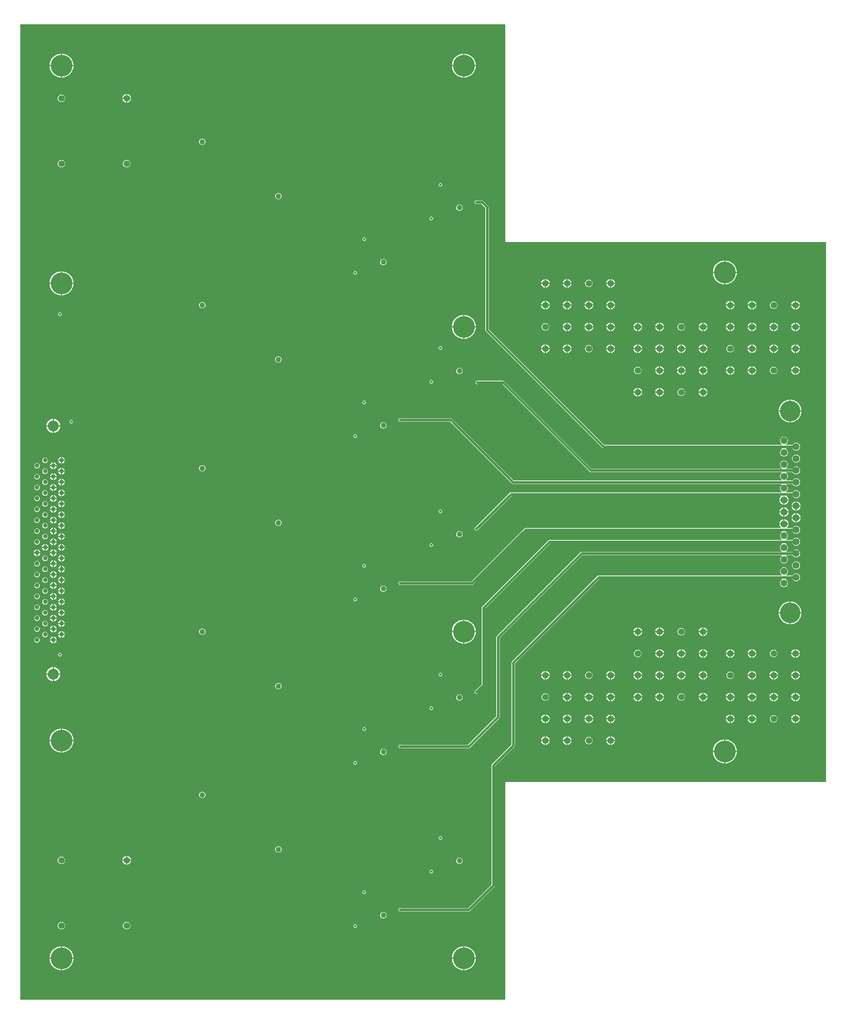
<source format=gbr>
%TF.GenerationSoftware,Altium Limited,Altium Designer,25.0.2 (28)*%
G04 Layer_Physical_Order=4*
G04 Layer_Color=16440176*
%FSLAX45Y45*%
%MOMM*%
%TF.SameCoordinates,BFBE90A8-51B7-47FB-822D-EC39B52C7656*%
%TF.FilePolarity,Positive*%
%TF.FileFunction,Copper,L4,Inr,Signal*%
%TF.Part,Single*%
G01*
G75*
%TA.AperFunction,Conductor*%
%ADD20C,0.55880*%
%TA.AperFunction,ComponentPad*%
%ADD27C,1.06680*%
%ADD28C,2.54000*%
%ADD29C,1.52400*%
%TA.AperFunction,ViaPad*%
%ADD30C,1.52400*%
%TA.AperFunction,ComponentPad*%
%ADD31C,1.65000*%
%ADD32C,4.80000*%
%TA.AperFunction,ViaPad*%
%ADD33C,5.08000*%
%ADD34C,0.60960*%
%ADD35C,1.27000*%
%ADD36C,0.50000*%
%ADD49C,0.61976*%
G36*
X13919200Y21539200D02*
X21412199D01*
Y8940800D01*
X13919200D01*
Y3860800D01*
X2590800D01*
Y26619199D01*
X13919200D01*
Y21539200D01*
D02*
G37*
%LPC*%
G36*
X12975989Y25933401D02*
X12966701D01*
Y25666699D01*
X13233400D01*
Y25675989D01*
X13226520Y25719427D01*
X13212930Y25761252D01*
X13192964Y25800436D01*
X13167114Y25836017D01*
X13136017Y25867114D01*
X13100436Y25892963D01*
X13061252Y25912930D01*
X13019426Y25926520D01*
X12975989Y25933401D01*
D02*
G37*
G36*
X12941299D02*
X12932011D01*
X12888574Y25926520D01*
X12846748Y25912930D01*
X12807562Y25892963D01*
X12771983Y25867114D01*
X12740886Y25836017D01*
X12715036Y25800436D01*
X12695070Y25761252D01*
X12681480Y25719427D01*
X12674600Y25675989D01*
Y25666699D01*
X12941299D01*
Y25933401D01*
D02*
G37*
G36*
X3577989D02*
X3568700D01*
Y25666699D01*
X3835400D01*
Y25675989D01*
X3828520Y25719427D01*
X3814930Y25761252D01*
X3794964Y25800436D01*
X3769114Y25836017D01*
X3738017Y25867114D01*
X3702437Y25892963D01*
X3663252Y25912930D01*
X3621426Y25926520D01*
X3577989Y25933401D01*
D02*
G37*
G36*
X3543300D02*
X3534011D01*
X3490574Y25926520D01*
X3448748Y25912930D01*
X3409563Y25892963D01*
X3373983Y25867114D01*
X3342886Y25836017D01*
X3317036Y25800436D01*
X3297070Y25761252D01*
X3283480Y25719427D01*
X3276600Y25675989D01*
Y25666699D01*
X3543300D01*
Y25933401D01*
D02*
G37*
G36*
X13233400Y25641299D02*
X12966701D01*
Y25374600D01*
X12975989D01*
X13019426Y25381480D01*
X13061252Y25395070D01*
X13100436Y25415036D01*
X13136017Y25440886D01*
X13167114Y25471983D01*
X13192964Y25507562D01*
X13212930Y25546748D01*
X13226520Y25588574D01*
X13233400Y25632010D01*
Y25641299D01*
D02*
G37*
G36*
X12941299D02*
X12674600D01*
Y25632010D01*
X12681480Y25588574D01*
X12695070Y25546748D01*
X12715036Y25507562D01*
X12740886Y25471983D01*
X12771983Y25440886D01*
X12807562Y25415036D01*
X12846748Y25395070D01*
X12888574Y25381480D01*
X12932011Y25374600D01*
X12941299D01*
Y25641299D01*
D02*
G37*
G36*
X3835400D02*
X3568700D01*
Y25374600D01*
X3577989D01*
X3621426Y25381480D01*
X3663252Y25395070D01*
X3702437Y25415036D01*
X3738017Y25440886D01*
X3769114Y25471983D01*
X3794964Y25507562D01*
X3814930Y25546748D01*
X3828520Y25588574D01*
X3835400Y25632010D01*
Y25641299D01*
D02*
G37*
G36*
X3543300D02*
X3276600D01*
Y25632010D01*
X3283480Y25588574D01*
X3297070Y25546748D01*
X3317036Y25507562D01*
X3342886Y25471983D01*
X3373983Y25440886D01*
X3409563Y25415036D01*
X3448748Y25395070D01*
X3490574Y25381480D01*
X3534011Y25374600D01*
X3543300D01*
Y25641299D01*
D02*
G37*
G36*
X5093376Y24993600D02*
X5092700D01*
Y24904700D01*
X5181600D01*
Y24905376D01*
X5174676Y24931216D01*
X5161300Y24954384D01*
X5142384Y24973300D01*
X5119216Y24986676D01*
X5093376Y24993600D01*
D02*
G37*
G36*
X5067300D02*
X5066624D01*
X5040784Y24986676D01*
X5017616Y24973300D01*
X4998700Y24954384D01*
X4985324Y24931216D01*
X4978400Y24905376D01*
Y24904700D01*
X5067300D01*
Y24993600D01*
D02*
G37*
G36*
X3567370Y24978360D02*
X3544630D01*
X3522666Y24972475D01*
X3502974Y24961105D01*
X3486895Y24945026D01*
X3475525Y24925334D01*
X3469640Y24903371D01*
Y24880630D01*
X3475525Y24858665D01*
X3486895Y24838974D01*
X3502974Y24822894D01*
X3522666Y24811525D01*
X3544630Y24805640D01*
X3567370D01*
X3589334Y24811525D01*
X3609026Y24822894D01*
X3625105Y24838974D01*
X3636475Y24858665D01*
X3642360Y24880630D01*
Y24903371D01*
X3636475Y24925334D01*
X3625105Y24945026D01*
X3609026Y24961105D01*
X3589334Y24972475D01*
X3567370Y24978360D01*
D02*
G37*
G36*
X5181600Y24879300D02*
X5092700D01*
Y24790401D01*
X5093376D01*
X5119216Y24797324D01*
X5142384Y24810699D01*
X5161300Y24829616D01*
X5174676Y24852785D01*
X5181600Y24878624D01*
Y24879300D01*
D02*
G37*
G36*
X5067300D02*
X4978400D01*
Y24878624D01*
X4985324Y24852785D01*
X4998700Y24829616D01*
X5017616Y24810699D01*
X5040784Y24797324D01*
X5066624Y24790401D01*
X5067300D01*
Y24879300D01*
D02*
G37*
G36*
X6854997Y23949660D02*
X6835603D01*
X6816868Y23944640D01*
X6800072Y23934943D01*
X6786358Y23921228D01*
X6776660Y23904433D01*
X6771640Y23885696D01*
Y23866302D01*
X6776660Y23847568D01*
X6786358Y23830772D01*
X6800072Y23817058D01*
X6816868Y23807359D01*
X6835603Y23802341D01*
X6854997D01*
X6873732Y23807359D01*
X6890528Y23817058D01*
X6904242Y23830772D01*
X6913940Y23847568D01*
X6918960Y23866302D01*
Y23885696D01*
X6913940Y23904433D01*
X6904242Y23921228D01*
X6890528Y23934943D01*
X6873732Y23944640D01*
X6854997Y23949660D01*
D02*
G37*
G36*
X5091370Y23454359D02*
X5068630D01*
X5046666Y23448476D01*
X5026974Y23437105D01*
X5010895Y23421027D01*
X4999525Y23401334D01*
X4993640Y23379370D01*
Y23356630D01*
X4999525Y23334666D01*
X5010895Y23314973D01*
X5026974Y23298895D01*
X5046666Y23287524D01*
X5068630Y23281641D01*
X5091370D01*
X5113334Y23287524D01*
X5133026Y23298895D01*
X5149105Y23314973D01*
X5160475Y23334666D01*
X5166360Y23356630D01*
Y23379370D01*
X5160475Y23401334D01*
X5149105Y23421027D01*
X5133026Y23437105D01*
X5113334Y23448476D01*
X5091370Y23454359D01*
D02*
G37*
G36*
X3567370D02*
X3544630D01*
X3522666Y23448476D01*
X3502974Y23437105D01*
X3486895Y23421027D01*
X3475525Y23401334D01*
X3469640Y23379370D01*
Y23356630D01*
X3475525Y23334666D01*
X3486895Y23314973D01*
X3502974Y23298895D01*
X3522666Y23287524D01*
X3544630Y23281641D01*
X3567370D01*
X3589334Y23287524D01*
X3609026Y23298895D01*
X3625105Y23314973D01*
X3636475Y23334666D01*
X3642360Y23356630D01*
Y23379370D01*
X3636475Y23401334D01*
X3625105Y23421027D01*
X3609026Y23437105D01*
X3589334Y23448476D01*
X3567370Y23454359D01*
D02*
G37*
G36*
X12414384Y22913341D02*
X12398216D01*
X12383279Y22907153D01*
X12371847Y22895721D01*
X12365660Y22880785D01*
Y22864616D01*
X12371847Y22849680D01*
X12383279Y22838248D01*
X12398216Y22832060D01*
X12414384D01*
X12429321Y22838248D01*
X12440753Y22849680D01*
X12446940Y22864616D01*
Y22880785D01*
X12440753Y22895721D01*
X12429321Y22907153D01*
X12414384Y22913341D01*
D02*
G37*
G36*
X8632997Y22679660D02*
X8613603D01*
X8594868Y22674640D01*
X8578072Y22664941D01*
X8564358Y22651228D01*
X8554660Y22634431D01*
X8549640Y22615697D01*
Y22596303D01*
X8554660Y22577568D01*
X8564358Y22560773D01*
X8578072Y22547058D01*
X8594868Y22537360D01*
X8613603Y22532339D01*
X8632997D01*
X8651732Y22537360D01*
X8668528Y22547058D01*
X8682242Y22560773D01*
X8691940Y22577568D01*
X8696960Y22596303D01*
Y22615697D01*
X8691940Y22634431D01*
X8682242Y22651228D01*
X8668528Y22664941D01*
X8651732Y22674640D01*
X8632997Y22679660D01*
D02*
G37*
G36*
X12862097Y22412959D02*
X12842703D01*
X12823969Y22407941D01*
X12807172Y22398242D01*
X12793458Y22384528D01*
X12783760Y22367732D01*
X12778740Y22348997D01*
Y22329604D01*
X12783760Y22310867D01*
X12793458Y22294072D01*
X12807172Y22280357D01*
X12823969Y22270660D01*
X12842703Y22265640D01*
X12862097D01*
X12880832Y22270660D01*
X12897627Y22280357D01*
X12911342Y22294072D01*
X12921040Y22310867D01*
X12926060Y22329604D01*
Y22348997D01*
X12921040Y22367732D01*
X12911342Y22384528D01*
X12897627Y22398242D01*
X12880832Y22407941D01*
X12862097Y22412959D01*
D02*
G37*
G36*
X12203684Y22125940D02*
X12187516D01*
X12172579Y22119753D01*
X12161147Y22108321D01*
X12154960Y22093384D01*
Y22077216D01*
X12161147Y22062279D01*
X12172579Y22050847D01*
X12187516Y22044659D01*
X12203684D01*
X12218621Y22050847D01*
X12230053Y22062279D01*
X12236240Y22077216D01*
Y22093384D01*
X12230053Y22108321D01*
X12218621Y22119753D01*
X12203684Y22125940D01*
D02*
G37*
G36*
X10636384Y21643340D02*
X10620216D01*
X10605279Y21637154D01*
X10593847Y21625722D01*
X10587660Y21610783D01*
Y21594617D01*
X10593847Y21579678D01*
X10605279Y21568246D01*
X10620216Y21562061D01*
X10636384D01*
X10651321Y21568246D01*
X10662753Y21579678D01*
X10668940Y21594617D01*
Y21610783D01*
X10662753Y21625722D01*
X10651321Y21637154D01*
X10636384Y21643340D01*
D02*
G37*
G36*
X11084097Y21142960D02*
X11064703D01*
X11045968Y21137939D01*
X11029172Y21128242D01*
X11015458Y21114528D01*
X11005760Y21097733D01*
X11000740Y21078996D01*
Y21059602D01*
X11005760Y21040868D01*
X11015458Y21024072D01*
X11029172Y21010358D01*
X11045968Y21000661D01*
X11064703Y20995641D01*
X11084097D01*
X11102832Y21000661D01*
X11119628Y21010358D01*
X11133342Y21024072D01*
X11143040Y21040868D01*
X11148060Y21059602D01*
Y21078996D01*
X11143040Y21097733D01*
X11133342Y21114528D01*
X11119628Y21128242D01*
X11102832Y21137939D01*
X11084097Y21142960D01*
D02*
G37*
G36*
X19071989Y21107401D02*
X19062700D01*
Y20840700D01*
X19329401D01*
Y20849989D01*
X19322520Y20893427D01*
X19308929Y20935252D01*
X19288963Y20974437D01*
X19263113Y21010017D01*
X19232018Y21041113D01*
X19196437Y21066965D01*
X19157253Y21086929D01*
X19115427Y21100520D01*
X19071989Y21107401D01*
D02*
G37*
G36*
X19037300D02*
X19028011D01*
X18984573Y21100520D01*
X18942747Y21086929D01*
X18903563Y21066965D01*
X18867982Y21041113D01*
X18836887Y21010017D01*
X18811037Y20974437D01*
X18791071Y20935252D01*
X18777480Y20893427D01*
X18770599Y20849989D01*
Y20840700D01*
X19037300D01*
Y21107401D01*
D02*
G37*
G36*
X10425684Y20855940D02*
X10409516D01*
X10394579Y20849753D01*
X10383147Y20838321D01*
X10376960Y20823384D01*
Y20807216D01*
X10383147Y20792279D01*
X10394579Y20780847D01*
X10409516Y20774660D01*
X10425684D01*
X10440621Y20780847D01*
X10452053Y20792279D01*
X10458240Y20807216D01*
Y20823384D01*
X10452053Y20838321D01*
X10440621Y20849753D01*
X10425684Y20855940D01*
D02*
G37*
G36*
X16396376Y20675600D02*
X16395700D01*
Y20586700D01*
X16484599D01*
Y20587376D01*
X16477676Y20613216D01*
X16464301Y20636385D01*
X16445384Y20655299D01*
X16422215Y20668677D01*
X16396376Y20675600D01*
D02*
G37*
G36*
X15380376D02*
X15379700D01*
Y20586700D01*
X15468600D01*
Y20587376D01*
X15461676Y20613216D01*
X15448300Y20636385D01*
X15429384Y20655299D01*
X15406216Y20668677D01*
X15380376Y20675600D01*
D02*
G37*
G36*
X14872375D02*
X14871700D01*
Y20586700D01*
X14960600D01*
Y20587376D01*
X14953676Y20613216D01*
X14940300Y20636385D01*
X14921384Y20655299D01*
X14898216Y20668677D01*
X14872375Y20675600D01*
D02*
G37*
G36*
X3577989Y20853400D02*
X3568700D01*
Y20586700D01*
X3835400D01*
Y20595988D01*
X3828520Y20639426D01*
X3814930Y20681252D01*
X3794964Y20720438D01*
X3769114Y20756017D01*
X3738017Y20787114D01*
X3702437Y20812964D01*
X3663252Y20832930D01*
X3621426Y20846519D01*
X3577989Y20853400D01*
D02*
G37*
G36*
X3543300D02*
X3534011D01*
X3490574Y20846519D01*
X3448748Y20832930D01*
X3409563Y20812964D01*
X3373983Y20787114D01*
X3342886Y20756017D01*
X3317036Y20720438D01*
X3297070Y20681252D01*
X3283480Y20639426D01*
X3276600Y20595988D01*
Y20586700D01*
X3543300D01*
Y20853400D01*
D02*
G37*
G36*
X14846300Y20675600D02*
X14845624D01*
X14819785Y20668677D01*
X14796616Y20655299D01*
X14777699Y20636385D01*
X14764323Y20613216D01*
X14757401Y20587376D01*
Y20586700D01*
X14846300D01*
Y20675600D01*
D02*
G37*
G36*
X16370300D02*
X16369624D01*
X16343784Y20668677D01*
X16320616Y20655299D01*
X16301700Y20636385D01*
X16288324Y20613216D01*
X16281400Y20587376D01*
Y20586700D01*
X16370300D01*
Y20675600D01*
D02*
G37*
G36*
X15354300D02*
X15353624D01*
X15327785Y20668677D01*
X15304616Y20655299D01*
X15285699Y20636385D01*
X15272324Y20613216D01*
X15265401Y20587376D01*
Y20586700D01*
X15354300D01*
Y20675600D01*
D02*
G37*
G36*
X19329401Y20815300D02*
X19062700D01*
Y20548599D01*
X19071989D01*
X19115427Y20555479D01*
X19157253Y20569070D01*
X19196437Y20589037D01*
X19232018Y20614886D01*
X19263113Y20645982D01*
X19288963Y20681563D01*
X19308929Y20720747D01*
X19322520Y20762573D01*
X19329401Y20806010D01*
Y20815300D01*
D02*
G37*
G36*
X19037300D02*
X18770599D01*
Y20806010D01*
X18777480Y20762573D01*
X18791071Y20720747D01*
X18811037Y20681563D01*
X18836887Y20645982D01*
X18867982Y20614886D01*
X18903563Y20589037D01*
X18942747Y20569070D01*
X18984573Y20555479D01*
X19028011Y20548599D01*
X19037300D01*
Y20815300D01*
D02*
G37*
G36*
X15886369Y20660361D02*
X15863631D01*
X15841666Y20654475D01*
X15821974Y20643105D01*
X15805894Y20627026D01*
X15794525Y20607333D01*
X15788640Y20585370D01*
Y20562630D01*
X15794525Y20540666D01*
X15805894Y20520975D01*
X15821974Y20504895D01*
X15841666Y20493526D01*
X15863631Y20487640D01*
X15886369D01*
X15908334Y20493526D01*
X15928026Y20504895D01*
X15944106Y20520975D01*
X15955475Y20540666D01*
X15961360Y20562630D01*
Y20585370D01*
X15955475Y20607333D01*
X15944106Y20627026D01*
X15928026Y20643105D01*
X15908334Y20654475D01*
X15886369Y20660361D01*
D02*
G37*
G36*
X16484599Y20561301D02*
X16395700D01*
Y20472400D01*
X16396376D01*
X16422215Y20479324D01*
X16445384Y20492700D01*
X16464301Y20511617D01*
X16477676Y20534784D01*
X16484599Y20560625D01*
Y20561301D01*
D02*
G37*
G36*
X16370300D02*
X16281400D01*
Y20560625D01*
X16288324Y20534784D01*
X16301700Y20511617D01*
X16320616Y20492700D01*
X16343784Y20479324D01*
X16369624Y20472400D01*
X16370300D01*
Y20561301D01*
D02*
G37*
G36*
X15468600D02*
X15379700D01*
Y20472400D01*
X15380376D01*
X15406216Y20479324D01*
X15429384Y20492700D01*
X15448300Y20511617D01*
X15461676Y20534784D01*
X15468600Y20560625D01*
Y20561301D01*
D02*
G37*
G36*
X15354300D02*
X15265401D01*
Y20560625D01*
X15272324Y20534784D01*
X15285699Y20511617D01*
X15304616Y20492700D01*
X15327785Y20479324D01*
X15353624Y20472400D01*
X15354300D01*
Y20561301D01*
D02*
G37*
G36*
X14960600D02*
X14871700D01*
Y20472400D01*
X14872375D01*
X14898216Y20479324D01*
X14921384Y20492700D01*
X14940300Y20511617D01*
X14953676Y20534784D01*
X14960600Y20560625D01*
Y20561301D01*
D02*
G37*
G36*
X14846300D02*
X14757401D01*
Y20560625D01*
X14764323Y20534784D01*
X14777699Y20511617D01*
X14796616Y20492700D01*
X14819785Y20479324D01*
X14845624Y20472400D01*
X14846300D01*
Y20561301D01*
D02*
G37*
G36*
X3835400D02*
X3568700D01*
Y20294600D01*
X3577989D01*
X3621426Y20301480D01*
X3663252Y20315070D01*
X3702437Y20335036D01*
X3738017Y20360886D01*
X3769114Y20391983D01*
X3794964Y20427563D01*
X3814930Y20466748D01*
X3828520Y20508574D01*
X3835400Y20552011D01*
Y20561301D01*
D02*
G37*
G36*
X3543300D02*
X3276600D01*
Y20552011D01*
X3283480Y20508574D01*
X3297070Y20466748D01*
X3317036Y20427563D01*
X3342886Y20391983D01*
X3373983Y20360886D01*
X3409563Y20335036D01*
X3448748Y20315070D01*
X3490574Y20301480D01*
X3534011Y20294600D01*
X3543300D01*
Y20561301D01*
D02*
G37*
G36*
X20714375Y20167599D02*
X20713699D01*
Y20078700D01*
X20802600D01*
Y20079376D01*
X20795676Y20105215D01*
X20782300Y20128384D01*
X20763383Y20147301D01*
X20740216Y20160677D01*
X20714375Y20167599D01*
D02*
G37*
G36*
X19698376D02*
X19697701D01*
Y20078700D01*
X19786600D01*
Y20079376D01*
X19779675Y20105215D01*
X19766299Y20128384D01*
X19747385Y20147301D01*
X19724216Y20160677D01*
X19698376Y20167599D01*
D02*
G37*
G36*
X19190376D02*
X19189700D01*
Y20078700D01*
X19278600D01*
Y20079376D01*
X19271677Y20105215D01*
X19258299Y20128384D01*
X19239384Y20147301D01*
X19216216Y20160677D01*
X19190376Y20167599D01*
D02*
G37*
G36*
X16396376D02*
X16395700D01*
Y20078700D01*
X16484599D01*
Y20079376D01*
X16477676Y20105215D01*
X16464301Y20128384D01*
X16445384Y20147301D01*
X16422215Y20160677D01*
X16396376Y20167599D01*
D02*
G37*
G36*
X15888376D02*
X15887700D01*
Y20078700D01*
X15976601D01*
Y20079376D01*
X15969676Y20105215D01*
X15956300Y20128384D01*
X15937384Y20147301D01*
X15914217Y20160677D01*
X15888376Y20167599D01*
D02*
G37*
G36*
X15380376D02*
X15379700D01*
Y20078700D01*
X15468600D01*
Y20079376D01*
X15461676Y20105215D01*
X15448300Y20128384D01*
X15429384Y20147301D01*
X15406216Y20160677D01*
X15380376Y20167599D01*
D02*
G37*
G36*
X14872375D02*
X14871700D01*
Y20078700D01*
X14960600D01*
Y20079376D01*
X14953676Y20105215D01*
X14940300Y20128384D01*
X14921384Y20147301D01*
X14898216Y20160677D01*
X14872375Y20167599D01*
D02*
G37*
G36*
X15862300D02*
X15861624D01*
X15835783Y20160677D01*
X15812616Y20147301D01*
X15793700Y20128384D01*
X15780324Y20105215D01*
X15773399Y20079376D01*
Y20078700D01*
X15862300D01*
Y20167599D01*
D02*
G37*
G36*
X14846300D02*
X14845624D01*
X14819785Y20160677D01*
X14796616Y20147301D01*
X14777699Y20128384D01*
X14764323Y20105215D01*
X14757401Y20079376D01*
Y20078700D01*
X14846300D01*
Y20167599D01*
D02*
G37*
G36*
X20688300D02*
X20687624D01*
X20661784Y20160677D01*
X20638615Y20147301D01*
X20619701Y20128384D01*
X20606323Y20105215D01*
X20599400Y20079376D01*
Y20078700D01*
X20688300D01*
Y20167599D01*
D02*
G37*
G36*
X19672301D02*
X19671625D01*
X19645784Y20160677D01*
X19622617Y20147301D01*
X19603700Y20128384D01*
X19590324Y20105215D01*
X19583400Y20079376D01*
Y20078700D01*
X19672301D01*
Y20167599D01*
D02*
G37*
G36*
X19164301D02*
X19163625D01*
X19137784Y20160677D01*
X19114616Y20147301D01*
X19095700Y20128384D01*
X19082324Y20105215D01*
X19075400Y20079376D01*
Y20078700D01*
X19164301D01*
Y20167599D01*
D02*
G37*
G36*
X16370300D02*
X16369624D01*
X16343784Y20160677D01*
X16320616Y20147301D01*
X16301700Y20128384D01*
X16288324Y20105215D01*
X16281400Y20079376D01*
Y20078700D01*
X16370300D01*
Y20167599D01*
D02*
G37*
G36*
X15354300D02*
X15353624D01*
X15327785Y20160677D01*
X15304616Y20147301D01*
X15285699Y20128384D01*
X15272324Y20105215D01*
X15265401Y20079376D01*
Y20078700D01*
X15354300D01*
Y20167599D01*
D02*
G37*
G36*
X6854997Y20139661D02*
X6835603D01*
X6816868Y20134641D01*
X6800072Y20124942D01*
X6786358Y20111227D01*
X6776660Y20094432D01*
X6771640Y20075697D01*
Y20056303D01*
X6776660Y20037569D01*
X6786358Y20020772D01*
X6800072Y20007059D01*
X6816868Y19997360D01*
X6835603Y19992340D01*
X6854997D01*
X6873732Y19997360D01*
X6890528Y20007059D01*
X6904242Y20020772D01*
X6913940Y20037569D01*
X6918960Y20056303D01*
Y20075697D01*
X6913940Y20094432D01*
X6904242Y20111227D01*
X6890528Y20124942D01*
X6873732Y20134641D01*
X6854997Y20139661D01*
D02*
G37*
G36*
X20204370Y20152361D02*
X20181630D01*
X20159666Y20146475D01*
X20139973Y20135104D01*
X20123895Y20119026D01*
X20112524Y20099335D01*
X20106641Y20077370D01*
Y20054630D01*
X20112524Y20032666D01*
X20123895Y20012975D01*
X20139973Y19996895D01*
X20159666Y19985526D01*
X20181630Y19979640D01*
X20204370D01*
X20226334Y19985526D01*
X20246027Y19996895D01*
X20262105Y20012975D01*
X20273476Y20032666D01*
X20279359Y20054630D01*
Y20077370D01*
X20273476Y20099335D01*
X20262105Y20119026D01*
X20246027Y20135104D01*
X20226334Y20146475D01*
X20204370Y20152361D01*
D02*
G37*
G36*
X20802600Y20053300D02*
X20713699D01*
Y19964400D01*
X20714375D01*
X20740216Y19971324D01*
X20763383Y19984700D01*
X20782300Y20003616D01*
X20795676Y20026784D01*
X20802600Y20052625D01*
Y20053300D01*
D02*
G37*
G36*
X20688300D02*
X20599400D01*
Y20052625D01*
X20606323Y20026784D01*
X20619701Y20003616D01*
X20638615Y19984700D01*
X20661784Y19971324D01*
X20687624Y19964400D01*
X20688300D01*
Y20053300D01*
D02*
G37*
G36*
X19786600D02*
X19697701D01*
Y19964400D01*
X19698376D01*
X19724216Y19971324D01*
X19747385Y19984700D01*
X19766299Y20003616D01*
X19779675Y20026784D01*
X19786600Y20052625D01*
Y20053300D01*
D02*
G37*
G36*
X19672301D02*
X19583400D01*
Y20052625D01*
X19590324Y20026784D01*
X19603700Y20003616D01*
X19622617Y19984700D01*
X19645784Y19971324D01*
X19671625Y19964400D01*
X19672301D01*
Y20053300D01*
D02*
G37*
G36*
X19278600D02*
X19189700D01*
Y19964400D01*
X19190376D01*
X19216216Y19971324D01*
X19239384Y19984700D01*
X19258299Y20003616D01*
X19271677Y20026784D01*
X19278600Y20052625D01*
Y20053300D01*
D02*
G37*
G36*
X19164301D02*
X19075400D01*
Y20052625D01*
X19082324Y20026784D01*
X19095700Y20003616D01*
X19114616Y19984700D01*
X19137784Y19971324D01*
X19163625Y19964400D01*
X19164301D01*
Y20053300D01*
D02*
G37*
G36*
X16484599D02*
X16395700D01*
Y19964400D01*
X16396376D01*
X16422215Y19971324D01*
X16445384Y19984700D01*
X16464301Y20003616D01*
X16477676Y20026784D01*
X16484599Y20052625D01*
Y20053300D01*
D02*
G37*
G36*
X16370300D02*
X16281400D01*
Y20052625D01*
X16288324Y20026784D01*
X16301700Y20003616D01*
X16320616Y19984700D01*
X16343784Y19971324D01*
X16369624Y19964400D01*
X16370300D01*
Y20053300D01*
D02*
G37*
G36*
X15976601D02*
X15887700D01*
Y19964400D01*
X15888376D01*
X15914217Y19971324D01*
X15937384Y19984700D01*
X15956300Y20003616D01*
X15969676Y20026784D01*
X15976601Y20052625D01*
Y20053300D01*
D02*
G37*
G36*
X15862300D02*
X15773399D01*
Y20052625D01*
X15780324Y20026784D01*
X15793700Y20003616D01*
X15812616Y19984700D01*
X15835783Y19971324D01*
X15861624Y19964400D01*
X15862300D01*
Y20053300D01*
D02*
G37*
G36*
X15468600D02*
X15379700D01*
Y19964400D01*
X15380376D01*
X15406216Y19971324D01*
X15429384Y19984700D01*
X15448300Y20003616D01*
X15461676Y20026784D01*
X15468600Y20052625D01*
Y20053300D01*
D02*
G37*
G36*
X15354300D02*
X15265401D01*
Y20052625D01*
X15272324Y20026784D01*
X15285699Y20003616D01*
X15304616Y19984700D01*
X15327785Y19971324D01*
X15353624Y19964400D01*
X15354300D01*
Y20053300D01*
D02*
G37*
G36*
X14960600D02*
X14871700D01*
Y19964400D01*
X14872375D01*
X14898216Y19971324D01*
X14921384Y19984700D01*
X14940300Y20003616D01*
X14953676Y20026784D01*
X14960600Y20052625D01*
Y20053300D01*
D02*
G37*
G36*
X14846300D02*
X14757401D01*
Y20052625D01*
X14764323Y20026784D01*
X14777699Y20003616D01*
X14796616Y19984700D01*
X14819785Y19971324D01*
X14845624Y19964400D01*
X14846300D01*
Y20053300D01*
D02*
G37*
G36*
X3525984Y19890739D02*
X3509816D01*
X3494879Y19884554D01*
X3483447Y19873122D01*
X3477260Y19858183D01*
Y19842017D01*
X3483447Y19827078D01*
X3494879Y19815646D01*
X3509816Y19809460D01*
X3525984D01*
X3540921Y19815646D01*
X3552353Y19827078D01*
X3558540Y19842017D01*
Y19858183D01*
X3552353Y19873122D01*
X3540921Y19884554D01*
X3525984Y19890739D01*
D02*
G37*
G36*
X20714375Y19659599D02*
X20713699D01*
Y19570700D01*
X20802600D01*
Y19571376D01*
X20795676Y19597215D01*
X20782300Y19620384D01*
X20763383Y19639301D01*
X20740216Y19652676D01*
X20714375Y19659599D01*
D02*
G37*
G36*
X20206377D02*
X20205701D01*
Y19570700D01*
X20294600D01*
Y19571376D01*
X20287675Y19597215D01*
X20274300Y19620384D01*
X20255383Y19639301D01*
X20232216Y19652676D01*
X20206377Y19659599D01*
D02*
G37*
G36*
X19698376D02*
X19697701D01*
Y19570700D01*
X19786600D01*
Y19571376D01*
X19779675Y19597215D01*
X19766299Y19620384D01*
X19747385Y19639301D01*
X19724216Y19652676D01*
X19698376Y19659599D01*
D02*
G37*
G36*
X19190376D02*
X19189700D01*
Y19570700D01*
X19278600D01*
Y19571376D01*
X19271677Y19597215D01*
X19258299Y19620384D01*
X19239384Y19639301D01*
X19216216Y19652676D01*
X19190376Y19659599D01*
D02*
G37*
G36*
X18555376D02*
X18554700D01*
Y19570700D01*
X18643600D01*
Y19571376D01*
X18636676Y19597215D01*
X18623300Y19620384D01*
X18604384Y19639301D01*
X18581216Y19652676D01*
X18555376Y19659599D01*
D02*
G37*
G36*
X17539375D02*
X17538699D01*
Y19570700D01*
X17627600D01*
Y19571376D01*
X17620676Y19597215D01*
X17607300Y19620384D01*
X17588383Y19639301D01*
X17565216Y19652676D01*
X17539375Y19659599D01*
D02*
G37*
G36*
X17031377D02*
X17030701D01*
Y19570700D01*
X17119600D01*
Y19571376D01*
X17112675Y19597215D01*
X17099300Y19620384D01*
X17080383Y19639301D01*
X17057216Y19652676D01*
X17031377Y19659599D01*
D02*
G37*
G36*
X16396376D02*
X16395700D01*
Y19570700D01*
X16484599D01*
Y19571376D01*
X16477676Y19597215D01*
X16464301Y19620384D01*
X16445384Y19639301D01*
X16422215Y19652676D01*
X16396376Y19659599D01*
D02*
G37*
G36*
X15888376D02*
X15887700D01*
Y19570700D01*
X15976601D01*
Y19571376D01*
X15969676Y19597215D01*
X15956300Y19620384D01*
X15937384Y19639301D01*
X15914217Y19652676D01*
X15888376Y19659599D01*
D02*
G37*
G36*
X15380376D02*
X15379700D01*
Y19570700D01*
X15468600D01*
Y19571376D01*
X15461676Y19597215D01*
X15448300Y19620384D01*
X15429384Y19639301D01*
X15406216Y19652676D01*
X15380376Y19659599D01*
D02*
G37*
G36*
X12975989Y19837399D02*
X12966701D01*
Y19570700D01*
X13233400D01*
Y19579990D01*
X13226520Y19623425D01*
X13212930Y19665253D01*
X13192964Y19704437D01*
X13167114Y19740018D01*
X13136017Y19771114D01*
X13100436Y19796964D01*
X13061252Y19816930D01*
X13019426Y19830521D01*
X12975989Y19837399D01*
D02*
G37*
G36*
X12941299D02*
X12932011D01*
X12888574Y19830521D01*
X12846748Y19816930D01*
X12807562Y19796964D01*
X12771983Y19771114D01*
X12740886Y19740018D01*
X12715036Y19704437D01*
X12695070Y19665253D01*
X12681480Y19623425D01*
X12674600Y19579990D01*
Y19570700D01*
X12941299D01*
Y19837399D01*
D02*
G37*
G36*
X20688300Y19659599D02*
X20687624D01*
X20661784Y19652676D01*
X20638615Y19639301D01*
X20619701Y19620384D01*
X20606323Y19597215D01*
X20599400Y19571376D01*
Y19570700D01*
X20688300D01*
Y19659599D01*
D02*
G37*
G36*
X20180299D02*
X20179623D01*
X20153784Y19652676D01*
X20130617Y19639301D01*
X20111700Y19620384D01*
X20098325Y19597215D01*
X20091400Y19571376D01*
Y19570700D01*
X20180299D01*
Y19659599D01*
D02*
G37*
G36*
X19672301D02*
X19671625D01*
X19645784Y19652676D01*
X19622617Y19639301D01*
X19603700Y19620384D01*
X19590324Y19597215D01*
X19583400Y19571376D01*
Y19570700D01*
X19672301D01*
Y19659599D01*
D02*
G37*
G36*
X19164301D02*
X19163625D01*
X19137784Y19652676D01*
X19114616Y19639301D01*
X19095700Y19620384D01*
X19082324Y19597215D01*
X19075400Y19571376D01*
Y19570700D01*
X19164301D01*
Y19659599D01*
D02*
G37*
G36*
X18529300D02*
X18528624D01*
X18502785Y19652676D01*
X18479616Y19639301D01*
X18460699Y19620384D01*
X18447324Y19597215D01*
X18440401Y19571376D01*
Y19570700D01*
X18529300D01*
Y19659599D01*
D02*
G37*
G36*
X17513300D02*
X17512624D01*
X17486784Y19652676D01*
X17463615Y19639301D01*
X17444701Y19620384D01*
X17431323Y19597215D01*
X17424400Y19571376D01*
Y19570700D01*
X17513300D01*
Y19659599D01*
D02*
G37*
G36*
X15862300D02*
X15861624D01*
X15835783Y19652676D01*
X15812616Y19639301D01*
X15793700Y19620384D01*
X15780324Y19597215D01*
X15773399Y19571376D01*
Y19570700D01*
X15862300D01*
Y19659599D01*
D02*
G37*
G36*
X17005299D02*
X17004623D01*
X16978784Y19652676D01*
X16955617Y19639301D01*
X16936700Y19620384D01*
X16923325Y19597215D01*
X16916400Y19571376D01*
Y19570700D01*
X17005299D01*
Y19659599D01*
D02*
G37*
G36*
X16370300D02*
X16369624D01*
X16343784Y19652676D01*
X16320616Y19639301D01*
X16301700Y19620384D01*
X16288324Y19597215D01*
X16281400Y19571376D01*
Y19570700D01*
X16370300D01*
Y19659599D01*
D02*
G37*
G36*
X15354300D02*
X15353624D01*
X15327785Y19652676D01*
X15304616Y19639301D01*
X15285699Y19620384D01*
X15272324Y19597215D01*
X15265401Y19571376D01*
Y19570700D01*
X15354300D01*
Y19659599D01*
D02*
G37*
G36*
X18045370Y19644360D02*
X18022630D01*
X18000665Y19638475D01*
X17980974Y19627106D01*
X17964896Y19611026D01*
X17953525Y19591335D01*
X17947639Y19569370D01*
Y19546629D01*
X17953525Y19524666D01*
X17964896Y19504974D01*
X17980974Y19488895D01*
X18000665Y19477525D01*
X18022630Y19471640D01*
X18045370D01*
X18067334Y19477525D01*
X18087025Y19488895D01*
X18103105Y19504974D01*
X18114474Y19524666D01*
X18120360Y19546629D01*
Y19569370D01*
X18114474Y19591335D01*
X18103105Y19611026D01*
X18087025Y19627106D01*
X18067334Y19638475D01*
X18045370Y19644360D01*
D02*
G37*
G36*
X14870370D02*
X14847630D01*
X14825665Y19638475D01*
X14805974Y19627106D01*
X14789896Y19611026D01*
X14778525Y19591335D01*
X14772639Y19569370D01*
Y19546629D01*
X14778525Y19524666D01*
X14789896Y19504974D01*
X14805974Y19488895D01*
X14825665Y19477525D01*
X14847630Y19471640D01*
X14870370D01*
X14892334Y19477525D01*
X14912025Y19488895D01*
X14928105Y19504974D01*
X14939474Y19524666D01*
X14945360Y19546629D01*
Y19569370D01*
X14939474Y19591335D01*
X14928105Y19611026D01*
X14912025Y19627106D01*
X14892334Y19638475D01*
X14870370Y19644360D01*
D02*
G37*
G36*
X20802600Y19545300D02*
X20713699D01*
Y19456400D01*
X20714375D01*
X20740216Y19463324D01*
X20763383Y19476700D01*
X20782300Y19495616D01*
X20795676Y19518784D01*
X20802600Y19544624D01*
Y19545300D01*
D02*
G37*
G36*
X20688300D02*
X20599400D01*
Y19544624D01*
X20606323Y19518784D01*
X20619701Y19495616D01*
X20638615Y19476700D01*
X20661784Y19463324D01*
X20687624Y19456400D01*
X20688300D01*
Y19545300D01*
D02*
G37*
G36*
X20294600D02*
X20205701D01*
Y19456400D01*
X20206377D01*
X20232216Y19463324D01*
X20255383Y19476700D01*
X20274300Y19495616D01*
X20287675Y19518784D01*
X20294600Y19544624D01*
Y19545300D01*
D02*
G37*
G36*
X20180299D02*
X20091400D01*
Y19544624D01*
X20098325Y19518784D01*
X20111700Y19495616D01*
X20130617Y19476700D01*
X20153784Y19463324D01*
X20179623Y19456400D01*
X20180299D01*
Y19545300D01*
D02*
G37*
G36*
X19786600D02*
X19697701D01*
Y19456400D01*
X19698376D01*
X19724216Y19463324D01*
X19747385Y19476700D01*
X19766299Y19495616D01*
X19779675Y19518784D01*
X19786600Y19544624D01*
Y19545300D01*
D02*
G37*
G36*
X19672301D02*
X19583400D01*
Y19544624D01*
X19590324Y19518784D01*
X19603700Y19495616D01*
X19622617Y19476700D01*
X19645784Y19463324D01*
X19671625Y19456400D01*
X19672301D01*
Y19545300D01*
D02*
G37*
G36*
X19278600D02*
X19189700D01*
Y19456400D01*
X19190376D01*
X19216216Y19463324D01*
X19239384Y19476700D01*
X19258299Y19495616D01*
X19271677Y19518784D01*
X19278600Y19544624D01*
Y19545300D01*
D02*
G37*
G36*
X19164301D02*
X19075400D01*
Y19544624D01*
X19082324Y19518784D01*
X19095700Y19495616D01*
X19114616Y19476700D01*
X19137784Y19463324D01*
X19163625Y19456400D01*
X19164301D01*
Y19545300D01*
D02*
G37*
G36*
X18643600D02*
X18554700D01*
Y19456400D01*
X18555376D01*
X18581216Y19463324D01*
X18604384Y19476700D01*
X18623300Y19495616D01*
X18636676Y19518784D01*
X18643600Y19544624D01*
Y19545300D01*
D02*
G37*
G36*
X18529300D02*
X18440401D01*
Y19544624D01*
X18447324Y19518784D01*
X18460699Y19495616D01*
X18479616Y19476700D01*
X18502785Y19463324D01*
X18528624Y19456400D01*
X18529300D01*
Y19545300D01*
D02*
G37*
G36*
X17627600D02*
X17538699D01*
Y19456400D01*
X17539375D01*
X17565216Y19463324D01*
X17588383Y19476700D01*
X17607300Y19495616D01*
X17620676Y19518784D01*
X17627600Y19544624D01*
Y19545300D01*
D02*
G37*
G36*
X17513300D02*
X17424400D01*
Y19544624D01*
X17431323Y19518784D01*
X17444701Y19495616D01*
X17463615Y19476700D01*
X17486784Y19463324D01*
X17512624Y19456400D01*
X17513300D01*
Y19545300D01*
D02*
G37*
G36*
X17119600D02*
X17030701D01*
Y19456400D01*
X17031377D01*
X17057216Y19463324D01*
X17080383Y19476700D01*
X17099300Y19495616D01*
X17112675Y19518784D01*
X17119600Y19544624D01*
Y19545300D01*
D02*
G37*
G36*
X17005299D02*
X16916400D01*
Y19544624D01*
X16923325Y19518784D01*
X16936700Y19495616D01*
X16955617Y19476700D01*
X16978784Y19463324D01*
X17004623Y19456400D01*
X17005299D01*
Y19545300D01*
D02*
G37*
G36*
X16484599D02*
X16395700D01*
Y19456400D01*
X16396376D01*
X16422215Y19463324D01*
X16445384Y19476700D01*
X16464301Y19495616D01*
X16477676Y19518784D01*
X16484599Y19544624D01*
Y19545300D01*
D02*
G37*
G36*
X16370300D02*
X16281400D01*
Y19544624D01*
X16288324Y19518784D01*
X16301700Y19495616D01*
X16320616Y19476700D01*
X16343784Y19463324D01*
X16369624Y19456400D01*
X16370300D01*
Y19545300D01*
D02*
G37*
G36*
X15976601D02*
X15887700D01*
Y19456400D01*
X15888376D01*
X15914217Y19463324D01*
X15937384Y19476700D01*
X15956300Y19495616D01*
X15969676Y19518784D01*
X15976601Y19544624D01*
Y19545300D01*
D02*
G37*
G36*
X15862300D02*
X15773399D01*
Y19544624D01*
X15780324Y19518784D01*
X15793700Y19495616D01*
X15812616Y19476700D01*
X15835783Y19463324D01*
X15861624Y19456400D01*
X15862300D01*
Y19545300D01*
D02*
G37*
G36*
X15468600D02*
X15379700D01*
Y19456400D01*
X15380376D01*
X15406216Y19463324D01*
X15429384Y19476700D01*
X15448300Y19495616D01*
X15461676Y19518784D01*
X15468600Y19544624D01*
Y19545300D01*
D02*
G37*
G36*
X15354300D02*
X15265401D01*
Y19544624D01*
X15272324Y19518784D01*
X15285699Y19495616D01*
X15304616Y19476700D01*
X15327785Y19463324D01*
X15353624Y19456400D01*
X15354300D01*
Y19545300D01*
D02*
G37*
G36*
X13233400D02*
X12966701D01*
Y19278600D01*
X12975989D01*
X13019426Y19285480D01*
X13061252Y19299071D01*
X13100436Y19319035D01*
X13136017Y19344885D01*
X13167114Y19375983D01*
X13192964Y19411563D01*
X13212930Y19450748D01*
X13226520Y19492574D01*
X13233400Y19536011D01*
Y19545300D01*
D02*
G37*
G36*
X12941299D02*
X12674600D01*
Y19536011D01*
X12681480Y19492574D01*
X12695070Y19450748D01*
X12715036Y19411563D01*
X12740886Y19375983D01*
X12771983Y19344885D01*
X12807562Y19319035D01*
X12846748Y19299071D01*
X12888574Y19285480D01*
X12932011Y19278600D01*
X12941299D01*
Y19545300D01*
D02*
G37*
G36*
X20714375Y19151601D02*
X20713699D01*
Y19062700D01*
X20802600D01*
Y19063376D01*
X20795676Y19089217D01*
X20782300Y19112384D01*
X20763383Y19131300D01*
X20740216Y19144676D01*
X20714375Y19151601D01*
D02*
G37*
G36*
X20206377D02*
X20205701D01*
Y19062700D01*
X20294600D01*
Y19063376D01*
X20287675Y19089217D01*
X20274300Y19112384D01*
X20255383Y19131300D01*
X20232216Y19144676D01*
X20206377Y19151601D01*
D02*
G37*
G36*
X19698376D02*
X19697701D01*
Y19062700D01*
X19786600D01*
Y19063376D01*
X19779675Y19089217D01*
X19766299Y19112384D01*
X19747385Y19131300D01*
X19724216Y19144676D01*
X19698376Y19151601D01*
D02*
G37*
G36*
X18555376D02*
X18554700D01*
Y19062700D01*
X18643600D01*
Y19063376D01*
X18636676Y19089217D01*
X18623300Y19112384D01*
X18604384Y19131300D01*
X18581216Y19144676D01*
X18555376Y19151601D01*
D02*
G37*
G36*
X18047375D02*
X18046700D01*
Y19062700D01*
X18135600D01*
Y19063376D01*
X18128676Y19089217D01*
X18115300Y19112384D01*
X18096384Y19131300D01*
X18073216Y19144676D01*
X18047375Y19151601D01*
D02*
G37*
G36*
X17539375D02*
X17538699D01*
Y19062700D01*
X17627600D01*
Y19063376D01*
X17620676Y19089217D01*
X17607300Y19112384D01*
X17588383Y19131300D01*
X17565216Y19144676D01*
X17539375Y19151601D01*
D02*
G37*
G36*
X17031377D02*
X17030701D01*
Y19062700D01*
X17119600D01*
Y19063376D01*
X17112675Y19089217D01*
X17099300Y19112384D01*
X17080383Y19131300D01*
X17057216Y19144676D01*
X17031377Y19151601D01*
D02*
G37*
G36*
X16396376D02*
X16395700D01*
Y19062700D01*
X16484599D01*
Y19063376D01*
X16477676Y19089217D01*
X16464301Y19112384D01*
X16445384Y19131300D01*
X16422215Y19144676D01*
X16396376Y19151601D01*
D02*
G37*
G36*
X15380376D02*
X15379700D01*
Y19062700D01*
X15468600D01*
Y19063376D01*
X15461676Y19089217D01*
X15448300Y19112384D01*
X15429384Y19131300D01*
X15406216Y19144676D01*
X15380376Y19151601D01*
D02*
G37*
G36*
X14872375D02*
X14871700D01*
Y19062700D01*
X14960600D01*
Y19063376D01*
X14953676Y19089217D01*
X14940300Y19112384D01*
X14921384Y19131300D01*
X14898216Y19144676D01*
X14872375Y19151601D01*
D02*
G37*
G36*
X18021300D02*
X18020624D01*
X17994785Y19144676D01*
X17971616Y19131300D01*
X17952699Y19112384D01*
X17939323Y19089217D01*
X17932401Y19063376D01*
Y19062700D01*
X18021300D01*
Y19151601D01*
D02*
G37*
G36*
X20688300D02*
X20687624D01*
X20661784Y19144676D01*
X20638615Y19131300D01*
X20619701Y19112384D01*
X20606323Y19089217D01*
X20599400Y19063376D01*
Y19062700D01*
X20688300D01*
Y19151601D01*
D02*
G37*
G36*
X20180299D02*
X20179623D01*
X20153784Y19144676D01*
X20130617Y19131300D01*
X20111700Y19112384D01*
X20098325Y19089217D01*
X20091400Y19063376D01*
Y19062700D01*
X20180299D01*
Y19151601D01*
D02*
G37*
G36*
X19672301D02*
X19671625D01*
X19645784Y19144676D01*
X19622617Y19131300D01*
X19603700Y19112384D01*
X19590324Y19089217D01*
X19583400Y19063376D01*
Y19062700D01*
X19672301D01*
Y19151601D01*
D02*
G37*
G36*
X18529300D02*
X18528624D01*
X18502785Y19144676D01*
X18479616Y19131300D01*
X18460699Y19112384D01*
X18447324Y19089217D01*
X18440401Y19063376D01*
Y19062700D01*
X18529300D01*
Y19151601D01*
D02*
G37*
G36*
X17513300D02*
X17512624D01*
X17486784Y19144676D01*
X17463615Y19131300D01*
X17444701Y19112384D01*
X17431323Y19089217D01*
X17424400Y19063376D01*
Y19062700D01*
X17513300D01*
Y19151601D01*
D02*
G37*
G36*
X14846300D02*
X14845624D01*
X14819785Y19144676D01*
X14796616Y19131300D01*
X14777699Y19112384D01*
X14764323Y19089217D01*
X14757401Y19063376D01*
Y19062700D01*
X14846300D01*
Y19151601D01*
D02*
G37*
G36*
X17005299D02*
X17004623D01*
X16978784Y19144676D01*
X16955617Y19131300D01*
X16936700Y19112384D01*
X16923325Y19089217D01*
X16916400Y19063376D01*
Y19062700D01*
X17005299D01*
Y19151601D01*
D02*
G37*
G36*
X16370300D02*
X16369624D01*
X16343784Y19144676D01*
X16320616Y19131300D01*
X16301700Y19112384D01*
X16288324Y19089217D01*
X16281400Y19063376D01*
Y19062700D01*
X16370300D01*
Y19151601D01*
D02*
G37*
G36*
X15354300D02*
X15353624D01*
X15327785Y19144676D01*
X15304616Y19131300D01*
X15285699Y19112384D01*
X15272324Y19089217D01*
X15265401Y19063376D01*
Y19062700D01*
X15354300D01*
Y19151601D01*
D02*
G37*
G36*
X12414384Y19103340D02*
X12398216D01*
X12383279Y19097153D01*
X12371847Y19085721D01*
X12365660Y19070784D01*
Y19054616D01*
X12371847Y19039679D01*
X12383279Y19028247D01*
X12398216Y19022060D01*
X12414384D01*
X12429321Y19028247D01*
X12440753Y19039679D01*
X12446940Y19054616D01*
Y19070784D01*
X12440753Y19085721D01*
X12429321Y19097153D01*
X12414384Y19103340D01*
D02*
G37*
G36*
X19188370Y19136360D02*
X19165630D01*
X19143666Y19130475D01*
X19123975Y19119106D01*
X19107895Y19103026D01*
X19096526Y19083334D01*
X19090640Y19061369D01*
Y19038631D01*
X19096526Y19016666D01*
X19107895Y18996974D01*
X19123975Y18980894D01*
X19143666Y18969525D01*
X19165630Y18963640D01*
X19188370D01*
X19210333Y18969525D01*
X19230026Y18980894D01*
X19246104Y18996974D01*
X19257475Y19016666D01*
X19263361Y19038631D01*
Y19061369D01*
X19257475Y19083334D01*
X19246104Y19103026D01*
X19230026Y19119106D01*
X19210333Y19130475D01*
X19188370Y19136360D01*
D02*
G37*
G36*
X15886369D02*
X15863631D01*
X15841666Y19130475D01*
X15821974Y19119106D01*
X15805894Y19103026D01*
X15794525Y19083334D01*
X15788640Y19061369D01*
Y19038631D01*
X15794525Y19016666D01*
X15805894Y18996974D01*
X15821974Y18980894D01*
X15841666Y18969525D01*
X15863631Y18963640D01*
X15886369D01*
X15908334Y18969525D01*
X15928026Y18980894D01*
X15944106Y18996974D01*
X15955475Y19016666D01*
X15961360Y19038631D01*
Y19061369D01*
X15955475Y19083334D01*
X15944106Y19103026D01*
X15928026Y19119106D01*
X15908334Y19130475D01*
X15886369Y19136360D01*
D02*
G37*
G36*
X20802600Y19037300D02*
X20713699D01*
Y18948399D01*
X20714375D01*
X20740216Y18955324D01*
X20763383Y18968700D01*
X20782300Y18987616D01*
X20795676Y19010783D01*
X20802600Y19036624D01*
Y19037300D01*
D02*
G37*
G36*
X20688300D02*
X20599400D01*
Y19036624D01*
X20606323Y19010783D01*
X20619701Y18987616D01*
X20638615Y18968700D01*
X20661784Y18955324D01*
X20687624Y18948399D01*
X20688300D01*
Y19037300D01*
D02*
G37*
G36*
X20294600D02*
X20205701D01*
Y18948399D01*
X20206377D01*
X20232216Y18955324D01*
X20255383Y18968700D01*
X20274300Y18987616D01*
X20287675Y19010783D01*
X20294600Y19036624D01*
Y19037300D01*
D02*
G37*
G36*
X20180299D02*
X20091400D01*
Y19036624D01*
X20098325Y19010783D01*
X20111700Y18987616D01*
X20130617Y18968700D01*
X20153784Y18955324D01*
X20179623Y18948399D01*
X20180299D01*
Y19037300D01*
D02*
G37*
G36*
X19786600D02*
X19697701D01*
Y18948399D01*
X19698376D01*
X19724216Y18955324D01*
X19747385Y18968700D01*
X19766299Y18987616D01*
X19779675Y19010783D01*
X19786600Y19036624D01*
Y19037300D01*
D02*
G37*
G36*
X19672301D02*
X19583400D01*
Y19036624D01*
X19590324Y19010783D01*
X19603700Y18987616D01*
X19622617Y18968700D01*
X19645784Y18955324D01*
X19671625Y18948399D01*
X19672301D01*
Y19037300D01*
D02*
G37*
G36*
X18643600D02*
X18554700D01*
Y18948399D01*
X18555376D01*
X18581216Y18955324D01*
X18604384Y18968700D01*
X18623300Y18987616D01*
X18636676Y19010783D01*
X18643600Y19036624D01*
Y19037300D01*
D02*
G37*
G36*
X18529300D02*
X18440401D01*
Y19036624D01*
X18447324Y19010783D01*
X18460699Y18987616D01*
X18479616Y18968700D01*
X18502785Y18955324D01*
X18528624Y18948399D01*
X18529300D01*
Y19037300D01*
D02*
G37*
G36*
X18135600D02*
X18046700D01*
Y18948399D01*
X18047375D01*
X18073216Y18955324D01*
X18096384Y18968700D01*
X18115300Y18987616D01*
X18128676Y19010783D01*
X18135600Y19036624D01*
Y19037300D01*
D02*
G37*
G36*
X18021300D02*
X17932401D01*
Y19036624D01*
X17939323Y19010783D01*
X17952699Y18987616D01*
X17971616Y18968700D01*
X17994785Y18955324D01*
X18020624Y18948399D01*
X18021300D01*
Y19037300D01*
D02*
G37*
G36*
X17627600D02*
X17538699D01*
Y18948399D01*
X17539375D01*
X17565216Y18955324D01*
X17588383Y18968700D01*
X17607300Y18987616D01*
X17620676Y19010783D01*
X17627600Y19036624D01*
Y19037300D01*
D02*
G37*
G36*
X17513300D02*
X17424400D01*
Y19036624D01*
X17431323Y19010783D01*
X17444701Y18987616D01*
X17463615Y18968700D01*
X17486784Y18955324D01*
X17512624Y18948399D01*
X17513300D01*
Y19037300D01*
D02*
G37*
G36*
X17119600D02*
X17030701D01*
Y18948399D01*
X17031377D01*
X17057216Y18955324D01*
X17080383Y18968700D01*
X17099300Y18987616D01*
X17112675Y19010783D01*
X17119600Y19036624D01*
Y19037300D01*
D02*
G37*
G36*
X17005299D02*
X16916400D01*
Y19036624D01*
X16923325Y19010783D01*
X16936700Y18987616D01*
X16955617Y18968700D01*
X16978784Y18955324D01*
X17004623Y18948399D01*
X17005299D01*
Y19037300D01*
D02*
G37*
G36*
X16484599D02*
X16395700D01*
Y18948399D01*
X16396376D01*
X16422215Y18955324D01*
X16445384Y18968700D01*
X16464301Y18987616D01*
X16477676Y19010783D01*
X16484599Y19036624D01*
Y19037300D01*
D02*
G37*
G36*
X16370300D02*
X16281400D01*
Y19036624D01*
X16288324Y19010783D01*
X16301700Y18987616D01*
X16320616Y18968700D01*
X16343784Y18955324D01*
X16369624Y18948399D01*
X16370300D01*
Y19037300D01*
D02*
G37*
G36*
X15468600D02*
X15379700D01*
Y18948399D01*
X15380376D01*
X15406216Y18955324D01*
X15429384Y18968700D01*
X15448300Y18987616D01*
X15461676Y19010783D01*
X15468600Y19036624D01*
Y19037300D01*
D02*
G37*
G36*
X15354300D02*
X15265401D01*
Y19036624D01*
X15272324Y19010783D01*
X15285699Y18987616D01*
X15304616Y18968700D01*
X15327785Y18955324D01*
X15353624Y18948399D01*
X15354300D01*
Y19037300D01*
D02*
G37*
G36*
X14960600D02*
X14871700D01*
Y18948399D01*
X14872375D01*
X14898216Y18955324D01*
X14921384Y18968700D01*
X14940300Y18987616D01*
X14953676Y19010783D01*
X14960600Y19036624D01*
Y19037300D01*
D02*
G37*
G36*
X14846300D02*
X14757401D01*
Y19036624D01*
X14764323Y19010783D01*
X14777699Y18987616D01*
X14796616Y18968700D01*
X14819785Y18955324D01*
X14845624Y18948399D01*
X14846300D01*
Y19037300D01*
D02*
G37*
G36*
X8632997Y18869659D02*
X8613603D01*
X8594868Y18864639D01*
X8578072Y18854942D01*
X8564358Y18841228D01*
X8554660Y18824432D01*
X8549640Y18805698D01*
Y18786304D01*
X8554660Y18767567D01*
X8564358Y18750772D01*
X8578072Y18737057D01*
X8594868Y18727361D01*
X8613603Y18722340D01*
X8632997D01*
X8651732Y18727361D01*
X8668528Y18737057D01*
X8682242Y18750772D01*
X8691940Y18767567D01*
X8696960Y18786304D01*
Y18805698D01*
X8691940Y18824432D01*
X8682242Y18841228D01*
X8668528Y18854942D01*
X8651732Y18864639D01*
X8632997Y18869659D01*
D02*
G37*
G36*
X20714375Y18643600D02*
X20713699D01*
Y18554700D01*
X20802600D01*
Y18555376D01*
X20795676Y18581216D01*
X20782300Y18604384D01*
X20763383Y18623300D01*
X20740216Y18636676D01*
X20714375Y18643600D01*
D02*
G37*
G36*
X19698376D02*
X19697701D01*
Y18554700D01*
X19786600D01*
Y18555376D01*
X19779675Y18581216D01*
X19766299Y18604384D01*
X19747385Y18623300D01*
X19724216Y18636676D01*
X19698376Y18643600D01*
D02*
G37*
G36*
X19190376D02*
X19189700D01*
Y18554700D01*
X19278600D01*
Y18555376D01*
X19271677Y18581216D01*
X19258299Y18604384D01*
X19239384Y18623300D01*
X19216216Y18636676D01*
X19190376Y18643600D01*
D02*
G37*
G36*
X18555376D02*
X18554700D01*
Y18554700D01*
X18643600D01*
Y18555376D01*
X18636676Y18581216D01*
X18623300Y18604384D01*
X18604384Y18623300D01*
X18581216Y18636676D01*
X18555376Y18643600D01*
D02*
G37*
G36*
X18047375D02*
X18046700D01*
Y18554700D01*
X18135600D01*
Y18555376D01*
X18128676Y18581216D01*
X18115300Y18604384D01*
X18096384Y18623300D01*
X18073216Y18636676D01*
X18047375Y18643600D01*
D02*
G37*
G36*
X17539375D02*
X17538699D01*
Y18554700D01*
X17627600D01*
Y18555376D01*
X17620676Y18581216D01*
X17607300Y18604384D01*
X17588383Y18623300D01*
X17565216Y18636676D01*
X17539375Y18643600D01*
D02*
G37*
G36*
X18021300D02*
X18020624D01*
X17994785Y18636676D01*
X17971616Y18623300D01*
X17952699Y18604384D01*
X17939323Y18581216D01*
X17932401Y18555376D01*
Y18554700D01*
X18021300D01*
Y18643600D01*
D02*
G37*
G36*
X20688300D02*
X20687624D01*
X20661784Y18636676D01*
X20638615Y18623300D01*
X20619701Y18604384D01*
X20606323Y18581216D01*
X20599400Y18555376D01*
Y18554700D01*
X20688300D01*
Y18643600D01*
D02*
G37*
G36*
X19672301D02*
X19671625D01*
X19645784Y18636676D01*
X19622617Y18623300D01*
X19603700Y18604384D01*
X19590324Y18581216D01*
X19583400Y18555376D01*
Y18554700D01*
X19672301D01*
Y18643600D01*
D02*
G37*
G36*
X19164301D02*
X19163625D01*
X19137784Y18636676D01*
X19114616Y18623300D01*
X19095700Y18604384D01*
X19082324Y18581216D01*
X19075400Y18555376D01*
Y18554700D01*
X19164301D01*
Y18643600D01*
D02*
G37*
G36*
X18529300D02*
X18528624D01*
X18502785Y18636676D01*
X18479616Y18623300D01*
X18460699Y18604384D01*
X18447324Y18581216D01*
X18440401Y18555376D01*
Y18554700D01*
X18529300D01*
Y18643600D01*
D02*
G37*
G36*
X17513300D02*
X17512624D01*
X17486784Y18636676D01*
X17463615Y18623300D01*
X17444701Y18604384D01*
X17431323Y18581216D01*
X17424400Y18555376D01*
Y18554700D01*
X17513300D01*
Y18643600D01*
D02*
G37*
G36*
X20204370Y18628360D02*
X20181630D01*
X20159666Y18622475D01*
X20139973Y18611105D01*
X20123895Y18595026D01*
X20112524Y18575334D01*
X20106641Y18553371D01*
Y18530630D01*
X20112524Y18508665D01*
X20123895Y18488974D01*
X20139973Y18472894D01*
X20159666Y18461525D01*
X20181630Y18455640D01*
X20204370D01*
X20226334Y18461525D01*
X20246027Y18472894D01*
X20262105Y18488974D01*
X20273476Y18508665D01*
X20279359Y18530630D01*
Y18553371D01*
X20273476Y18575334D01*
X20262105Y18595026D01*
X20246027Y18611105D01*
X20226334Y18622475D01*
X20204370Y18628360D01*
D02*
G37*
G36*
X17029370D02*
X17006630D01*
X16984666Y18622475D01*
X16964973Y18611105D01*
X16948895Y18595026D01*
X16937524Y18575334D01*
X16931641Y18553371D01*
Y18530630D01*
X16937524Y18508665D01*
X16948895Y18488974D01*
X16964973Y18472894D01*
X16984666Y18461525D01*
X17006630Y18455640D01*
X17029370D01*
X17051334Y18461525D01*
X17071027Y18472894D01*
X17087105Y18488974D01*
X17098476Y18508665D01*
X17104359Y18530630D01*
Y18553371D01*
X17098476Y18575334D01*
X17087105Y18595026D01*
X17071027Y18611105D01*
X17051334Y18622475D01*
X17029370Y18628360D01*
D02*
G37*
G36*
X12862097Y18602960D02*
X12842703D01*
X12823969Y18597940D01*
X12807172Y18588242D01*
X12793458Y18574529D01*
X12783760Y18557732D01*
X12778740Y18538997D01*
Y18519603D01*
X12783760Y18500868D01*
X12793458Y18484071D01*
X12807172Y18470358D01*
X12823969Y18460660D01*
X12842703Y18455640D01*
X12862097D01*
X12880832Y18460660D01*
X12897627Y18470358D01*
X12911342Y18484071D01*
X12921040Y18500868D01*
X12926060Y18519603D01*
Y18538997D01*
X12921040Y18557732D01*
X12911342Y18574529D01*
X12897627Y18588242D01*
X12880832Y18597940D01*
X12862097Y18602960D01*
D02*
G37*
G36*
X20802600Y18529300D02*
X20713699D01*
Y18440401D01*
X20714375D01*
X20740216Y18447324D01*
X20763383Y18460699D01*
X20782300Y18479616D01*
X20795676Y18502785D01*
X20802600Y18528624D01*
Y18529300D01*
D02*
G37*
G36*
X20688300D02*
X20599400D01*
Y18528624D01*
X20606323Y18502785D01*
X20619701Y18479616D01*
X20638615Y18460699D01*
X20661784Y18447324D01*
X20687624Y18440401D01*
X20688300D01*
Y18529300D01*
D02*
G37*
G36*
X19786600D02*
X19697701D01*
Y18440401D01*
X19698376D01*
X19724216Y18447324D01*
X19747385Y18460699D01*
X19766299Y18479616D01*
X19779675Y18502785D01*
X19786600Y18528624D01*
Y18529300D01*
D02*
G37*
G36*
X19672301D02*
X19583400D01*
Y18528624D01*
X19590324Y18502785D01*
X19603700Y18479616D01*
X19622617Y18460699D01*
X19645784Y18447324D01*
X19671625Y18440401D01*
X19672301D01*
Y18529300D01*
D02*
G37*
G36*
X19278600D02*
X19189700D01*
Y18440401D01*
X19190376D01*
X19216216Y18447324D01*
X19239384Y18460699D01*
X19258299Y18479616D01*
X19271677Y18502785D01*
X19278600Y18528624D01*
Y18529300D01*
D02*
G37*
G36*
X19164301D02*
X19075400D01*
Y18528624D01*
X19082324Y18502785D01*
X19095700Y18479616D01*
X19114616Y18460699D01*
X19137784Y18447324D01*
X19163625Y18440401D01*
X19164301D01*
Y18529300D01*
D02*
G37*
G36*
X18643600D02*
X18554700D01*
Y18440401D01*
X18555376D01*
X18581216Y18447324D01*
X18604384Y18460699D01*
X18623300Y18479616D01*
X18636676Y18502785D01*
X18643600Y18528624D01*
Y18529300D01*
D02*
G37*
G36*
X18529300D02*
X18440401D01*
Y18528624D01*
X18447324Y18502785D01*
X18460699Y18479616D01*
X18479616Y18460699D01*
X18502785Y18447324D01*
X18528624Y18440401D01*
X18529300D01*
Y18529300D01*
D02*
G37*
G36*
X18135600D02*
X18046700D01*
Y18440401D01*
X18047375D01*
X18073216Y18447324D01*
X18096384Y18460699D01*
X18115300Y18479616D01*
X18128676Y18502785D01*
X18135600Y18528624D01*
Y18529300D01*
D02*
G37*
G36*
X18021300D02*
X17932401D01*
Y18528624D01*
X17939323Y18502785D01*
X17952699Y18479616D01*
X17971616Y18460699D01*
X17994785Y18447324D01*
X18020624Y18440401D01*
X18021300D01*
Y18529300D01*
D02*
G37*
G36*
X17627600D02*
X17538699D01*
Y18440401D01*
X17539375D01*
X17565216Y18447324D01*
X17588383Y18460699D01*
X17607300Y18479616D01*
X17620676Y18502785D01*
X17627600Y18528624D01*
Y18529300D01*
D02*
G37*
G36*
X17513300D02*
X17424400D01*
Y18528624D01*
X17431323Y18502785D01*
X17444701Y18479616D01*
X17463615Y18460699D01*
X17486784Y18447324D01*
X17512624Y18440401D01*
X17513300D01*
Y18529300D01*
D02*
G37*
G36*
X12203174Y18316451D02*
X12187006D01*
X12172069Y18310263D01*
X12160637Y18298831D01*
X12154450Y18283894D01*
Y18267726D01*
X12160637Y18252789D01*
X12172069Y18241357D01*
X12187006Y18235170D01*
X12203174D01*
X12218111Y18241357D01*
X12229543Y18252789D01*
X12235730Y18267726D01*
Y18283894D01*
X12229543Y18298831D01*
X12218111Y18310263D01*
X12203174Y18316451D01*
D02*
G37*
G36*
X18555376Y18135600D02*
X18554700D01*
Y18046700D01*
X18643600D01*
Y18047375D01*
X18636676Y18073216D01*
X18623300Y18096384D01*
X18604384Y18115300D01*
X18581216Y18128676D01*
X18555376Y18135600D01*
D02*
G37*
G36*
X17539375D02*
X17538699D01*
Y18046700D01*
X17627600D01*
Y18047375D01*
X17620676Y18073216D01*
X17607300Y18096384D01*
X17588383Y18115300D01*
X17565216Y18128676D01*
X17539375Y18135600D01*
D02*
G37*
G36*
X17031377D02*
X17030701D01*
Y18046700D01*
X17119600D01*
Y18047375D01*
X17112675Y18073216D01*
X17099300Y18096384D01*
X17080383Y18115300D01*
X17057216Y18128676D01*
X17031377Y18135600D01*
D02*
G37*
G36*
X17005299D02*
X17004623D01*
X16978784Y18128676D01*
X16955617Y18115300D01*
X16936700Y18096384D01*
X16923325Y18073216D01*
X16916400Y18047375D01*
Y18046700D01*
X17005299D01*
Y18135600D01*
D02*
G37*
G36*
X18529300D02*
X18528624D01*
X18502785Y18128676D01*
X18479616Y18115300D01*
X18460699Y18096384D01*
X18447324Y18073216D01*
X18440401Y18047375D01*
Y18046700D01*
X18529300D01*
Y18135600D01*
D02*
G37*
G36*
X17513300D02*
X17512624D01*
X17486784Y18128676D01*
X17463615Y18115300D01*
X17444701Y18096384D01*
X17431323Y18073216D01*
X17424400Y18047375D01*
Y18046700D01*
X17513300D01*
Y18135600D01*
D02*
G37*
G36*
X18045370Y18120360D02*
X18022630D01*
X18000665Y18114474D01*
X17980974Y18103105D01*
X17964896Y18087025D01*
X17953525Y18067334D01*
X17947639Y18045370D01*
Y18022630D01*
X17953525Y18000665D01*
X17964896Y17980974D01*
X17980974Y17964896D01*
X18000665Y17953525D01*
X18022630Y17947639D01*
X18045370D01*
X18067334Y17953525D01*
X18087025Y17964896D01*
X18103105Y17980974D01*
X18114474Y18000665D01*
X18120360Y18022630D01*
Y18045370D01*
X18114474Y18067334D01*
X18103105Y18087025D01*
X18087025Y18103105D01*
X18067334Y18114474D01*
X18045370Y18120360D01*
D02*
G37*
G36*
X18643600Y18021300D02*
X18554700D01*
Y17932401D01*
X18555376D01*
X18581216Y17939323D01*
X18604384Y17952699D01*
X18623300Y17971616D01*
X18636676Y17994785D01*
X18643600Y18020624D01*
Y18021300D01*
D02*
G37*
G36*
X18529300D02*
X18440401D01*
Y18020624D01*
X18447324Y17994785D01*
X18460699Y17971616D01*
X18479616Y17952699D01*
X18502785Y17939323D01*
X18528624Y17932401D01*
X18529300D01*
Y18021300D01*
D02*
G37*
G36*
X17627600D02*
X17538699D01*
Y17932401D01*
X17539375D01*
X17565216Y17939323D01*
X17588383Y17952699D01*
X17607300Y17971616D01*
X17620676Y17994785D01*
X17627600Y18020624D01*
Y18021300D01*
D02*
G37*
G36*
X17513300D02*
X17424400D01*
Y18020624D01*
X17431323Y17994785D01*
X17444701Y17971616D01*
X17463615Y17952699D01*
X17486784Y17939323D01*
X17512624Y17932401D01*
X17513300D01*
Y18021300D01*
D02*
G37*
G36*
X17119600D02*
X17030701D01*
Y17932401D01*
X17031377D01*
X17057216Y17939323D01*
X17080383Y17952699D01*
X17099300Y17971616D01*
X17112675Y17994785D01*
X17119600Y18020624D01*
Y18021300D01*
D02*
G37*
G36*
X17005299D02*
X16916400D01*
Y18020624D01*
X16923325Y17994785D01*
X16936700Y17971616D01*
X16955617Y17952699D01*
X16978784Y17939323D01*
X17004623Y17932401D01*
X17005299D01*
Y18021300D01*
D02*
G37*
G36*
X10636384Y17833340D02*
X10620216D01*
X10605279Y17827153D01*
X10593847Y17815721D01*
X10587660Y17800784D01*
Y17784616D01*
X10593847Y17769679D01*
X10605279Y17758247D01*
X10620216Y17752060D01*
X10636384D01*
X10651321Y17758247D01*
X10662753Y17769679D01*
X10668940Y17784616D01*
Y17800784D01*
X10662753Y17815721D01*
X10651321Y17827153D01*
X10636384Y17833340D01*
D02*
G37*
G36*
X20595087Y17860400D02*
X20586900D01*
Y17607701D01*
X20839600D01*
Y17615887D01*
X20833064Y17657149D01*
X20820155Y17696878D01*
X20801190Y17734100D01*
X20776636Y17767897D01*
X20747096Y17797437D01*
X20713300Y17821991D01*
X20676077Y17840956D01*
X20636348Y17853865D01*
X20595087Y17860400D01*
D02*
G37*
G36*
X20561501D02*
X20553313D01*
X20512051Y17853865D01*
X20472322Y17840956D01*
X20435100Y17821991D01*
X20401303Y17797437D01*
X20371764Y17767897D01*
X20347209Y17734100D01*
X20328244Y17696878D01*
X20315335Y17657149D01*
X20308800Y17615887D01*
Y17607701D01*
X20561501D01*
Y17860400D01*
D02*
G37*
G36*
X20839600Y17582301D02*
X20586900D01*
Y17329601D01*
X20595087D01*
X20636348Y17336134D01*
X20676077Y17349043D01*
X20713300Y17368010D01*
X20747096Y17392564D01*
X20776636Y17422104D01*
X20801190Y17455901D01*
X20820155Y17493121D01*
X20833064Y17532852D01*
X20839600Y17574113D01*
Y17582301D01*
D02*
G37*
G36*
X20561501D02*
X20308800D01*
Y17574113D01*
X20315335Y17532852D01*
X20328244Y17493121D01*
X20347209Y17455901D01*
X20371764Y17422104D01*
X20401303Y17392564D01*
X20435100Y17368010D01*
X20472322Y17349043D01*
X20512051Y17336134D01*
X20553313Y17329601D01*
X20561501D01*
Y17582301D01*
D02*
G37*
G36*
X3792684Y17388840D02*
X3776516D01*
X3761579Y17382652D01*
X3750147Y17371220D01*
X3743960Y17356284D01*
Y17340115D01*
X3750147Y17325179D01*
X3761579Y17313747D01*
X3776516Y17307561D01*
X3792684D01*
X3807621Y17313747D01*
X3819053Y17325179D01*
X3825240Y17340115D01*
Y17356284D01*
X3819053Y17371220D01*
X3807621Y17382652D01*
X3792684Y17388840D01*
D02*
G37*
G36*
X3381636Y17410429D02*
X3378200D01*
Y17259300D01*
X3529330D01*
Y17262737D01*
X3523034Y17294388D01*
X3510684Y17324203D01*
X3492755Y17351036D01*
X3469936Y17373856D01*
X3443103Y17391785D01*
X3413288Y17404134D01*
X3381636Y17410429D01*
D02*
G37*
G36*
X3352800D02*
X3349364D01*
X3317712Y17404134D01*
X3287897Y17391785D01*
X3261064Y17373856D01*
X3238245Y17351036D01*
X3220316Y17324203D01*
X3207966Y17294388D01*
X3201670Y17262737D01*
Y17259300D01*
X3352800D01*
Y17410429D01*
D02*
G37*
G36*
X11084097Y17332961D02*
X11064703D01*
X11045968Y17327940D01*
X11029172Y17318242D01*
X11015458Y17304527D01*
X11005760Y17287732D01*
X11000740Y17268997D01*
Y17249603D01*
X11005760Y17230869D01*
X11015458Y17214072D01*
X11029172Y17200359D01*
X11045968Y17190660D01*
X11064703Y17185640D01*
X11084097D01*
X11102832Y17190660D01*
X11119628Y17200359D01*
X11133342Y17214072D01*
X11143040Y17230869D01*
X11148060Y17249603D01*
Y17268997D01*
X11143040Y17287732D01*
X11133342Y17304527D01*
X11119628Y17318242D01*
X11102832Y17327940D01*
X11084097Y17332961D01*
D02*
G37*
G36*
X3529330Y17233900D02*
X3378200D01*
Y17082770D01*
X3381636D01*
X3413288Y17089066D01*
X3443103Y17101416D01*
X3469936Y17119345D01*
X3492755Y17142165D01*
X3510684Y17168997D01*
X3523034Y17198811D01*
X3529330Y17230464D01*
Y17233900D01*
D02*
G37*
G36*
X3352800D02*
X3201670D01*
Y17230464D01*
X3207966Y17198811D01*
X3220316Y17168997D01*
X3238245Y17142165D01*
X3261064Y17119345D01*
X3287897Y17101416D01*
X3317712Y17089066D01*
X3349364Y17082770D01*
X3352800D01*
Y17233900D01*
D02*
G37*
G36*
X10425174Y17046449D02*
X10409006D01*
X10394069Y17040263D01*
X10382637Y17028831D01*
X10376450Y17013895D01*
Y16997726D01*
X10382637Y16982790D01*
X10394069Y16971358D01*
X10409006Y16965170D01*
X10425174D01*
X10440111Y16971358D01*
X10451543Y16982790D01*
X10457730Y16997726D01*
Y17013895D01*
X10451543Y17028831D01*
X10440111Y17040263D01*
X10425174Y17046449D01*
D02*
G37*
G36*
X13254184Y22506940D02*
X13238016D01*
X13223079Y22500752D01*
X13211647Y22489320D01*
X13205460Y22474384D01*
Y22458215D01*
X13211647Y22443279D01*
X13223079Y22431847D01*
X13238016Y22425661D01*
X13254184D01*
X13258514Y22427454D01*
X13365572D01*
X13461253Y22331772D01*
Y19481799D01*
X13464211Y19466934D01*
X13472630Y19454330D01*
X16190932Y16736032D01*
X16203534Y16727611D01*
X16218401Y16724654D01*
X20378845D01*
X20384290Y16704333D01*
X20375305Y16699146D01*
X20358054Y16681894D01*
X20345856Y16660767D01*
X20339540Y16637199D01*
Y16612801D01*
X20345856Y16589235D01*
X20358054Y16568106D01*
X20375305Y16550854D01*
X20396434Y16538655D01*
X20420001Y16532339D01*
X20444398D01*
X20467966Y16538655D01*
X20489095Y16550854D01*
X20506346Y16568106D01*
X20518546Y16589235D01*
X20524860Y16612801D01*
Y16637199D01*
X20518546Y16660767D01*
X20506346Y16681894D01*
X20489095Y16699146D01*
X20480110Y16704333D01*
X20485555Y16724654D01*
X20631633D01*
X20642053Y16706606D01*
X20659305Y16689354D01*
X20680434Y16677155D01*
X20704001Y16670840D01*
X20728400D01*
X20751965Y16677155D01*
X20773094Y16689354D01*
X20790346Y16706606D01*
X20802545Y16727734D01*
X20808859Y16751302D01*
Y16775699D01*
X20802545Y16799266D01*
X20790346Y16820395D01*
X20773094Y16837646D01*
X20751965Y16849844D01*
X20728400Y16856160D01*
X20704001D01*
X20680434Y16849844D01*
X20659305Y16837646D01*
X20642053Y16820395D01*
X20631633Y16802347D01*
X20485555D01*
X20480110Y16822667D01*
X20489095Y16827853D01*
X20506346Y16845107D01*
X20518546Y16866234D01*
X20524860Y16889801D01*
Y16914198D01*
X20518546Y16937766D01*
X20506346Y16958894D01*
X20489095Y16976146D01*
X20467966Y16988345D01*
X20444398Y16994659D01*
X20420001D01*
X20396434Y16988345D01*
X20375305Y16976146D01*
X20358054Y16958894D01*
X20345856Y16937766D01*
X20339540Y16914198D01*
Y16889801D01*
X20345856Y16866234D01*
X20358054Y16845107D01*
X20375305Y16827853D01*
X20384290Y16822667D01*
X20378845Y16802347D01*
X16234491D01*
X13538947Y19497891D01*
Y22347862D01*
X13535989Y22362729D01*
X13527570Y22375331D01*
X13409131Y22493768D01*
X13396529Y22502190D01*
X13381664Y22505147D01*
X13258514D01*
X13254184Y22506940D01*
D02*
G37*
G36*
X3568700Y16524615D02*
Y16459200D01*
X3634115D01*
X3629374Y16476894D01*
X3619008Y16494847D01*
X3604347Y16509508D01*
X3586393Y16519875D01*
X3568700Y16524615D01*
D02*
G37*
G36*
X3543300D02*
X3525607Y16519875D01*
X3507653Y16509508D01*
X3492992Y16494847D01*
X3482626Y16476894D01*
X3477885Y16459200D01*
X3543300D01*
Y16524615D01*
D02*
G37*
G36*
X20728400Y16579160D02*
X20704001D01*
X20680434Y16572845D01*
X20659305Y16560648D01*
X20642053Y16543394D01*
X20629855Y16522266D01*
X20623540Y16498698D01*
Y16474301D01*
X20629855Y16450735D01*
X20642053Y16429607D01*
X20659305Y16412354D01*
X20680434Y16400156D01*
X20704001Y16393840D01*
X20728400D01*
X20751965Y16400156D01*
X20773094Y16412354D01*
X20790346Y16429607D01*
X20802545Y16450735D01*
X20808859Y16474301D01*
Y16498698D01*
X20802545Y16522266D01*
X20790346Y16543394D01*
X20773094Y16560648D01*
X20751965Y16572845D01*
X20728400Y16579160D01*
D02*
G37*
G36*
X3187631Y16510001D02*
X3162369D01*
X3139030Y16500333D01*
X3121167Y16482471D01*
X3111500Y16459131D01*
Y16433868D01*
X3121167Y16410530D01*
X3139030Y16392667D01*
X3162369Y16383000D01*
X3187631D01*
X3210970Y16392667D01*
X3228833Y16410530D01*
X3238500Y16433868D01*
Y16459131D01*
X3228833Y16482471D01*
X3210970Y16500333D01*
X3187631Y16510001D01*
D02*
G37*
G36*
X3634115Y16433800D02*
X3568700D01*
Y16368385D01*
X3586393Y16373126D01*
X3604347Y16383492D01*
X3619008Y16398154D01*
X3629374Y16416107D01*
X3634115Y16433800D01*
D02*
G37*
G36*
X3543300D02*
X3477885D01*
X3482626Y16416107D01*
X3492992Y16398154D01*
X3507653Y16383492D01*
X3525607Y16373126D01*
X3543300Y16368385D01*
Y16433800D01*
D02*
G37*
G36*
X3378200Y16397615D02*
Y16332201D01*
X3443615D01*
X3438874Y16349893D01*
X3428508Y16367847D01*
X3413847Y16382507D01*
X3395893Y16392874D01*
X3378200Y16397615D01*
D02*
G37*
G36*
X3352800D02*
X3335107Y16392874D01*
X3317153Y16382507D01*
X3302492Y16367847D01*
X3292126Y16349893D01*
X3287385Y16332201D01*
X3352800D01*
Y16397615D01*
D02*
G37*
G36*
X2997131Y16383000D02*
X2971869D01*
X2948530Y16373334D01*
X2930667Y16355470D01*
X2921000Y16332130D01*
Y16306870D01*
X2930667Y16283530D01*
X2948530Y16265668D01*
X2971869Y16256000D01*
X2997131D01*
X3020470Y16265668D01*
X3038333Y16283530D01*
X3048000Y16306870D01*
Y16332130D01*
X3038333Y16355470D01*
X3020470Y16373334D01*
X2997131Y16383000D01*
D02*
G37*
G36*
X3443615Y16306799D02*
X3378200D01*
Y16241385D01*
X3395893Y16246126D01*
X3413847Y16256493D01*
X3428508Y16271153D01*
X3438874Y16289107D01*
X3443615Y16306799D01*
D02*
G37*
G36*
X3352800D02*
X3287385D01*
X3292126Y16289107D01*
X3302492Y16271153D01*
X3317153Y16256493D01*
X3335107Y16246126D01*
X3352800Y16241385D01*
Y16306799D01*
D02*
G37*
G36*
X3568700Y16270615D02*
Y16205200D01*
X3634115D01*
X3629374Y16222893D01*
X3619008Y16240846D01*
X3604347Y16255508D01*
X3586393Y16265874D01*
X3568700Y16270615D01*
D02*
G37*
G36*
X3543300D02*
X3525607Y16265874D01*
X3507653Y16255508D01*
X3492992Y16240846D01*
X3482626Y16222893D01*
X3477885Y16205200D01*
X3543300D01*
Y16270615D01*
D02*
G37*
G36*
X6854997Y16329660D02*
X6835603D01*
X6816868Y16324640D01*
X6800072Y16314941D01*
X6786358Y16301228D01*
X6776660Y16284431D01*
X6771640Y16265697D01*
Y16246303D01*
X6776660Y16227568D01*
X6786358Y16210773D01*
X6800072Y16197058D01*
X6816868Y16187360D01*
X6835603Y16182339D01*
X6854997D01*
X6873732Y16187360D01*
X6890528Y16197058D01*
X6904242Y16210773D01*
X6913940Y16227568D01*
X6918960Y16246303D01*
Y16265697D01*
X6913940Y16284431D01*
X6904242Y16301228D01*
X6890528Y16314941D01*
X6873732Y16324640D01*
X6854997Y16329660D01*
D02*
G37*
G36*
X3187631Y16256000D02*
X3162369D01*
X3139030Y16246333D01*
X3121167Y16228470D01*
X3111500Y16205132D01*
Y16179869D01*
X3121167Y16156531D01*
X3139030Y16138667D01*
X3162369Y16128999D01*
X3187631D01*
X3210970Y16138667D01*
X3228833Y16156531D01*
X3238500Y16179869D01*
Y16205132D01*
X3228833Y16228470D01*
X3210970Y16246333D01*
X3187631Y16256000D01*
D02*
G37*
G36*
X3634115Y16179800D02*
X3568700D01*
Y16114384D01*
X3586393Y16119125D01*
X3604347Y16129492D01*
X3619008Y16144153D01*
X3629374Y16162106D01*
X3634115Y16179800D01*
D02*
G37*
G36*
X3543300D02*
X3477885D01*
X3482626Y16162106D01*
X3492992Y16144153D01*
X3507653Y16129492D01*
X3525607Y16119125D01*
X3543300Y16114384D01*
Y16179800D01*
D02*
G37*
G36*
X3378200Y16143616D02*
Y16078200D01*
X3443615D01*
X3438874Y16095892D01*
X3428508Y16113847D01*
X3413847Y16128508D01*
X3395893Y16138873D01*
X3378200Y16143616D01*
D02*
G37*
G36*
X3352800D02*
X3335107Y16138873D01*
X3317153Y16128508D01*
X3302492Y16113847D01*
X3292126Y16095892D01*
X3287385Y16078200D01*
X3352800D01*
Y16143616D01*
D02*
G37*
G36*
X2997131Y16128999D02*
X2971869D01*
X2948530Y16119333D01*
X2930667Y16101469D01*
X2921000Y16078131D01*
Y16052869D01*
X2930667Y16029530D01*
X2948530Y16011667D01*
X2971869Y16002000D01*
X2997131D01*
X3020470Y16011667D01*
X3038333Y16029530D01*
X3048000Y16052869D01*
Y16078131D01*
X3038333Y16101469D01*
X3020470Y16119333D01*
X2997131Y16128999D01*
D02*
G37*
G36*
X3443615Y16052800D02*
X3378200D01*
Y15987386D01*
X3395893Y15992126D01*
X3413847Y16002492D01*
X3428508Y16017152D01*
X3438874Y16035107D01*
X3443615Y16052800D01*
D02*
G37*
G36*
X3352800D02*
X3287385D01*
X3292126Y16035107D01*
X3302492Y16017152D01*
X3317153Y16002492D01*
X3335107Y15992126D01*
X3352800Y15987386D01*
Y16052800D01*
D02*
G37*
G36*
X13279584Y18303239D02*
X13263416D01*
X13248479Y18297054D01*
X13237047Y18285622D01*
X13230859Y18270683D01*
Y18254517D01*
X13237047Y18239578D01*
X13248479Y18228146D01*
X13263416Y18221960D01*
X13279584D01*
X13283914Y18223753D01*
X13852309D01*
X15894031Y16182031D01*
X15906635Y16173611D01*
X15921500Y16170654D01*
X20378845D01*
X20384290Y16150334D01*
X20375305Y16145148D01*
X20358054Y16127895D01*
X20345856Y16106766D01*
X20339540Y16083199D01*
Y16058801D01*
X20345856Y16035236D01*
X20358054Y16014107D01*
X20375305Y15996854D01*
X20384290Y15991667D01*
X20378845Y15971347D01*
X14119090D01*
X12676669Y17413770D01*
X12664066Y17422189D01*
X12649200Y17425146D01*
X11480514D01*
X11476184Y17426939D01*
X11460016D01*
X11445079Y17420753D01*
X11433647Y17409322D01*
X11427460Y17394383D01*
Y17378217D01*
X11433647Y17363280D01*
X11445079Y17351846D01*
X11460016Y17345660D01*
X11476184D01*
X11480514Y17347453D01*
X12633109D01*
X14075531Y15905031D01*
X14088133Y15896611D01*
X14103000Y15893654D01*
X20378845D01*
X20384290Y15873334D01*
X20375305Y15868147D01*
X20358054Y15850896D01*
X20345856Y15829765D01*
X20339540Y15806200D01*
Y15781801D01*
X20345856Y15758235D01*
X20358054Y15737106D01*
X20375305Y15719855D01*
X20384290Y15714667D01*
X20378845Y15694347D01*
X14055299D01*
X14040434Y15691389D01*
X14027832Y15682970D01*
X13227409Y14882547D01*
X13223079Y14880753D01*
X13211647Y14869321D01*
X13205460Y14854384D01*
Y14838216D01*
X13211647Y14823279D01*
X13223079Y14811847D01*
X13238016Y14805659D01*
X13254184D01*
X13269121Y14811847D01*
X13280553Y14823279D01*
X13282347Y14827609D01*
X14071391Y15616653D01*
X20350523D01*
X20358940Y15596333D01*
X20345857Y15583252D01*
X20331653Y15558649D01*
X20324300Y15531206D01*
Y15529701D01*
X20432199D01*
X20540100D01*
Y15531206D01*
X20532747Y15558649D01*
X20518541Y15583252D01*
X20505460Y15596333D01*
X20513876Y15616653D01*
X20631633D01*
X20642053Y15598605D01*
X20659305Y15581354D01*
X20680434Y15569154D01*
X20704001Y15562840D01*
X20728400D01*
X20751965Y15569154D01*
X20773094Y15581354D01*
X20790346Y15598605D01*
X20802545Y15619736D01*
X20808859Y15643301D01*
Y15667699D01*
X20802545Y15691266D01*
X20790346Y15712395D01*
X20773094Y15729646D01*
X20751965Y15741846D01*
X20728400Y15748160D01*
X20704001D01*
X20680434Y15741846D01*
X20659305Y15729646D01*
X20642053Y15712395D01*
X20631633Y15694347D01*
X20485555D01*
X20480110Y15714667D01*
X20489095Y15719855D01*
X20506346Y15737106D01*
X20518546Y15758235D01*
X20524860Y15781801D01*
Y15806200D01*
X20518546Y15829765D01*
X20506346Y15850896D01*
X20489095Y15868147D01*
X20480110Y15873334D01*
X20485555Y15893654D01*
X20631633D01*
X20642053Y15875606D01*
X20659305Y15858354D01*
X20680434Y15846155D01*
X20704001Y15839841D01*
X20728400D01*
X20751965Y15846155D01*
X20773094Y15858354D01*
X20790346Y15875606D01*
X20802545Y15896735D01*
X20808859Y15920300D01*
Y15944699D01*
X20802545Y15968265D01*
X20790346Y15989394D01*
X20773094Y16006647D01*
X20751965Y16018845D01*
X20728400Y16025160D01*
X20704001D01*
X20680434Y16018845D01*
X20659305Y16006647D01*
X20642053Y15989394D01*
X20631633Y15971347D01*
X20485555D01*
X20480110Y15991667D01*
X20489095Y15996854D01*
X20506346Y16014107D01*
X20518546Y16035236D01*
X20524860Y16058801D01*
Y16083199D01*
X20518546Y16106766D01*
X20506346Y16127895D01*
X20489095Y16145148D01*
X20480110Y16150334D01*
X20485555Y16170654D01*
X20631633D01*
X20642053Y16152606D01*
X20659305Y16135355D01*
X20680434Y16123155D01*
X20704001Y16116840D01*
X20728400D01*
X20751965Y16123155D01*
X20773094Y16135355D01*
X20790346Y16152606D01*
X20802545Y16173735D01*
X20808859Y16197301D01*
Y16221700D01*
X20802545Y16245267D01*
X20790346Y16266396D01*
X20773094Y16283647D01*
X20751965Y16295845D01*
X20728400Y16302161D01*
X20704001D01*
X20680434Y16295845D01*
X20659305Y16283647D01*
X20642053Y16266396D01*
X20631633Y16248347D01*
X20485555D01*
X20480110Y16268668D01*
X20489095Y16273854D01*
X20506346Y16291106D01*
X20518546Y16312234D01*
X20524860Y16335802D01*
Y16360199D01*
X20518546Y16383766D01*
X20506346Y16404895D01*
X20489095Y16422147D01*
X20467966Y16434344D01*
X20444398Y16440660D01*
X20420001D01*
X20396434Y16434344D01*
X20375305Y16422147D01*
X20358054Y16404895D01*
X20345856Y16383766D01*
X20339540Y16360199D01*
Y16335802D01*
X20345856Y16312234D01*
X20358054Y16291106D01*
X20375305Y16273854D01*
X20384290Y16268668D01*
X20378845Y16248347D01*
X15937590D01*
X13895869Y18290070D01*
X13883266Y18298489D01*
X13868401Y18301447D01*
X13283914D01*
X13279584Y18303239D01*
D02*
G37*
G36*
X3568700Y16016615D02*
Y15951199D01*
X3634115D01*
X3629374Y15968893D01*
X3619008Y15986847D01*
X3604347Y16001508D01*
X3586393Y16011874D01*
X3568700Y16016615D01*
D02*
G37*
G36*
X3543300D02*
X3525607Y16011874D01*
X3507653Y16001508D01*
X3492992Y15986847D01*
X3482626Y15968893D01*
X3477885Y15951199D01*
X3543300D01*
Y16016615D01*
D02*
G37*
G36*
X3187631Y16002000D02*
X3162369D01*
X3139030Y15992332D01*
X3121167Y15974471D01*
X3111500Y15951131D01*
Y15925870D01*
X3121167Y15902530D01*
X3139030Y15884666D01*
X3162369Y15875000D01*
X3187631D01*
X3210970Y15884666D01*
X3228833Y15902530D01*
X3238500Y15925870D01*
Y15951131D01*
X3228833Y15974471D01*
X3210970Y15992332D01*
X3187631Y16002000D01*
D02*
G37*
G36*
X3634115Y15925800D02*
X3568700D01*
Y15860385D01*
X3586393Y15865126D01*
X3604347Y15875491D01*
X3619008Y15890154D01*
X3629374Y15908107D01*
X3634115Y15925800D01*
D02*
G37*
G36*
X3543300D02*
X3477885D01*
X3482626Y15908107D01*
X3492992Y15890154D01*
X3507653Y15875491D01*
X3525607Y15865126D01*
X3543300Y15860385D01*
Y15925800D01*
D02*
G37*
G36*
X3378200Y15889615D02*
Y15824200D01*
X3443615D01*
X3438874Y15841893D01*
X3428508Y15859846D01*
X3413847Y15874509D01*
X3395893Y15884874D01*
X3378200Y15889615D01*
D02*
G37*
G36*
X3352800D02*
X3335107Y15884874D01*
X3317153Y15874509D01*
X3302492Y15859846D01*
X3292126Y15841893D01*
X3287385Y15824200D01*
X3352800D01*
Y15889615D01*
D02*
G37*
G36*
X2997131Y15875000D02*
X2971869D01*
X2948530Y15865334D01*
X2930667Y15847470D01*
X2921000Y15824130D01*
Y15798869D01*
X2930667Y15775529D01*
X2948530Y15757668D01*
X2971869Y15748000D01*
X2997131D01*
X3020470Y15757668D01*
X3038333Y15775529D01*
X3048000Y15798869D01*
Y15824130D01*
X3038333Y15847470D01*
X3020470Y15865334D01*
X2997131Y15875000D01*
D02*
G37*
G36*
X3443615Y15798801D02*
X3378200D01*
Y15733385D01*
X3395893Y15738126D01*
X3413847Y15748492D01*
X3428508Y15763153D01*
X3438874Y15781107D01*
X3443615Y15798801D01*
D02*
G37*
G36*
X3352800D02*
X3287385D01*
X3292126Y15781107D01*
X3302492Y15763153D01*
X3317153Y15748492D01*
X3335107Y15738126D01*
X3352800Y15733385D01*
Y15798801D01*
D02*
G37*
G36*
X3568700Y15762614D02*
Y15697200D01*
X3634115D01*
X3629374Y15714893D01*
X3619008Y15732848D01*
X3604347Y15747508D01*
X3586393Y15757874D01*
X3568700Y15762614D01*
D02*
G37*
G36*
X3543300D02*
X3525607Y15757874D01*
X3507653Y15747508D01*
X3492992Y15732848D01*
X3482626Y15714893D01*
X3477885Y15697200D01*
X3543300D01*
Y15762614D01*
D02*
G37*
G36*
X3187631Y15748000D02*
X3162369D01*
X3139030Y15738333D01*
X3121167Y15720470D01*
X3111500Y15697131D01*
Y15671869D01*
X3121167Y15648531D01*
X3139030Y15630667D01*
X3162369Y15621001D01*
X3187631D01*
X3210970Y15630667D01*
X3228833Y15648531D01*
X3238500Y15671869D01*
Y15697131D01*
X3228833Y15720470D01*
X3210970Y15738333D01*
X3187631Y15748000D01*
D02*
G37*
G36*
X3634115Y15671800D02*
X3568700D01*
Y15606384D01*
X3586393Y15611127D01*
X3604347Y15621492D01*
X3619008Y15636153D01*
X3629374Y15654108D01*
X3634115Y15671800D01*
D02*
G37*
G36*
X3543300D02*
X3477885D01*
X3482626Y15654108D01*
X3492992Y15636153D01*
X3507653Y15621492D01*
X3525607Y15611127D01*
X3543300Y15606384D01*
Y15671800D01*
D02*
G37*
G36*
X3378200Y15635616D02*
Y15570200D01*
X3443615D01*
X3438874Y15587894D01*
X3428508Y15605847D01*
X3413847Y15620508D01*
X3395893Y15630875D01*
X3378200Y15635616D01*
D02*
G37*
G36*
X3352800D02*
X3335107Y15630875D01*
X3317153Y15620508D01*
X3302492Y15605847D01*
X3292126Y15587894D01*
X3287385Y15570200D01*
X3352800D01*
Y15635616D01*
D02*
G37*
G36*
X2997131Y15621001D02*
X2971869D01*
X2948530Y15611333D01*
X2930667Y15593469D01*
X2921000Y15570131D01*
Y15544868D01*
X2930667Y15521530D01*
X2948530Y15503667D01*
X2971869Y15494000D01*
X2997131D01*
X3020470Y15503667D01*
X3038333Y15521530D01*
X3048000Y15544868D01*
Y15570131D01*
X3038333Y15593469D01*
X3020470Y15611333D01*
X2997131Y15621001D01*
D02*
G37*
G36*
X3443615Y15544800D02*
X3378200D01*
Y15479385D01*
X3395893Y15484126D01*
X3413847Y15494492D01*
X3428508Y15509154D01*
X3438874Y15527107D01*
X3443615Y15544800D01*
D02*
G37*
G36*
X3352800D02*
X3287385D01*
X3292126Y15527107D01*
X3302492Y15509154D01*
X3317153Y15494492D01*
X3335107Y15484126D01*
X3352800Y15479385D01*
Y15544800D01*
D02*
G37*
G36*
X3568700Y15508615D02*
Y15443201D01*
X3634115D01*
X3629374Y15460893D01*
X3619008Y15478847D01*
X3604347Y15493507D01*
X3586393Y15503874D01*
X3568700Y15508615D01*
D02*
G37*
G36*
X3543300D02*
X3525607Y15503874D01*
X3507653Y15493507D01*
X3492992Y15478847D01*
X3482626Y15460893D01*
X3477885Y15443201D01*
X3543300D01*
Y15508615D01*
D02*
G37*
G36*
X20540100Y15504301D02*
X20444899D01*
Y15409100D01*
X20446405D01*
X20473848Y15416454D01*
X20498453Y15430659D01*
X20518541Y15450748D01*
X20532747Y15475352D01*
X20540100Y15502795D01*
Y15504301D01*
D02*
G37*
G36*
X20419499D02*
X20324300D01*
Y15502795D01*
X20331653Y15475352D01*
X20345857Y15450748D01*
X20365948Y15430659D01*
X20390552Y15416454D01*
X20417995Y15409100D01*
X20419499D01*
Y15504301D01*
D02*
G37*
G36*
X20730405Y15486400D02*
X20728899D01*
Y15391200D01*
X20824100D01*
Y15392705D01*
X20816747Y15420148D01*
X20802541Y15444753D01*
X20782452Y15464842D01*
X20757848Y15479047D01*
X20730405Y15486400D01*
D02*
G37*
G36*
X20703499D02*
X20701994D01*
X20674551Y15479047D01*
X20649948Y15464842D01*
X20629858Y15444753D01*
X20615652Y15420148D01*
X20608299Y15392705D01*
Y15391200D01*
X20703499D01*
Y15486400D01*
D02*
G37*
G36*
X3187631Y15494000D02*
X3162369D01*
X3139030Y15484332D01*
X3121167Y15466470D01*
X3111500Y15443130D01*
Y15417870D01*
X3121167Y15394530D01*
X3139030Y15376666D01*
X3162369Y15367000D01*
X3187631D01*
X3210970Y15376666D01*
X3228833Y15394530D01*
X3238500Y15417870D01*
Y15443130D01*
X3228833Y15466470D01*
X3210970Y15484332D01*
X3187631Y15494000D01*
D02*
G37*
G36*
X3634115Y15417799D02*
X3568700D01*
Y15352385D01*
X3586393Y15357126D01*
X3604347Y15367493D01*
X3619008Y15382153D01*
X3629374Y15400107D01*
X3634115Y15417799D01*
D02*
G37*
G36*
X3543300D02*
X3477885D01*
X3482626Y15400107D01*
X3492992Y15382153D01*
X3507653Y15367493D01*
X3525607Y15357126D01*
X3543300Y15352385D01*
Y15417799D01*
D02*
G37*
G36*
X3378200Y15381615D02*
Y15316200D01*
X3443615D01*
X3438874Y15333893D01*
X3428508Y15351846D01*
X3413847Y15366508D01*
X3395893Y15376874D01*
X3378200Y15381615D01*
D02*
G37*
G36*
X3352800D02*
X3335107Y15376874D01*
X3317153Y15366508D01*
X3302492Y15351846D01*
X3292126Y15333893D01*
X3287385Y15316200D01*
X3352800D01*
Y15381615D01*
D02*
G37*
G36*
X20824100Y15365800D02*
X20728899D01*
Y15270599D01*
X20730405D01*
X20757848Y15277953D01*
X20782452Y15292159D01*
X20802541Y15312248D01*
X20816747Y15336852D01*
X20824100Y15364294D01*
Y15365800D01*
D02*
G37*
G36*
X20703499D02*
X20608299D01*
Y15364294D01*
X20615652Y15336852D01*
X20629858Y15312248D01*
X20649948Y15292159D01*
X20674551Y15277953D01*
X20701994Y15270599D01*
X20703499D01*
Y15365800D01*
D02*
G37*
G36*
X20446405Y15347900D02*
X20444899D01*
Y15252701D01*
X20540100D01*
Y15254205D01*
X20532747Y15281648D01*
X20518541Y15306252D01*
X20498453Y15326341D01*
X20473848Y15340547D01*
X20446405Y15347900D01*
D02*
G37*
G36*
X20419499D02*
X20417995D01*
X20390552Y15340547D01*
X20365948Y15326341D01*
X20345857Y15306252D01*
X20331653Y15281648D01*
X20324300Y15254205D01*
Y15252701D01*
X20419499D01*
Y15347900D01*
D02*
G37*
G36*
X2997131Y15367000D02*
X2971869D01*
X2948530Y15357333D01*
X2930667Y15339470D01*
X2921000Y15316132D01*
Y15290869D01*
X2930667Y15267529D01*
X2948530Y15249667D01*
X2971869Y15239999D01*
X2997131D01*
X3020470Y15249667D01*
X3038333Y15267529D01*
X3048000Y15290869D01*
Y15316132D01*
X3038333Y15339470D01*
X3020470Y15357333D01*
X2997131Y15367000D01*
D02*
G37*
G36*
X3443615Y15290800D02*
X3378200D01*
Y15225385D01*
X3395893Y15230125D01*
X3413847Y15240492D01*
X3428508Y15255153D01*
X3438874Y15273106D01*
X3443615Y15290800D01*
D02*
G37*
G36*
X3352800D02*
X3287385D01*
X3292126Y15273106D01*
X3302492Y15255153D01*
X3317153Y15240492D01*
X3335107Y15230125D01*
X3352800Y15225385D01*
Y15290800D01*
D02*
G37*
G36*
X12414384Y15293340D02*
X12398216D01*
X12383279Y15287154D01*
X12371847Y15275722D01*
X12365660Y15260783D01*
Y15244617D01*
X12371847Y15229678D01*
X12383279Y15218246D01*
X12398216Y15212061D01*
X12414384D01*
X12429321Y15218246D01*
X12440753Y15229678D01*
X12446940Y15244617D01*
Y15260783D01*
X12440753Y15275722D01*
X12429321Y15287154D01*
X12414384Y15293340D01*
D02*
G37*
G36*
X3568700Y15254614D02*
Y15189200D01*
X3634115D01*
X3629374Y15206892D01*
X3619008Y15224847D01*
X3604347Y15239508D01*
X3586393Y15249873D01*
X3568700Y15254614D01*
D02*
G37*
G36*
X3543300D02*
X3525607Y15249873D01*
X3507653Y15239508D01*
X3492992Y15224847D01*
X3482626Y15206892D01*
X3477885Y15189200D01*
X3543300D01*
Y15254614D01*
D02*
G37*
G36*
X20540100Y15227301D02*
X20444899D01*
Y15132100D01*
X20446405D01*
X20473848Y15139453D01*
X20498453Y15153659D01*
X20518541Y15173747D01*
X20532747Y15198352D01*
X20540100Y15225795D01*
Y15227301D01*
D02*
G37*
G36*
X20419499D02*
X20324300D01*
Y15225795D01*
X20331653Y15198352D01*
X20345857Y15173747D01*
X20365948Y15153659D01*
X20390552Y15139453D01*
X20417995Y15132100D01*
X20419499D01*
Y15227301D01*
D02*
G37*
G36*
X20730405Y15209399D02*
X20728899D01*
Y15114200D01*
X20824100D01*
Y15115704D01*
X20816747Y15143147D01*
X20802541Y15167752D01*
X20782452Y15187842D01*
X20757848Y15202048D01*
X20730405Y15209399D01*
D02*
G37*
G36*
X20703499D02*
X20701994D01*
X20674551Y15202048D01*
X20649948Y15187842D01*
X20629858Y15167752D01*
X20615652Y15143147D01*
X20608299Y15115704D01*
Y15114200D01*
X20703499D01*
Y15209399D01*
D02*
G37*
G36*
X3187631Y15239999D02*
X3162369D01*
X3139030Y15230333D01*
X3121167Y15212469D01*
X3111500Y15189131D01*
Y15163869D01*
X3121167Y15140530D01*
X3139030Y15122667D01*
X3162369Y15113000D01*
X3187631D01*
X3210970Y15122667D01*
X3228833Y15140530D01*
X3238500Y15163869D01*
Y15189131D01*
X3228833Y15212469D01*
X3210970Y15230333D01*
X3187631Y15239999D01*
D02*
G37*
G36*
X3634115Y15163800D02*
X3568700D01*
Y15098386D01*
X3586393Y15103127D01*
X3604347Y15113492D01*
X3619008Y15128152D01*
X3629374Y15146107D01*
X3634115Y15163800D01*
D02*
G37*
G36*
X3543300D02*
X3477885D01*
X3482626Y15146107D01*
X3492992Y15128152D01*
X3507653Y15113492D01*
X3525607Y15103127D01*
X3543300Y15098386D01*
Y15163800D01*
D02*
G37*
G36*
X3378200Y15127615D02*
Y15062199D01*
X3443615D01*
X3438874Y15079893D01*
X3428508Y15097847D01*
X3413847Y15112508D01*
X3395893Y15122874D01*
X3378200Y15127615D01*
D02*
G37*
G36*
X3352800D02*
X3335107Y15122874D01*
X3317153Y15112508D01*
X3302492Y15097847D01*
X3292126Y15079893D01*
X3287385Y15062199D01*
X3352800D01*
Y15127615D01*
D02*
G37*
G36*
X20824100Y15088800D02*
X20728899D01*
Y14993600D01*
X20730405D01*
X20757848Y15000954D01*
X20782452Y15015160D01*
X20802541Y15035248D01*
X20816747Y15059853D01*
X20824100Y15087296D01*
Y15088800D01*
D02*
G37*
G36*
X20703499D02*
X20608299D01*
Y15087296D01*
X20615652Y15059853D01*
X20629858Y15035248D01*
X20649948Y15015160D01*
X20674551Y15000954D01*
X20701994Y14993600D01*
X20703499D01*
Y15088800D01*
D02*
G37*
G36*
X2997131Y15113000D02*
X2971869D01*
X2948530Y15103333D01*
X2930667Y15085471D01*
X2921000Y15062131D01*
Y15036868D01*
X2930667Y15013530D01*
X2948530Y14995667D01*
X2971869Y14986000D01*
X2997131D01*
X3020470Y14995667D01*
X3038333Y15013530D01*
X3048000Y15036868D01*
Y15062131D01*
X3038333Y15085471D01*
X3020470Y15103333D01*
X2997131Y15113000D01*
D02*
G37*
G36*
X20446405Y15070900D02*
X20444899D01*
Y14975700D01*
X20540100D01*
Y14977205D01*
X20532747Y15004648D01*
X20518541Y15029253D01*
X20498453Y15049342D01*
X20473848Y15063547D01*
X20446405Y15070900D01*
D02*
G37*
G36*
X20419499D02*
X20417995D01*
X20390552Y15063547D01*
X20365948Y15049342D01*
X20345857Y15029253D01*
X20331653Y15004648D01*
X20324300Y14977205D01*
Y14975700D01*
X20419499D01*
Y15070900D01*
D02*
G37*
G36*
X3443615Y15036800D02*
X3378200D01*
Y14971385D01*
X3395893Y14976126D01*
X3413847Y14986491D01*
X3428508Y15001154D01*
X3438874Y15019107D01*
X3443615Y15036800D01*
D02*
G37*
G36*
X3352800D02*
X3287385D01*
X3292126Y15019107D01*
X3302492Y15001154D01*
X3317153Y14986491D01*
X3335107Y14976126D01*
X3352800Y14971385D01*
Y15036800D01*
D02*
G37*
G36*
X3568700Y15000615D02*
Y14935201D01*
X3634115D01*
X3629374Y14952893D01*
X3619008Y14970847D01*
X3604347Y14985509D01*
X3586393Y14995874D01*
X3568700Y15000615D01*
D02*
G37*
G36*
X3543300D02*
X3525607Y14995874D01*
X3507653Y14985509D01*
X3492992Y14970847D01*
X3482626Y14952893D01*
X3477885Y14935201D01*
X3543300D01*
Y15000615D01*
D02*
G37*
G36*
X8632997Y15059660D02*
X8613603D01*
X8594868Y15054640D01*
X8578072Y15044942D01*
X8564358Y15031229D01*
X8554660Y15014432D01*
X8549640Y14995697D01*
Y14976303D01*
X8554660Y14957568D01*
X8564358Y14940771D01*
X8578072Y14927058D01*
X8594868Y14917360D01*
X8613603Y14912340D01*
X8632997D01*
X8651732Y14917360D01*
X8668528Y14927058D01*
X8682242Y14940771D01*
X8691940Y14957568D01*
X8696960Y14976303D01*
Y14995697D01*
X8691940Y15014432D01*
X8682242Y15031229D01*
X8668528Y15044942D01*
X8651732Y15054640D01*
X8632997Y15059660D01*
D02*
G37*
G36*
X3187631Y14986000D02*
X3162369D01*
X3139030Y14976334D01*
X3121167Y14958470D01*
X3111500Y14935130D01*
Y14909869D01*
X3121167Y14886530D01*
X3139030Y14868668D01*
X3162369Y14859000D01*
X3187631D01*
X3210970Y14868668D01*
X3228833Y14886530D01*
X3238500Y14909869D01*
Y14935130D01*
X3228833Y14958470D01*
X3210970Y14976334D01*
X3187631Y14986000D01*
D02*
G37*
G36*
X3634115Y14909801D02*
X3568700D01*
Y14844385D01*
X3586393Y14849126D01*
X3604347Y14859492D01*
X3619008Y14874153D01*
X3629374Y14892107D01*
X3634115Y14909801D01*
D02*
G37*
G36*
X3543300D02*
X3477885D01*
X3482626Y14892107D01*
X3492992Y14874153D01*
X3507653Y14859492D01*
X3525607Y14849126D01*
X3543300Y14844385D01*
Y14909801D01*
D02*
G37*
G36*
X3378200Y14873615D02*
Y14808200D01*
X3443615D01*
X3438874Y14825893D01*
X3428508Y14843848D01*
X3413847Y14858508D01*
X3395893Y14868874D01*
X3378200Y14873615D01*
D02*
G37*
G36*
X3352800D02*
X3335107Y14868874D01*
X3317153Y14858508D01*
X3302492Y14843848D01*
X3292126Y14825893D01*
X3287385Y14808200D01*
X3352800D01*
Y14873615D01*
D02*
G37*
G36*
X2997131Y14859000D02*
X2971869D01*
X2948530Y14849333D01*
X2930667Y14831470D01*
X2921000Y14808131D01*
Y14782869D01*
X2930667Y14759531D01*
X2948530Y14741667D01*
X2971869Y14732001D01*
X2997131D01*
X3020470Y14741667D01*
X3038333Y14759531D01*
X3048000Y14782869D01*
Y14808131D01*
X3038333Y14831470D01*
X3020470Y14849333D01*
X2997131Y14859000D01*
D02*
G37*
G36*
X20540100Y14950301D02*
X20432199D01*
X20324300D01*
Y14948795D01*
X20331653Y14921352D01*
X20345857Y14896748D01*
X20358940Y14883667D01*
X20350523Y14863347D01*
X14392700D01*
X14377834Y14860390D01*
X14365231Y14851968D01*
X13128409Y13615147D01*
X11480514D01*
X11476184Y13616940D01*
X11460016D01*
X11445079Y13610753D01*
X11433647Y13599321D01*
X11427460Y13584384D01*
Y13568216D01*
X11433647Y13553279D01*
X11445079Y13541847D01*
X11460016Y13535660D01*
X11476184D01*
X11480514Y13537453D01*
X13144501D01*
X13159366Y13540411D01*
X13171970Y13548831D01*
X14408791Y14785654D01*
X20378845D01*
X20384290Y14765334D01*
X20375305Y14760147D01*
X20358054Y14742896D01*
X20345856Y14721767D01*
X20339540Y14698199D01*
Y14673801D01*
X20345856Y14650235D01*
X20358054Y14629106D01*
X20375305Y14611855D01*
X20384290Y14606667D01*
X20378845Y14586346D01*
X14953900D01*
X14939034Y14583389D01*
X14926431Y14574969D01*
X13383731Y13032269D01*
X13375311Y13019666D01*
X13372353Y13004800D01*
Y11217491D01*
X13227409Y11072547D01*
X13223079Y11070753D01*
X13211647Y11059321D01*
X13205460Y11044384D01*
Y11028216D01*
X13211647Y11013279D01*
X13223079Y11001847D01*
X13238016Y10995660D01*
X13254184D01*
X13269121Y11001847D01*
X13280553Y11013279D01*
X13282347Y11017610D01*
X13438669Y11173931D01*
X13447089Y11186534D01*
X13450047Y11201400D01*
Y12988708D01*
X14969991Y14508653D01*
X20378845D01*
X20384290Y14488335D01*
X20375305Y14483147D01*
X20358054Y14465895D01*
X20345856Y14444766D01*
X20339540Y14421199D01*
Y14396802D01*
X20345856Y14373235D01*
X20358054Y14352106D01*
X20375305Y14334854D01*
X20384290Y14329668D01*
X20378845Y14309348D01*
X15705600D01*
X15690733Y14306389D01*
X15678131Y14297969D01*
X13726631Y12346469D01*
X13718211Y12333866D01*
X13715253Y12319000D01*
Y10468191D01*
X13052209Y9805147D01*
X11480514D01*
X11476184Y9806940D01*
X11460016D01*
X11445079Y9800753D01*
X11433647Y9789321D01*
X11427460Y9774384D01*
Y9758216D01*
X11433647Y9743279D01*
X11445079Y9731847D01*
X11460016Y9725660D01*
X11476184D01*
X11480514Y9727453D01*
X13068300D01*
X13083167Y9730411D01*
X13095769Y9738831D01*
X13781569Y10424631D01*
X13789989Y10437234D01*
X13792947Y10452100D01*
Y12302909D01*
X15721690Y14231654D01*
X20378845D01*
X20384290Y14211334D01*
X20375305Y14206146D01*
X20358054Y14188895D01*
X20345856Y14167764D01*
X20339540Y14144199D01*
Y14119801D01*
X20345856Y14096234D01*
X20358054Y14075105D01*
X20375305Y14057854D01*
X20396434Y14045654D01*
X20420001Y14039340D01*
X20444398D01*
X20467966Y14045654D01*
X20489095Y14057854D01*
X20506346Y14075105D01*
X20518546Y14096234D01*
X20524860Y14119801D01*
Y14144199D01*
X20518546Y14167764D01*
X20506346Y14188895D01*
X20489095Y14206146D01*
X20480110Y14211334D01*
X20485555Y14231654D01*
X20631633D01*
X20642053Y14213606D01*
X20659305Y14196355D01*
X20680434Y14184155D01*
X20704001Y14177840D01*
X20728400D01*
X20751965Y14184155D01*
X20773094Y14196355D01*
X20790346Y14213606D01*
X20802545Y14234735D01*
X20808859Y14258301D01*
Y14282700D01*
X20802545Y14306265D01*
X20790346Y14327396D01*
X20773094Y14344646D01*
X20751965Y14356845D01*
X20728400Y14363161D01*
X20704001D01*
X20680434Y14356845D01*
X20659305Y14344646D01*
X20642053Y14327396D01*
X20631633Y14309348D01*
X20485555D01*
X20480110Y14329668D01*
X20489095Y14334854D01*
X20506346Y14352106D01*
X20518546Y14373235D01*
X20524860Y14396802D01*
Y14421199D01*
X20518546Y14444766D01*
X20506346Y14465895D01*
X20489095Y14483147D01*
X20480110Y14488335D01*
X20485555Y14508653D01*
X20631633D01*
X20642053Y14490607D01*
X20659305Y14473354D01*
X20680434Y14461156D01*
X20704001Y14454840D01*
X20728400D01*
X20751965Y14461156D01*
X20773094Y14473354D01*
X20790346Y14490607D01*
X20802545Y14511736D01*
X20808859Y14535301D01*
Y14559698D01*
X20802545Y14583266D01*
X20790346Y14604395D01*
X20773094Y14621648D01*
X20751965Y14633846D01*
X20728400Y14640160D01*
X20704001D01*
X20680434Y14633846D01*
X20659305Y14621648D01*
X20642053Y14604395D01*
X20631633Y14586346D01*
X20485555D01*
X20480110Y14606667D01*
X20489095Y14611855D01*
X20506346Y14629106D01*
X20518546Y14650235D01*
X20524860Y14673801D01*
Y14698199D01*
X20518546Y14721767D01*
X20506346Y14742896D01*
X20489095Y14760147D01*
X20480110Y14765334D01*
X20485555Y14785654D01*
X20631633D01*
X20642053Y14767606D01*
X20659305Y14750354D01*
X20680434Y14738155D01*
X20704001Y14731841D01*
X20728400D01*
X20751965Y14738155D01*
X20773094Y14750354D01*
X20790346Y14767606D01*
X20802545Y14788734D01*
X20808859Y14812302D01*
Y14836699D01*
X20802545Y14860266D01*
X20790346Y14881395D01*
X20773094Y14898647D01*
X20751965Y14910844D01*
X20728400Y14917160D01*
X20704001D01*
X20680434Y14910844D01*
X20659305Y14898647D01*
X20642053Y14881395D01*
X20631633Y14863347D01*
X20513876D01*
X20505460Y14883667D01*
X20518541Y14896748D01*
X20532747Y14921352D01*
X20540100Y14948795D01*
Y14950301D01*
D02*
G37*
G36*
X3443615Y14782800D02*
X3378200D01*
Y14717384D01*
X3395893Y14722125D01*
X3413847Y14732492D01*
X3428508Y14747153D01*
X3438874Y14765108D01*
X3443615Y14782800D01*
D02*
G37*
G36*
X3352800D02*
X3287385D01*
X3292126Y14765108D01*
X3302492Y14747153D01*
X3317153Y14732492D01*
X3335107Y14722125D01*
X3352800Y14717384D01*
Y14782800D01*
D02*
G37*
G36*
X3568700Y14746616D02*
Y14681200D01*
X3634115D01*
X3629374Y14698894D01*
X3619008Y14716847D01*
X3604347Y14731508D01*
X3586393Y14741875D01*
X3568700Y14746616D01*
D02*
G37*
G36*
X3543300D02*
X3525607Y14741875D01*
X3507653Y14731508D01*
X3492992Y14716847D01*
X3482626Y14698894D01*
X3477885Y14681200D01*
X3543300D01*
Y14746616D01*
D02*
G37*
G36*
X12862097Y14792960D02*
X12842703D01*
X12823969Y14787939D01*
X12807172Y14778242D01*
X12793458Y14764528D01*
X12783760Y14747733D01*
X12778740Y14728996D01*
Y14709602D01*
X12783760Y14690868D01*
X12793458Y14674072D01*
X12807172Y14660358D01*
X12823969Y14650661D01*
X12842703Y14645641D01*
X12862097D01*
X12880832Y14650661D01*
X12897627Y14660358D01*
X12911342Y14674072D01*
X12921040Y14690868D01*
X12926060Y14709602D01*
Y14728996D01*
X12921040Y14747733D01*
X12911342Y14764528D01*
X12897627Y14778242D01*
X12880832Y14787939D01*
X12862097Y14792960D01*
D02*
G37*
G36*
X3187631Y14732001D02*
X3162369D01*
X3139030Y14722333D01*
X3121167Y14704469D01*
X3111500Y14681131D01*
Y14655869D01*
X3121167Y14632530D01*
X3139030Y14614667D01*
X3162369Y14605000D01*
X3187631D01*
X3210970Y14614667D01*
X3228833Y14632530D01*
X3238500Y14655869D01*
Y14681131D01*
X3228833Y14704469D01*
X3210970Y14722333D01*
X3187631Y14732001D01*
D02*
G37*
G36*
X3634115Y14655800D02*
X3568700D01*
Y14590385D01*
X3586393Y14595126D01*
X3604347Y14605492D01*
X3619008Y14620152D01*
X3629374Y14638107D01*
X3634115Y14655800D01*
D02*
G37*
G36*
X3543300D02*
X3477885D01*
X3482626Y14638107D01*
X3492992Y14620152D01*
X3507653Y14605492D01*
X3525607Y14595126D01*
X3543300Y14590385D01*
Y14655800D01*
D02*
G37*
G36*
X3378200Y14619615D02*
Y14554201D01*
X3443615D01*
X3438874Y14571893D01*
X3428508Y14589847D01*
X3413847Y14604507D01*
X3395893Y14614874D01*
X3378200Y14619615D01*
D02*
G37*
G36*
X3352800D02*
X3335107Y14614874D01*
X3317153Y14604507D01*
X3302492Y14589847D01*
X3292126Y14571893D01*
X3287385Y14554201D01*
X3352800D01*
Y14619615D01*
D02*
G37*
G36*
X2997131Y14605000D02*
X2971869D01*
X2948530Y14595332D01*
X2930667Y14577470D01*
X2921000Y14554131D01*
Y14528870D01*
X2930667Y14505530D01*
X2948530Y14487666D01*
X2971869Y14478000D01*
X2997131D01*
X3020470Y14487666D01*
X3038333Y14505530D01*
X3048000Y14528870D01*
Y14554131D01*
X3038333Y14577470D01*
X3020470Y14595332D01*
X2997131Y14605000D01*
D02*
G37*
G36*
X3443615Y14528799D02*
X3378200D01*
Y14463385D01*
X3395893Y14468126D01*
X3413847Y14478493D01*
X3428508Y14493153D01*
X3438874Y14511107D01*
X3443615Y14528799D01*
D02*
G37*
G36*
X3352800D02*
X3287385D01*
X3292126Y14511107D01*
X3302492Y14493153D01*
X3317153Y14478493D01*
X3335107Y14468126D01*
X3352800Y14463385D01*
Y14528799D01*
D02*
G37*
G36*
X3568700Y14492615D02*
Y14427200D01*
X3634115D01*
X3629374Y14444893D01*
X3619008Y14462846D01*
X3604347Y14477509D01*
X3586393Y14487874D01*
X3568700Y14492615D01*
D02*
G37*
G36*
X3187700D02*
Y14427200D01*
X3253115D01*
X3248374Y14444893D01*
X3238008Y14462846D01*
X3223347Y14477509D01*
X3205393Y14487874D01*
X3187700Y14492615D01*
D02*
G37*
G36*
X3543300D02*
X3525607Y14487874D01*
X3507653Y14477509D01*
X3492992Y14462846D01*
X3482626Y14444893D01*
X3477885Y14427200D01*
X3543300D01*
Y14492615D01*
D02*
G37*
G36*
X3162300D02*
X3144607Y14487874D01*
X3126653Y14477509D01*
X3111992Y14462846D01*
X3101626Y14444893D01*
X3096885Y14427200D01*
X3162300D01*
Y14492615D01*
D02*
G37*
G36*
X12203684Y14505940D02*
X12187516D01*
X12172579Y14499753D01*
X12161147Y14488321D01*
X12154960Y14473384D01*
Y14457216D01*
X12161147Y14442279D01*
X12172579Y14430847D01*
X12187516Y14424660D01*
X12203684D01*
X12218621Y14430847D01*
X12230053Y14442279D01*
X12236240Y14457216D01*
Y14473384D01*
X12230053Y14488321D01*
X12218621Y14499753D01*
X12203684Y14505940D01*
D02*
G37*
G36*
X3253115Y14401801D02*
X3187700D01*
Y14336385D01*
X3205393Y14341125D01*
X3223347Y14351492D01*
X3238008Y14366153D01*
X3248374Y14384106D01*
X3253115Y14401801D01*
D02*
G37*
G36*
X3634115D02*
X3568700D01*
Y14336385D01*
X3586393Y14341125D01*
X3604347Y14351492D01*
X3619008Y14366153D01*
X3629374Y14384106D01*
X3634115Y14401801D01*
D02*
G37*
G36*
X3543300D02*
X3477885D01*
X3482626Y14384106D01*
X3492992Y14366153D01*
X3507653Y14351492D01*
X3525607Y14341125D01*
X3543300Y14336385D01*
Y14401801D01*
D02*
G37*
G36*
X3162300D02*
X3096885D01*
X3101626Y14384106D01*
X3111992Y14366153D01*
X3126653Y14351492D01*
X3144607Y14341125D01*
X3162300Y14336385D01*
Y14401801D01*
D02*
G37*
G36*
X3378200Y14365614D02*
Y14300200D01*
X3443615D01*
X3438874Y14317892D01*
X3428508Y14335847D01*
X3413847Y14350508D01*
X3395893Y14360873D01*
X3378200Y14365614D01*
D02*
G37*
G36*
X2997200D02*
Y14300200D01*
X3062615D01*
X3057874Y14317892D01*
X3047508Y14335847D01*
X3032847Y14350508D01*
X3014893Y14360873D01*
X2997200Y14365614D01*
D02*
G37*
G36*
X3352800D02*
X3335107Y14360873D01*
X3317153Y14350508D01*
X3302492Y14335847D01*
X3292126Y14317892D01*
X3287385Y14300200D01*
X3352800D01*
Y14365614D01*
D02*
G37*
G36*
X2971800D02*
X2954107Y14360873D01*
X2936153Y14350508D01*
X2921492Y14335847D01*
X2911126Y14317892D01*
X2906385Y14300200D01*
X2971800D01*
Y14365614D01*
D02*
G37*
G36*
X3062615Y14274800D02*
X2997200D01*
Y14209386D01*
X3014893Y14214127D01*
X3032847Y14224492D01*
X3047508Y14239153D01*
X3057874Y14257108D01*
X3062615Y14274800D01*
D02*
G37*
G36*
X3443615D02*
X3378200D01*
Y14209386D01*
X3395893Y14214127D01*
X3413847Y14224492D01*
X3428508Y14239153D01*
X3438874Y14257108D01*
X3443615Y14274800D01*
D02*
G37*
G36*
X3352800D02*
X3287385D01*
X3292126Y14257108D01*
X3302492Y14239153D01*
X3317153Y14224492D01*
X3335107Y14214127D01*
X3352800Y14209386D01*
Y14274800D01*
D02*
G37*
G36*
X2971800D02*
X2906385D01*
X2911126Y14257108D01*
X2921492Y14239153D01*
X2936153Y14224492D01*
X2954107Y14214127D01*
X2971800Y14209386D01*
Y14274800D01*
D02*
G37*
G36*
X3568700Y14238615D02*
Y14173199D01*
X3634115D01*
X3629374Y14190894D01*
X3619008Y14208847D01*
X3604347Y14223508D01*
X3586393Y14233875D01*
X3568700Y14238615D01*
D02*
G37*
G36*
X3543300D02*
X3525607Y14233875D01*
X3507653Y14223508D01*
X3492992Y14208847D01*
X3482626Y14190894D01*
X3477885Y14173199D01*
X3543300D01*
Y14238615D01*
D02*
G37*
G36*
X3187631Y14224001D02*
X3162369D01*
X3139030Y14214333D01*
X3121167Y14196471D01*
X3111500Y14173131D01*
Y14147868D01*
X3121167Y14124530D01*
X3139030Y14106667D01*
X3162369Y14097000D01*
X3187631D01*
X3210970Y14106667D01*
X3228833Y14124530D01*
X3238500Y14147868D01*
Y14173131D01*
X3228833Y14196471D01*
X3210970Y14214333D01*
X3187631Y14224001D01*
D02*
G37*
G36*
X3634115Y14147800D02*
X3568700D01*
Y14082385D01*
X3586393Y14087126D01*
X3604347Y14097491D01*
X3619008Y14112154D01*
X3629374Y14130107D01*
X3634115Y14147800D01*
D02*
G37*
G36*
X3543300D02*
X3477885D01*
X3482626Y14130107D01*
X3492992Y14112154D01*
X3507653Y14097491D01*
X3525607Y14087126D01*
X3543300Y14082385D01*
Y14147800D01*
D02*
G37*
G36*
X3378200Y14111615D02*
Y14046201D01*
X3443615D01*
X3438874Y14063893D01*
X3428508Y14081847D01*
X3413847Y14096507D01*
X3395893Y14106874D01*
X3378200Y14111615D01*
D02*
G37*
G36*
X3352800D02*
X3335107Y14106874D01*
X3317153Y14096507D01*
X3302492Y14081847D01*
X3292126Y14063893D01*
X3287385Y14046201D01*
X3352800D01*
Y14111615D01*
D02*
G37*
G36*
X2997131Y14097000D02*
X2971869D01*
X2948530Y14087334D01*
X2930667Y14069470D01*
X2921000Y14046130D01*
Y14020869D01*
X2930667Y13997530D01*
X2948530Y13979668D01*
X2971869Y13970000D01*
X2997131D01*
X3020470Y13979668D01*
X3038333Y13997530D01*
X3048000Y14020869D01*
Y14046130D01*
X3038333Y14069470D01*
X3020470Y14087334D01*
X2997131Y14097000D01*
D02*
G37*
G36*
X3443615Y14020799D02*
X3378200D01*
Y13955385D01*
X3395893Y13960126D01*
X3413847Y13970493D01*
X3428508Y13985153D01*
X3438874Y14003107D01*
X3443615Y14020799D01*
D02*
G37*
G36*
X3352800D02*
X3287385D01*
X3292126Y14003107D01*
X3302492Y13985153D01*
X3317153Y13970493D01*
X3335107Y13960126D01*
X3352800Y13955385D01*
Y14020799D01*
D02*
G37*
G36*
X10636384Y14023340D02*
X10620216D01*
X10605279Y14017152D01*
X10593847Y14005721D01*
X10587660Y13990784D01*
Y13974615D01*
X10593847Y13959679D01*
X10605279Y13948247D01*
X10620216Y13942059D01*
X10636384D01*
X10651321Y13948247D01*
X10662753Y13959679D01*
X10668940Y13974615D01*
Y13990784D01*
X10662753Y14005721D01*
X10651321Y14017152D01*
X10636384Y14023340D01*
D02*
G37*
G36*
X3568700Y13984615D02*
Y13919200D01*
X3634115D01*
X3629374Y13936893D01*
X3619008Y13954848D01*
X3604347Y13969508D01*
X3586393Y13979874D01*
X3568700Y13984615D01*
D02*
G37*
G36*
X3543300D02*
X3525607Y13979874D01*
X3507653Y13969508D01*
X3492992Y13954848D01*
X3482626Y13936893D01*
X3477885Y13919200D01*
X3543300D01*
Y13984615D01*
D02*
G37*
G36*
X20728400Y14086160D02*
X20704001D01*
X20680434Y14079845D01*
X20659305Y14067645D01*
X20642053Y14050395D01*
X20629855Y14029266D01*
X20623540Y14005699D01*
Y13981300D01*
X20629855Y13957735D01*
X20642053Y13936606D01*
X20659305Y13919354D01*
X20680434Y13907155D01*
X20704001Y13900841D01*
X20728400D01*
X20751965Y13907155D01*
X20773094Y13919354D01*
X20790346Y13936606D01*
X20802545Y13957735D01*
X20808859Y13981300D01*
Y14005699D01*
X20802545Y14029266D01*
X20790346Y14050395D01*
X20773094Y14067645D01*
X20751965Y14079845D01*
X20728400Y14086160D01*
D02*
G37*
G36*
X3187631Y13970000D02*
X3162369D01*
X3139030Y13960333D01*
X3121167Y13942470D01*
X3111500Y13919131D01*
Y13893869D01*
X3121167Y13870531D01*
X3139030Y13852667D01*
X3162369Y13842999D01*
X3187631D01*
X3210970Y13852667D01*
X3228833Y13870531D01*
X3238500Y13893869D01*
Y13919131D01*
X3228833Y13942470D01*
X3210970Y13960333D01*
X3187631Y13970000D01*
D02*
G37*
G36*
X3634115Y13893800D02*
X3568700D01*
Y13828384D01*
X3586393Y13833125D01*
X3604347Y13843492D01*
X3619008Y13858153D01*
X3629374Y13876106D01*
X3634115Y13893800D01*
D02*
G37*
G36*
X3543300D02*
X3477885D01*
X3482626Y13876106D01*
X3492992Y13858153D01*
X3507653Y13843492D01*
X3525607Y13833125D01*
X3543300Y13828384D01*
Y13893800D01*
D02*
G37*
G36*
X3378200Y13857616D02*
Y13792200D01*
X3443615D01*
X3438874Y13809892D01*
X3428508Y13827847D01*
X3413847Y13842508D01*
X3395893Y13852875D01*
X3378200Y13857616D01*
D02*
G37*
G36*
X3352800D02*
X3335107Y13852875D01*
X3317153Y13842508D01*
X3302492Y13827847D01*
X3292126Y13809892D01*
X3287385Y13792200D01*
X3352800D01*
Y13857616D01*
D02*
G37*
G36*
X2997131Y13842999D02*
X2971869D01*
X2948530Y13833333D01*
X2930667Y13815469D01*
X2921000Y13792131D01*
Y13766869D01*
X2930667Y13743530D01*
X2948530Y13725667D01*
X2971869Y13716000D01*
X2997131D01*
X3020470Y13725667D01*
X3038333Y13743530D01*
X3048000Y13766869D01*
Y13792131D01*
X3038333Y13815469D01*
X3020470Y13833333D01*
X2997131Y13842999D01*
D02*
G37*
G36*
X3443615Y13766800D02*
X3378200D01*
Y13701385D01*
X3395893Y13706126D01*
X3413847Y13716492D01*
X3428508Y13731152D01*
X3438874Y13749107D01*
X3443615Y13766800D01*
D02*
G37*
G36*
X3352800D02*
X3287385D01*
X3292126Y13749107D01*
X3302492Y13731152D01*
X3317153Y13716492D01*
X3335107Y13706126D01*
X3352800Y13701385D01*
Y13766800D01*
D02*
G37*
G36*
X3568700Y13730615D02*
Y13665199D01*
X3634115D01*
X3629374Y13682893D01*
X3619008Y13700847D01*
X3604347Y13715508D01*
X3586393Y13725874D01*
X3568700Y13730615D01*
D02*
G37*
G36*
X3543300D02*
X3525607Y13725874D01*
X3507653Y13715508D01*
X3492992Y13700847D01*
X3482626Y13682893D01*
X3477885Y13665199D01*
X3543300D01*
Y13730615D01*
D02*
G37*
G36*
X20444398Y13947659D02*
X20420001D01*
X20396434Y13941345D01*
X20375305Y13929147D01*
X20358054Y13911896D01*
X20345856Y13890765D01*
X20339540Y13867200D01*
Y13842801D01*
X20345856Y13819235D01*
X20358054Y13798106D01*
X20375305Y13780853D01*
X20384290Y13775667D01*
X20378845Y13755347D01*
X16104100D01*
X16089233Y13752390D01*
X16076633Y13743970D01*
X14082231Y11749569D01*
X14073811Y11736966D01*
X14070853Y11722100D01*
Y9807791D01*
X13612331Y9349269D01*
X13603911Y9336666D01*
X13600954Y9321800D01*
Y6543891D01*
X13052209Y5995147D01*
X11480514D01*
X11476184Y5996940D01*
X11460016D01*
X11445079Y5990753D01*
X11433647Y5979321D01*
X11427460Y5964384D01*
Y5948216D01*
X11433647Y5933279D01*
X11445079Y5921847D01*
X11460016Y5915660D01*
X11476184D01*
X11480514Y5917453D01*
X13068300D01*
X13083167Y5920411D01*
X13095769Y5928831D01*
X13667268Y6500331D01*
X13675690Y6512934D01*
X13678647Y6527800D01*
Y9305709D01*
X14137169Y9764231D01*
X14145589Y9776834D01*
X14148547Y9791700D01*
Y11706009D01*
X16120190Y13677654D01*
X20378845D01*
X20384290Y13657333D01*
X20375305Y13652145D01*
X20358054Y13634894D01*
X20345856Y13613766D01*
X20339540Y13590199D01*
Y13565800D01*
X20345856Y13542235D01*
X20358054Y13521106D01*
X20375305Y13503854D01*
X20396434Y13491655D01*
X20420001Y13485339D01*
X20444398D01*
X20467966Y13491655D01*
X20489095Y13503854D01*
X20506346Y13521106D01*
X20518546Y13542235D01*
X20524860Y13565800D01*
Y13590199D01*
X20518546Y13613766D01*
X20506346Y13634894D01*
X20489095Y13652145D01*
X20480110Y13657333D01*
X20485555Y13677654D01*
X20631633D01*
X20642053Y13659605D01*
X20659305Y13642354D01*
X20680434Y13630154D01*
X20704001Y13623840D01*
X20728400D01*
X20751965Y13630154D01*
X20773094Y13642354D01*
X20790346Y13659605D01*
X20802545Y13680734D01*
X20808859Y13704301D01*
Y13728699D01*
X20802545Y13752266D01*
X20790346Y13773395D01*
X20773094Y13790646D01*
X20751965Y13802844D01*
X20728400Y13809160D01*
X20704001D01*
X20680434Y13802844D01*
X20659305Y13790646D01*
X20642053Y13773395D01*
X20631633Y13755347D01*
X20485555D01*
X20480110Y13775667D01*
X20489095Y13780853D01*
X20506346Y13798106D01*
X20518546Y13819235D01*
X20524860Y13842801D01*
Y13867200D01*
X20518546Y13890765D01*
X20506346Y13911896D01*
X20489095Y13929147D01*
X20467966Y13941345D01*
X20444398Y13947659D01*
D02*
G37*
G36*
X3187631Y13716000D02*
X3162369D01*
X3139030Y13706332D01*
X3121167Y13688470D01*
X3111500Y13665131D01*
Y13639870D01*
X3121167Y13616530D01*
X3139030Y13598666D01*
X3162369Y13589000D01*
X3187631D01*
X3210970Y13598666D01*
X3228833Y13616530D01*
X3238500Y13639870D01*
Y13665131D01*
X3228833Y13688470D01*
X3210970Y13706332D01*
X3187631Y13716000D01*
D02*
G37*
G36*
X3634115Y13639799D02*
X3568700D01*
Y13574385D01*
X3586393Y13579126D01*
X3604347Y13589491D01*
X3619008Y13604153D01*
X3629374Y13622107D01*
X3634115Y13639799D01*
D02*
G37*
G36*
X3543300D02*
X3477885D01*
X3482626Y13622107D01*
X3492992Y13604153D01*
X3507653Y13589491D01*
X3525607Y13579126D01*
X3543300Y13574385D01*
Y13639799D01*
D02*
G37*
G36*
X3378200Y13603615D02*
Y13538200D01*
X3443615D01*
X3438874Y13555893D01*
X3428508Y13573846D01*
X3413847Y13588509D01*
X3395893Y13598874D01*
X3378200Y13603615D01*
D02*
G37*
G36*
X3352800D02*
X3335107Y13598874D01*
X3317153Y13588509D01*
X3302492Y13573846D01*
X3292126Y13555893D01*
X3287385Y13538200D01*
X3352800D01*
Y13603615D01*
D02*
G37*
G36*
X2997131Y13589000D02*
X2971869D01*
X2948530Y13579333D01*
X2930667Y13561470D01*
X2921000Y13538132D01*
Y13512869D01*
X2930667Y13489529D01*
X2948530Y13471667D01*
X2971869Y13462000D01*
X2997131D01*
X3020470Y13471667D01*
X3038333Y13489529D01*
X3048000Y13512869D01*
Y13538132D01*
X3038333Y13561470D01*
X3020470Y13579333D01*
X2997131Y13589000D01*
D02*
G37*
G36*
X3443615Y13512801D02*
X3378200D01*
Y13447385D01*
X3395893Y13452126D01*
X3413847Y13462492D01*
X3428508Y13477153D01*
X3438874Y13495107D01*
X3443615Y13512801D01*
D02*
G37*
G36*
X3352800D02*
X3287385D01*
X3292126Y13495107D01*
X3302492Y13477153D01*
X3317153Y13462492D01*
X3335107Y13452126D01*
X3352800Y13447385D01*
Y13512801D01*
D02*
G37*
G36*
X3568700Y13476614D02*
Y13411200D01*
X3634115D01*
X3629374Y13428893D01*
X3619008Y13446848D01*
X3604347Y13461508D01*
X3586393Y13471873D01*
X3568700Y13476614D01*
D02*
G37*
G36*
X3543300D02*
X3525607Y13471873D01*
X3507653Y13461508D01*
X3492992Y13446848D01*
X3482626Y13428893D01*
X3477885Y13411200D01*
X3543300D01*
Y13476614D01*
D02*
G37*
G36*
X11084097Y13522960D02*
X11064703D01*
X11045968Y13517940D01*
X11029172Y13508241D01*
X11015458Y13494528D01*
X11005760Y13477731D01*
X11000740Y13458997D01*
Y13439603D01*
X11005760Y13420868D01*
X11015458Y13404073D01*
X11029172Y13390358D01*
X11045968Y13380659D01*
X11064703Y13375639D01*
X11084097D01*
X11102832Y13380659D01*
X11119628Y13390358D01*
X11133342Y13404073D01*
X11143040Y13420868D01*
X11148060Y13439603D01*
Y13458997D01*
X11143040Y13477731D01*
X11133342Y13494528D01*
X11119628Y13508241D01*
X11102832Y13517940D01*
X11084097Y13522960D01*
D02*
G37*
G36*
X3187631Y13462000D02*
X3162369D01*
X3139030Y13452333D01*
X3121167Y13434470D01*
X3111500Y13411131D01*
Y13385869D01*
X3121167Y13362531D01*
X3139030Y13344667D01*
X3162369Y13335001D01*
X3187631D01*
X3210970Y13344667D01*
X3228833Y13362531D01*
X3238500Y13385869D01*
Y13411131D01*
X3228833Y13434470D01*
X3210970Y13452333D01*
X3187631Y13462000D01*
D02*
G37*
G36*
X3634115Y13385800D02*
X3568700D01*
Y13320386D01*
X3586393Y13325127D01*
X3604347Y13335492D01*
X3619008Y13350153D01*
X3629374Y13368108D01*
X3634115Y13385800D01*
D02*
G37*
G36*
X3543300D02*
X3477885D01*
X3482626Y13368108D01*
X3492992Y13350153D01*
X3507653Y13335492D01*
X3525607Y13325127D01*
X3543300Y13320386D01*
Y13385800D01*
D02*
G37*
G36*
X3378200Y13349615D02*
Y13284200D01*
X3443615D01*
X3438874Y13301894D01*
X3428508Y13319847D01*
X3413847Y13334508D01*
X3395893Y13344875D01*
X3378200Y13349615D01*
D02*
G37*
G36*
X3352800D02*
X3335107Y13344875D01*
X3317153Y13334508D01*
X3302492Y13319847D01*
X3292126Y13301894D01*
X3287385Y13284200D01*
X3352800D01*
Y13349615D01*
D02*
G37*
G36*
X2997131Y13335001D02*
X2971869D01*
X2948530Y13325333D01*
X2930667Y13307471D01*
X2921000Y13284131D01*
Y13258868D01*
X2930667Y13235530D01*
X2948530Y13217667D01*
X2971869Y13208000D01*
X2997131D01*
X3020470Y13217667D01*
X3038333Y13235530D01*
X3048000Y13258868D01*
Y13284131D01*
X3038333Y13307471D01*
X3020470Y13325333D01*
X2997131Y13335001D01*
D02*
G37*
G36*
X3443615Y13258800D02*
X3378200D01*
Y13193385D01*
X3395893Y13198126D01*
X3413847Y13208492D01*
X3428508Y13223154D01*
X3438874Y13241107D01*
X3443615Y13258800D01*
D02*
G37*
G36*
X3352800D02*
X3287385D01*
X3292126Y13241107D01*
X3302492Y13223154D01*
X3317153Y13208492D01*
X3335107Y13198126D01*
X3352800Y13193385D01*
Y13258800D01*
D02*
G37*
G36*
X3568700Y13222615D02*
Y13157201D01*
X3634115D01*
X3629374Y13174893D01*
X3619008Y13192847D01*
X3604347Y13207507D01*
X3586393Y13217874D01*
X3568700Y13222615D01*
D02*
G37*
G36*
X3543300D02*
X3525607Y13217874D01*
X3507653Y13207507D01*
X3492992Y13192847D01*
X3482626Y13174893D01*
X3477885Y13157201D01*
X3543300D01*
Y13222615D01*
D02*
G37*
G36*
X10425684Y13235941D02*
X10409516D01*
X10394579Y13229753D01*
X10383147Y13218321D01*
X10376960Y13203384D01*
Y13187216D01*
X10383147Y13172279D01*
X10394579Y13160847D01*
X10409516Y13154660D01*
X10425684D01*
X10440621Y13160847D01*
X10452053Y13172279D01*
X10458240Y13187216D01*
Y13203384D01*
X10452053Y13218321D01*
X10440621Y13229753D01*
X10425684Y13235941D01*
D02*
G37*
G36*
X3187631Y13208000D02*
X3162369D01*
X3139030Y13198334D01*
X3121167Y13180470D01*
X3111500Y13157130D01*
Y13131870D01*
X3121167Y13108530D01*
X3139030Y13090668D01*
X3162369Y13081000D01*
X3187631D01*
X3210970Y13090668D01*
X3228833Y13108530D01*
X3238500Y13131870D01*
Y13157130D01*
X3228833Y13180470D01*
X3210970Y13198334D01*
X3187631Y13208000D01*
D02*
G37*
G36*
X3634115Y13131799D02*
X3568700D01*
Y13066385D01*
X3586393Y13071126D01*
X3604347Y13081493D01*
X3619008Y13096153D01*
X3629374Y13114107D01*
X3634115Y13131799D01*
D02*
G37*
G36*
X3543300D02*
X3477885D01*
X3482626Y13114107D01*
X3492992Y13096153D01*
X3507653Y13081493D01*
X3525607Y13071126D01*
X3543300Y13066385D01*
Y13131799D01*
D02*
G37*
G36*
X3378200Y13095615D02*
Y13030200D01*
X3443615D01*
X3438874Y13047893D01*
X3428508Y13065846D01*
X3413847Y13080508D01*
X3395893Y13090874D01*
X3378200Y13095615D01*
D02*
G37*
G36*
X3352800D02*
X3335107Y13090874D01*
X3317153Y13080508D01*
X3302492Y13065846D01*
X3292126Y13047893D01*
X3287385Y13030200D01*
X3352800D01*
Y13095615D01*
D02*
G37*
G36*
X2997131Y13081000D02*
X2971869D01*
X2948530Y13071333D01*
X2930667Y13053470D01*
X2921000Y13030132D01*
Y13004869D01*
X2930667Y12981531D01*
X2948530Y12963667D01*
X2971869Y12953999D01*
X2997131D01*
X3020470Y12963667D01*
X3038333Y12981531D01*
X3048000Y13004869D01*
Y13030132D01*
X3038333Y13053470D01*
X3020470Y13071333D01*
X2997131Y13081000D01*
D02*
G37*
G36*
X3443615Y13004800D02*
X3378200D01*
Y12939384D01*
X3395893Y12944125D01*
X3413847Y12954492D01*
X3428508Y12969153D01*
X3438874Y12987106D01*
X3443615Y13004800D01*
D02*
G37*
G36*
X3352800D02*
X3287385D01*
X3292126Y12987106D01*
X3302492Y12969153D01*
X3317153Y12954492D01*
X3335107Y12944125D01*
X3352800Y12939384D01*
Y13004800D01*
D02*
G37*
G36*
X3568700Y12968616D02*
Y12903200D01*
X3634115D01*
X3629374Y12920892D01*
X3619008Y12938847D01*
X3604347Y12953508D01*
X3586393Y12963873D01*
X3568700Y12968616D01*
D02*
G37*
G36*
X3543300D02*
X3525607Y12963873D01*
X3507653Y12953508D01*
X3492992Y12938847D01*
X3482626Y12920892D01*
X3477885Y12903200D01*
X3543300D01*
Y12968616D01*
D02*
G37*
G36*
X20595087Y13150400D02*
X20586899D01*
Y12897701D01*
X20839600D01*
Y12905887D01*
X20833064Y12947148D01*
X20820155Y12986877D01*
X20801190Y13024100D01*
X20776636Y13057896D01*
X20747096Y13087436D01*
X20713300Y13111990D01*
X20676077Y13130956D01*
X20636348Y13143864D01*
X20595087Y13150400D01*
D02*
G37*
G36*
X20561499D02*
X20553313D01*
X20512051Y13143864D01*
X20472322Y13130956D01*
X20435100Y13111990D01*
X20401303Y13087436D01*
X20371764Y13057896D01*
X20347209Y13024100D01*
X20328244Y12986877D01*
X20315335Y12947148D01*
X20308800Y12905887D01*
Y12897701D01*
X20561499D01*
Y13150400D01*
D02*
G37*
G36*
X3187631Y12953999D02*
X3162369D01*
X3139030Y12944333D01*
X3121167Y12926469D01*
X3111500Y12903131D01*
Y12877869D01*
X3121167Y12854530D01*
X3139030Y12836667D01*
X3162369Y12827000D01*
X3187631D01*
X3210970Y12836667D01*
X3228833Y12854530D01*
X3238500Y12877869D01*
Y12903131D01*
X3228833Y12926469D01*
X3210970Y12944333D01*
X3187631Y12953999D01*
D02*
G37*
G36*
X3634115Y12877800D02*
X3568700D01*
Y12812386D01*
X3586393Y12817126D01*
X3604347Y12827492D01*
X3619008Y12842152D01*
X3629374Y12860107D01*
X3634115Y12877800D01*
D02*
G37*
G36*
X3543300D02*
X3477885D01*
X3482626Y12860107D01*
X3492992Y12842152D01*
X3507653Y12827492D01*
X3525607Y12817126D01*
X3543300Y12812386D01*
Y12877800D01*
D02*
G37*
G36*
X3378200Y12841615D02*
Y12776200D01*
X3443615D01*
X3438874Y12793893D01*
X3428508Y12811847D01*
X3413847Y12826508D01*
X3395893Y12836874D01*
X3378200Y12841615D01*
D02*
G37*
G36*
X3352800D02*
X3335107Y12836874D01*
X3317153Y12826508D01*
X3302492Y12811847D01*
X3292126Y12793893D01*
X3287385Y12776200D01*
X3352800D01*
Y12841615D01*
D02*
G37*
G36*
X2997131Y12827000D02*
X2971869D01*
X2948530Y12817332D01*
X2930667Y12799470D01*
X2921000Y12776131D01*
Y12750869D01*
X2930667Y12727530D01*
X2948530Y12709667D01*
X2971869Y12700000D01*
X2997131D01*
X3020470Y12709667D01*
X3038333Y12727530D01*
X3048000Y12750869D01*
Y12776131D01*
X3038333Y12799470D01*
X3020470Y12817332D01*
X2997131Y12827000D01*
D02*
G37*
G36*
X3443615Y12750800D02*
X3378200D01*
Y12685385D01*
X3395893Y12690126D01*
X3413847Y12700492D01*
X3428508Y12715153D01*
X3438874Y12733107D01*
X3443615Y12750800D01*
D02*
G37*
G36*
X3352800D02*
X3287385D01*
X3292126Y12733107D01*
X3302492Y12715153D01*
X3317153Y12700492D01*
X3335107Y12690126D01*
X3352800Y12685385D01*
Y12750800D01*
D02*
G37*
G36*
X3568700Y12714615D02*
Y12649200D01*
X3634115D01*
X3629374Y12666893D01*
X3619008Y12684847D01*
X3604347Y12699508D01*
X3586393Y12709874D01*
X3568700Y12714615D01*
D02*
G37*
G36*
X3543300D02*
X3525607Y12709874D01*
X3507653Y12699508D01*
X3492992Y12684847D01*
X3482626Y12666893D01*
X3477885Y12649200D01*
X3543300D01*
Y12714615D01*
D02*
G37*
G36*
X20839600Y12872301D02*
X20586899D01*
Y12619600D01*
X20595087D01*
X20636348Y12626135D01*
X20676077Y12639044D01*
X20713300Y12658009D01*
X20747096Y12682564D01*
X20776636Y12712103D01*
X20801190Y12745900D01*
X20820155Y12783122D01*
X20833064Y12822852D01*
X20839600Y12864111D01*
Y12872301D01*
D02*
G37*
G36*
X20561499D02*
X20308800D01*
Y12864111D01*
X20315335Y12822852D01*
X20328244Y12783122D01*
X20347209Y12745900D01*
X20371764Y12712103D01*
X20401303Y12682564D01*
X20435100Y12658009D01*
X20472322Y12639044D01*
X20512051Y12626135D01*
X20553313Y12619600D01*
X20561499D01*
Y12872301D01*
D02*
G37*
G36*
X3187631Y12700000D02*
X3162369D01*
X3139030Y12690333D01*
X3121167Y12672470D01*
X3111500Y12649131D01*
Y12623869D01*
X3121167Y12600530D01*
X3139030Y12582667D01*
X3162369Y12573000D01*
X3187631D01*
X3210970Y12582667D01*
X3228833Y12600530D01*
X3238500Y12623869D01*
Y12649131D01*
X3228833Y12672470D01*
X3210970Y12690333D01*
X3187631Y12700000D01*
D02*
G37*
G36*
X3634115Y12623800D02*
X3568700D01*
Y12558385D01*
X3586393Y12563126D01*
X3604347Y12573492D01*
X3619008Y12588153D01*
X3629374Y12606107D01*
X3634115Y12623800D01*
D02*
G37*
G36*
X3543300D02*
X3477885D01*
X3482626Y12606107D01*
X3492992Y12588153D01*
X3507653Y12573492D01*
X3525607Y12563126D01*
X3543300Y12558385D01*
Y12623800D01*
D02*
G37*
G36*
X3378200Y12587615D02*
Y12522200D01*
X3443615D01*
X3438874Y12539893D01*
X3428508Y12557847D01*
X3413847Y12572508D01*
X3395893Y12582874D01*
X3378200Y12587615D01*
D02*
G37*
G36*
X3352800D02*
X3335107Y12582874D01*
X3317153Y12572508D01*
X3302492Y12557847D01*
X3292126Y12539893D01*
X3287385Y12522200D01*
X3352800D01*
Y12587615D01*
D02*
G37*
G36*
X18555376Y12547600D02*
X18554700D01*
Y12458700D01*
X18643600D01*
Y12459376D01*
X18636676Y12485216D01*
X18623300Y12508384D01*
X18604384Y12527300D01*
X18581216Y12540676D01*
X18555376Y12547600D01*
D02*
G37*
G36*
X17539375D02*
X17538699D01*
Y12458700D01*
X17627600D01*
Y12459376D01*
X17620676Y12485216D01*
X17607300Y12508384D01*
X17588383Y12527300D01*
X17565216Y12540676D01*
X17539375Y12547600D01*
D02*
G37*
G36*
X17031377D02*
X17030701D01*
Y12458700D01*
X17119600D01*
Y12459376D01*
X17112675Y12485216D01*
X17099300Y12508384D01*
X17080383Y12527300D01*
X17057216Y12540676D01*
X17031377Y12547600D01*
D02*
G37*
G36*
X12975989Y12725400D02*
X12966701D01*
Y12458700D01*
X13233400D01*
Y12467989D01*
X13226520Y12511426D01*
X13212930Y12553252D01*
X13192964Y12592437D01*
X13167114Y12628017D01*
X13136017Y12659114D01*
X13100436Y12684964D01*
X13061252Y12704930D01*
X13019426Y12718520D01*
X12975989Y12725400D01*
D02*
G37*
G36*
X12941299D02*
X12932011D01*
X12888574Y12718520D01*
X12846748Y12704930D01*
X12807562Y12684964D01*
X12771983Y12659114D01*
X12740886Y12628017D01*
X12715036Y12592437D01*
X12695070Y12553252D01*
X12681480Y12511426D01*
X12674600Y12467989D01*
Y12458700D01*
X12941299D01*
Y12725400D01*
D02*
G37*
G36*
X17513300Y12547600D02*
X17512624D01*
X17486784Y12540676D01*
X17463615Y12527300D01*
X17444701Y12508384D01*
X17431323Y12485216D01*
X17424400Y12459376D01*
Y12458700D01*
X17513300D01*
Y12547600D01*
D02*
G37*
G36*
X17005299D02*
X17004623D01*
X16978784Y12540676D01*
X16955617Y12527300D01*
X16936700Y12508384D01*
X16923325Y12485216D01*
X16916400Y12459376D01*
Y12458700D01*
X17005299D01*
Y12547600D01*
D02*
G37*
G36*
X18529300D02*
X18528624D01*
X18502785Y12540676D01*
X18479616Y12527300D01*
X18460699Y12508384D01*
X18447324Y12485216D01*
X18440401Y12459376D01*
Y12458700D01*
X18529300D01*
Y12547600D01*
D02*
G37*
G36*
X2997131Y12573000D02*
X2971869D01*
X2948530Y12563333D01*
X2930667Y12545470D01*
X2921000Y12522131D01*
Y12496869D01*
X2930667Y12473530D01*
X2948530Y12455667D01*
X2971869Y12446000D01*
X2997131D01*
X3020470Y12455667D01*
X3038333Y12473530D01*
X3048000Y12496869D01*
Y12522131D01*
X3038333Y12545470D01*
X3020470Y12563333D01*
X2997131Y12573000D01*
D02*
G37*
G36*
X3443615Y12496800D02*
X3378200D01*
Y12431385D01*
X3395893Y12436126D01*
X3413847Y12446492D01*
X3428508Y12461153D01*
X3438874Y12479107D01*
X3443615Y12496800D01*
D02*
G37*
G36*
X3352800D02*
X3287385D01*
X3292126Y12479107D01*
X3302492Y12461153D01*
X3317153Y12446492D01*
X3335107Y12436126D01*
X3352800Y12431385D01*
Y12496800D01*
D02*
G37*
G36*
X3568700Y12460615D02*
Y12395200D01*
X3634115D01*
X3629374Y12412893D01*
X3619008Y12430847D01*
X3604347Y12445508D01*
X3586393Y12455874D01*
X3568700Y12460615D01*
D02*
G37*
G36*
X3543300D02*
X3525607Y12455874D01*
X3507653Y12445508D01*
X3492992Y12430847D01*
X3482626Y12412893D01*
X3477885Y12395200D01*
X3543300D01*
Y12460615D01*
D02*
G37*
G36*
X6854997Y12519660D02*
X6835603D01*
X6816868Y12514640D01*
X6800072Y12504942D01*
X6786358Y12491228D01*
X6776660Y12474432D01*
X6771640Y12455697D01*
Y12436303D01*
X6776660Y12417568D01*
X6786358Y12400772D01*
X6800072Y12387058D01*
X6816868Y12377360D01*
X6835603Y12372340D01*
X6854997D01*
X6873732Y12377360D01*
X6890528Y12387058D01*
X6904242Y12400772D01*
X6913940Y12417568D01*
X6918960Y12436303D01*
Y12455697D01*
X6913940Y12474432D01*
X6904242Y12491228D01*
X6890528Y12504942D01*
X6873732Y12514640D01*
X6854997Y12519660D01*
D02*
G37*
G36*
X18045370Y12532360D02*
X18022630D01*
X18000665Y12526475D01*
X17980974Y12515105D01*
X17964896Y12499026D01*
X17953525Y12479334D01*
X17947639Y12457370D01*
Y12434630D01*
X17953525Y12412666D01*
X17964896Y12392974D01*
X17980974Y12376895D01*
X18000665Y12365525D01*
X18022630Y12359640D01*
X18045370D01*
X18067334Y12365525D01*
X18087025Y12376895D01*
X18103105Y12392974D01*
X18114474Y12412666D01*
X18120360Y12434630D01*
Y12457370D01*
X18114474Y12479334D01*
X18103105Y12499026D01*
X18087025Y12515105D01*
X18067334Y12526475D01*
X18045370Y12532360D01*
D02*
G37*
G36*
X18643600Y12433300D02*
X18554700D01*
Y12344400D01*
X18555376D01*
X18581216Y12351324D01*
X18604384Y12364700D01*
X18623300Y12383616D01*
X18636676Y12406784D01*
X18643600Y12432624D01*
Y12433300D01*
D02*
G37*
G36*
X18529300D02*
X18440401D01*
Y12432624D01*
X18447324Y12406784D01*
X18460699Y12383616D01*
X18479616Y12364700D01*
X18502785Y12351324D01*
X18528624Y12344400D01*
X18529300D01*
Y12433300D01*
D02*
G37*
G36*
X17627600D02*
X17538699D01*
Y12344400D01*
X17539375D01*
X17565216Y12351324D01*
X17588383Y12364700D01*
X17607300Y12383616D01*
X17620676Y12406784D01*
X17627600Y12432624D01*
Y12433300D01*
D02*
G37*
G36*
X17513300D02*
X17424400D01*
Y12432624D01*
X17431323Y12406784D01*
X17444701Y12383616D01*
X17463615Y12364700D01*
X17486784Y12351324D01*
X17512624Y12344400D01*
X17513300D01*
Y12433300D01*
D02*
G37*
G36*
X17119600D02*
X17030701D01*
Y12344400D01*
X17031377D01*
X17057216Y12351324D01*
X17080383Y12364700D01*
X17099300Y12383616D01*
X17112675Y12406784D01*
X17119600Y12432624D01*
Y12433300D01*
D02*
G37*
G36*
X17005299D02*
X16916400D01*
Y12432624D01*
X16923325Y12406784D01*
X16936700Y12383616D01*
X16955617Y12364700D01*
X16978784Y12351324D01*
X17004623Y12344400D01*
X17005299D01*
Y12433300D01*
D02*
G37*
G36*
X3187631Y12446000D02*
X3162369D01*
X3139030Y12436333D01*
X3121167Y12418470D01*
X3111500Y12395131D01*
Y12369869D01*
X3121167Y12346530D01*
X3139030Y12328667D01*
X3162369Y12319000D01*
X3187631D01*
X3210970Y12328667D01*
X3228833Y12346530D01*
X3238500Y12369869D01*
Y12395131D01*
X3228833Y12418470D01*
X3210970Y12436333D01*
X3187631Y12446000D01*
D02*
G37*
G36*
X3634115Y12369800D02*
X3568700D01*
Y12304385D01*
X3586393Y12309126D01*
X3604347Y12319492D01*
X3619008Y12334153D01*
X3629374Y12352107D01*
X3634115Y12369800D01*
D02*
G37*
G36*
X3543300D02*
X3477885D01*
X3482626Y12352107D01*
X3492992Y12334153D01*
X3507653Y12319492D01*
X3525607Y12309126D01*
X3543300Y12304385D01*
Y12369800D01*
D02*
G37*
G36*
X3378200Y12333615D02*
Y12268200D01*
X3443615D01*
X3438874Y12285893D01*
X3428508Y12303847D01*
X3413847Y12318508D01*
X3395893Y12328874D01*
X3378200Y12333615D01*
D02*
G37*
G36*
X3352800D02*
X3335107Y12328874D01*
X3317153Y12318508D01*
X3302492Y12303847D01*
X3292126Y12285893D01*
X3287385Y12268200D01*
X3352800D01*
Y12333615D01*
D02*
G37*
G36*
X2997131Y12319000D02*
X2971869D01*
X2948530Y12309333D01*
X2930667Y12291470D01*
X2921000Y12268131D01*
Y12242869D01*
X2930667Y12219530D01*
X2948530Y12201667D01*
X2971869Y12192000D01*
X2997131D01*
X3020470Y12201667D01*
X3038333Y12219530D01*
X3048000Y12242869D01*
Y12268131D01*
X3038333Y12291470D01*
X3020470Y12309333D01*
X2997131Y12319000D01*
D02*
G37*
G36*
X3443615Y12242800D02*
X3378200D01*
Y12177385D01*
X3395893Y12182126D01*
X3413847Y12192492D01*
X3428508Y12207153D01*
X3438874Y12225107D01*
X3443615Y12242800D01*
D02*
G37*
G36*
X3352800D02*
X3287385D01*
X3292126Y12225107D01*
X3302492Y12207153D01*
X3317153Y12192492D01*
X3335107Y12182126D01*
X3352800Y12177385D01*
Y12242800D01*
D02*
G37*
G36*
X13233400Y12433300D02*
X12966701D01*
Y12166600D01*
X12975989D01*
X13019426Y12173480D01*
X13061252Y12187070D01*
X13100436Y12207036D01*
X13136017Y12232886D01*
X13167114Y12263983D01*
X13192964Y12299563D01*
X13212930Y12338748D01*
X13226520Y12380574D01*
X13233400Y12424011D01*
Y12433300D01*
D02*
G37*
G36*
X12941299D02*
X12674600D01*
Y12424011D01*
X12681480Y12380574D01*
X12695070Y12338748D01*
X12715036Y12299563D01*
X12740886Y12263983D01*
X12771983Y12232886D01*
X12807562Y12207036D01*
X12846748Y12187070D01*
X12888574Y12173480D01*
X12932011Y12166600D01*
X12941299D01*
Y12433300D01*
D02*
G37*
G36*
X20714375Y12039600D02*
X20713699D01*
Y11950700D01*
X20802600D01*
Y11951376D01*
X20795676Y11977216D01*
X20782300Y12000384D01*
X20763383Y12019300D01*
X20740216Y12032676D01*
X20714375Y12039600D01*
D02*
G37*
G36*
X19698376D02*
X19697701D01*
Y11950700D01*
X19786600D01*
Y11951376D01*
X19779675Y11977216D01*
X19766299Y12000384D01*
X19747385Y12019300D01*
X19724216Y12032676D01*
X19698376Y12039600D01*
D02*
G37*
G36*
X19190376D02*
X19189700D01*
Y11950700D01*
X19278600D01*
Y11951376D01*
X19271677Y11977216D01*
X19258299Y12000384D01*
X19239384Y12019300D01*
X19216216Y12032676D01*
X19190376Y12039600D01*
D02*
G37*
G36*
X18555376D02*
X18554700D01*
Y11950700D01*
X18643600D01*
Y11951376D01*
X18636676Y11977216D01*
X18623300Y12000384D01*
X18604384Y12019300D01*
X18581216Y12032676D01*
X18555376Y12039600D01*
D02*
G37*
G36*
X18047375D02*
X18046700D01*
Y11950700D01*
X18135600D01*
Y11951376D01*
X18128676Y11977216D01*
X18115300Y12000384D01*
X18096384Y12019300D01*
X18073216Y12032676D01*
X18047375Y12039600D01*
D02*
G37*
G36*
X17539375D02*
X17538699D01*
Y11950700D01*
X17627600D01*
Y11951376D01*
X17620676Y11977216D01*
X17607300Y12000384D01*
X17588383Y12019300D01*
X17565216Y12032676D01*
X17539375Y12039600D01*
D02*
G37*
G36*
X18021300D02*
X18020624D01*
X17994785Y12032676D01*
X17971616Y12019300D01*
X17952699Y12000384D01*
X17939323Y11977216D01*
X17932401Y11951376D01*
Y11950700D01*
X18021300D01*
Y12039600D01*
D02*
G37*
G36*
X17513300D02*
X17512624D01*
X17486784Y12032676D01*
X17463615Y12019300D01*
X17444701Y12000384D01*
X17431323Y11977216D01*
X17424400Y11951376D01*
Y11950700D01*
X17513300D01*
Y12039600D01*
D02*
G37*
G36*
X19672301D02*
X19671625D01*
X19645784Y12032676D01*
X19622617Y12019300D01*
X19603700Y12000384D01*
X19590324Y11977216D01*
X19583400Y11951376D01*
Y11950700D01*
X19672301D01*
Y12039600D01*
D02*
G37*
G36*
X19164301D02*
X19163625D01*
X19137784Y12032676D01*
X19114616Y12019300D01*
X19095700Y12000384D01*
X19082324Y11977216D01*
X19075400Y11951376D01*
Y11950700D01*
X19164301D01*
Y12039600D01*
D02*
G37*
G36*
X20688300D02*
X20687624D01*
X20661784Y12032676D01*
X20638615Y12019300D01*
X20619701Y12000384D01*
X20606323Y11977216D01*
X20599400Y11951376D01*
Y11950700D01*
X20688300D01*
Y12039600D01*
D02*
G37*
G36*
X18529300D02*
X18528624D01*
X18502785Y12032676D01*
X18479616Y12019300D01*
X18460699Y12000384D01*
X18447324Y11977216D01*
X18440401Y11951376D01*
Y11950700D01*
X18529300D01*
Y12039600D01*
D02*
G37*
G36*
X3525984Y11953240D02*
X3509816D01*
X3494879Y11947053D01*
X3483447Y11935621D01*
X3477260Y11920684D01*
Y11904516D01*
X3483447Y11889579D01*
X3494879Y11878147D01*
X3509816Y11871960D01*
X3525984D01*
X3540921Y11878147D01*
X3552353Y11889579D01*
X3558540Y11904516D01*
Y11920684D01*
X3552353Y11935621D01*
X3540921Y11947053D01*
X3525984Y11953240D01*
D02*
G37*
G36*
X20204370Y12024360D02*
X20181630D01*
X20159666Y12018475D01*
X20139973Y12007105D01*
X20123895Y11991026D01*
X20112524Y11971334D01*
X20106641Y11949370D01*
Y11926630D01*
X20112524Y11904666D01*
X20123895Y11884974D01*
X20139973Y11868895D01*
X20159666Y11857525D01*
X20181630Y11851640D01*
X20204370D01*
X20226334Y11857525D01*
X20246027Y11868895D01*
X20262105Y11884974D01*
X20273476Y11904666D01*
X20279359Y11926630D01*
Y11949370D01*
X20273476Y11971334D01*
X20262105Y11991026D01*
X20246027Y12007105D01*
X20226334Y12018475D01*
X20204370Y12024360D01*
D02*
G37*
G36*
X17029370D02*
X17006630D01*
X16984666Y12018475D01*
X16964973Y12007105D01*
X16948895Y11991026D01*
X16937524Y11971334D01*
X16931641Y11949370D01*
Y11926630D01*
X16937524Y11904666D01*
X16948895Y11884974D01*
X16964973Y11868895D01*
X16984666Y11857525D01*
X17006630Y11851640D01*
X17029370D01*
X17051334Y11857525D01*
X17071027Y11868895D01*
X17087105Y11884974D01*
X17098476Y11904666D01*
X17104359Y11926630D01*
Y11949370D01*
X17098476Y11971334D01*
X17087105Y11991026D01*
X17071027Y12007105D01*
X17051334Y12018475D01*
X17029370Y12024360D01*
D02*
G37*
G36*
X20802600Y11925300D02*
X20713699D01*
Y11836400D01*
X20714375D01*
X20740216Y11843324D01*
X20763383Y11856700D01*
X20782300Y11875616D01*
X20795676Y11898784D01*
X20802600Y11924624D01*
Y11925300D01*
D02*
G37*
G36*
X20688300D02*
X20599400D01*
Y11924624D01*
X20606323Y11898784D01*
X20619701Y11875616D01*
X20638615Y11856700D01*
X20661784Y11843324D01*
X20687624Y11836400D01*
X20688300D01*
Y11925300D01*
D02*
G37*
G36*
X19786600D02*
X19697701D01*
Y11836400D01*
X19698376D01*
X19724216Y11843324D01*
X19747385Y11856700D01*
X19766299Y11875616D01*
X19779675Y11898784D01*
X19786600Y11924624D01*
Y11925300D01*
D02*
G37*
G36*
X19672301D02*
X19583400D01*
Y11924624D01*
X19590324Y11898784D01*
X19603700Y11875616D01*
X19622617Y11856700D01*
X19645784Y11843324D01*
X19671625Y11836400D01*
X19672301D01*
Y11925300D01*
D02*
G37*
G36*
X19278600D02*
X19189700D01*
Y11836400D01*
X19190376D01*
X19216216Y11843324D01*
X19239384Y11856700D01*
X19258299Y11875616D01*
X19271677Y11898784D01*
X19278600Y11924624D01*
Y11925300D01*
D02*
G37*
G36*
X19164301D02*
X19075400D01*
Y11924624D01*
X19082324Y11898784D01*
X19095700Y11875616D01*
X19114616Y11856700D01*
X19137784Y11843324D01*
X19163625Y11836400D01*
X19164301D01*
Y11925300D01*
D02*
G37*
G36*
X18643600D02*
X18554700D01*
Y11836400D01*
X18555376D01*
X18581216Y11843324D01*
X18604384Y11856700D01*
X18623300Y11875616D01*
X18636676Y11898784D01*
X18643600Y11924624D01*
Y11925300D01*
D02*
G37*
G36*
X18529300D02*
X18440401D01*
Y11924624D01*
X18447324Y11898784D01*
X18460699Y11875616D01*
X18479616Y11856700D01*
X18502785Y11843324D01*
X18528624Y11836400D01*
X18529300D01*
Y11925300D01*
D02*
G37*
G36*
X18135600D02*
X18046700D01*
Y11836400D01*
X18047375D01*
X18073216Y11843324D01*
X18096384Y11856700D01*
X18115300Y11875616D01*
X18128676Y11898784D01*
X18135600Y11924624D01*
Y11925300D01*
D02*
G37*
G36*
X18021300D02*
X17932401D01*
Y11924624D01*
X17939323Y11898784D01*
X17952699Y11875616D01*
X17971616Y11856700D01*
X17994785Y11843324D01*
X18020624Y11836400D01*
X18021300D01*
Y11925300D01*
D02*
G37*
G36*
X17627600D02*
X17538699D01*
Y11836400D01*
X17539375D01*
X17565216Y11843324D01*
X17588383Y11856700D01*
X17607300Y11875616D01*
X17620676Y11898784D01*
X17627600Y11924624D01*
Y11925300D01*
D02*
G37*
G36*
X17513300D02*
X17424400D01*
Y11924624D01*
X17431323Y11898784D01*
X17444701Y11875616D01*
X17463615Y11856700D01*
X17486784Y11843324D01*
X17512624Y11836400D01*
X17513300D01*
Y11925300D01*
D02*
G37*
G36*
X3381636Y11619230D02*
X3378200D01*
Y11468100D01*
X3529330D01*
Y11471536D01*
X3523034Y11503188D01*
X3510684Y11533003D01*
X3492755Y11559836D01*
X3469936Y11582655D01*
X3443103Y11600584D01*
X3413288Y11612934D01*
X3381636Y11619230D01*
D02*
G37*
G36*
X3352800D02*
X3349364D01*
X3317712Y11612934D01*
X3287897Y11600584D01*
X3261064Y11582655D01*
X3238245Y11559836D01*
X3220316Y11533003D01*
X3207966Y11503188D01*
X3201670Y11471536D01*
Y11468100D01*
X3352800D01*
Y11619230D01*
D02*
G37*
G36*
X20714375Y11531600D02*
X20713699D01*
Y11442700D01*
X20802600D01*
Y11443376D01*
X20795676Y11469216D01*
X20782300Y11492384D01*
X20763383Y11511300D01*
X20740216Y11524676D01*
X20714375Y11531600D01*
D02*
G37*
G36*
X20206377D02*
X20205701D01*
Y11442700D01*
X20294600D01*
Y11443376D01*
X20287675Y11469216D01*
X20274300Y11492384D01*
X20255383Y11511300D01*
X20232216Y11524676D01*
X20206377Y11531600D01*
D02*
G37*
G36*
X19698376D02*
X19697701D01*
Y11442700D01*
X19786600D01*
Y11443376D01*
X19779675Y11469216D01*
X19766299Y11492384D01*
X19747385Y11511300D01*
X19724216Y11524676D01*
X19698376Y11531600D01*
D02*
G37*
G36*
X18555376D02*
X18554700D01*
Y11442700D01*
X18643600D01*
Y11443376D01*
X18636676Y11469216D01*
X18623300Y11492384D01*
X18604384Y11511300D01*
X18581216Y11524676D01*
X18555376Y11531600D01*
D02*
G37*
G36*
X18047375D02*
X18046700D01*
Y11442700D01*
X18135600D01*
Y11443376D01*
X18128676Y11469216D01*
X18115300Y11492384D01*
X18096384Y11511300D01*
X18073216Y11524676D01*
X18047375Y11531600D01*
D02*
G37*
G36*
X17539375D02*
X17538699D01*
Y11442700D01*
X17627600D01*
Y11443376D01*
X17620676Y11469216D01*
X17607300Y11492384D01*
X17588383Y11511300D01*
X17565216Y11524676D01*
X17539375Y11531600D01*
D02*
G37*
G36*
X17031377D02*
X17030701D01*
Y11442700D01*
X17119600D01*
Y11443376D01*
X17112675Y11469216D01*
X17099300Y11492384D01*
X17080383Y11511300D01*
X17057216Y11524676D01*
X17031377Y11531600D01*
D02*
G37*
G36*
X16396376D02*
X16395700D01*
Y11442700D01*
X16484599D01*
Y11443376D01*
X16477676Y11469216D01*
X16464301Y11492384D01*
X16445384Y11511300D01*
X16422215Y11524676D01*
X16396376Y11531600D01*
D02*
G37*
G36*
X15380376D02*
X15379700D01*
Y11442700D01*
X15468600D01*
Y11443376D01*
X15461676Y11469216D01*
X15448300Y11492384D01*
X15429384Y11511300D01*
X15406216Y11524676D01*
X15380376Y11531600D01*
D02*
G37*
G36*
X14872375D02*
X14871700D01*
Y11442700D01*
X14960600D01*
Y11443376D01*
X14953676Y11469216D01*
X14940300Y11492384D01*
X14921384Y11511300D01*
X14898216Y11524676D01*
X14872375Y11531600D01*
D02*
G37*
G36*
X18021300D02*
X18020624D01*
X17994785Y11524676D01*
X17971616Y11511300D01*
X17952699Y11492384D01*
X17939323Y11469216D01*
X17932401Y11443376D01*
Y11442700D01*
X18021300D01*
Y11531600D01*
D02*
G37*
G36*
X17513300D02*
X17512624D01*
X17486784Y11524676D01*
X17463615Y11511300D01*
X17444701Y11492384D01*
X17431323Y11469216D01*
X17424400Y11443376D01*
Y11442700D01*
X17513300D01*
Y11531600D01*
D02*
G37*
G36*
X14846300D02*
X14845624D01*
X14819785Y11524676D01*
X14796616Y11511300D01*
X14777699Y11492384D01*
X14764323Y11469216D01*
X14757401Y11443376D01*
Y11442700D01*
X14846300D01*
Y11531600D01*
D02*
G37*
G36*
X20180299D02*
X20179623D01*
X20153784Y11524676D01*
X20130617Y11511300D01*
X20111700Y11492384D01*
X20098325Y11469216D01*
X20091400Y11443376D01*
Y11442700D01*
X20180299D01*
Y11531600D01*
D02*
G37*
G36*
X19672301D02*
X19671625D01*
X19645784Y11524676D01*
X19622617Y11511300D01*
X19603700Y11492384D01*
X19590324Y11469216D01*
X19583400Y11443376D01*
Y11442700D01*
X19672301D01*
Y11531600D01*
D02*
G37*
G36*
X17005299D02*
X17004623D01*
X16978784Y11524676D01*
X16955617Y11511300D01*
X16936700Y11492384D01*
X16923325Y11469216D01*
X16916400Y11443376D01*
Y11442700D01*
X17005299D01*
Y11531600D01*
D02*
G37*
G36*
X16370300D02*
X16369624D01*
X16343784Y11524676D01*
X16320616Y11511300D01*
X16301700Y11492384D01*
X16288324Y11469216D01*
X16281400Y11443376D01*
Y11442700D01*
X16370300D01*
Y11531600D01*
D02*
G37*
G36*
X15354300D02*
X15353624D01*
X15327785Y11524676D01*
X15304616Y11511300D01*
X15285699Y11492384D01*
X15272324Y11469216D01*
X15265401Y11443376D01*
Y11442700D01*
X15354300D01*
Y11531600D01*
D02*
G37*
G36*
X20688300D02*
X20687624D01*
X20661784Y11524676D01*
X20638615Y11511300D01*
X20619701Y11492384D01*
X20606323Y11469216D01*
X20599400Y11443376D01*
Y11442700D01*
X20688300D01*
Y11531600D01*
D02*
G37*
G36*
X18529300D02*
X18528624D01*
X18502785Y11524676D01*
X18479616Y11511300D01*
X18460699Y11492384D01*
X18447324Y11469216D01*
X18440401Y11443376D01*
Y11442700D01*
X18529300D01*
Y11531600D01*
D02*
G37*
G36*
X12414384Y11483340D02*
X12398216D01*
X12383279Y11477153D01*
X12371847Y11465721D01*
X12365660Y11450784D01*
Y11434616D01*
X12371847Y11419679D01*
X12383279Y11408247D01*
X12398216Y11402060D01*
X12414384D01*
X12429321Y11408247D01*
X12440753Y11419679D01*
X12446940Y11434616D01*
Y11450784D01*
X12440753Y11465721D01*
X12429321Y11477153D01*
X12414384Y11483340D01*
D02*
G37*
G36*
X19188370Y11516360D02*
X19165630D01*
X19143666Y11510475D01*
X19123975Y11499105D01*
X19107895Y11483026D01*
X19096526Y11463334D01*
X19090640Y11441370D01*
Y11418630D01*
X19096526Y11396666D01*
X19107895Y11376974D01*
X19123975Y11360895D01*
X19143666Y11349525D01*
X19165630Y11343640D01*
X19188370D01*
X19210333Y11349525D01*
X19230026Y11360895D01*
X19246104Y11376974D01*
X19257475Y11396666D01*
X19263361Y11418630D01*
Y11441370D01*
X19257475Y11463334D01*
X19246104Y11483026D01*
X19230026Y11499105D01*
X19210333Y11510475D01*
X19188370Y11516360D01*
D02*
G37*
G36*
X15886369D02*
X15863631D01*
X15841666Y11510475D01*
X15821974Y11499105D01*
X15805894Y11483026D01*
X15794525Y11463334D01*
X15788640Y11441370D01*
Y11418630D01*
X15794525Y11396666D01*
X15805894Y11376974D01*
X15821974Y11360895D01*
X15841666Y11349525D01*
X15863631Y11343640D01*
X15886369D01*
X15908334Y11349525D01*
X15928026Y11360895D01*
X15944106Y11376974D01*
X15955475Y11396666D01*
X15961360Y11418630D01*
Y11441370D01*
X15955475Y11463334D01*
X15944106Y11483026D01*
X15928026Y11499105D01*
X15908334Y11510475D01*
X15886369Y11516360D01*
D02*
G37*
G36*
X20802600Y11417300D02*
X20713699D01*
Y11328400D01*
X20714375D01*
X20740216Y11335324D01*
X20763383Y11348700D01*
X20782300Y11367616D01*
X20795676Y11390784D01*
X20802600Y11416624D01*
Y11417300D01*
D02*
G37*
G36*
X20688300D02*
X20599400D01*
Y11416624D01*
X20606323Y11390784D01*
X20619701Y11367616D01*
X20638615Y11348700D01*
X20661784Y11335324D01*
X20687624Y11328400D01*
X20688300D01*
Y11417300D01*
D02*
G37*
G36*
X20294600D02*
X20205701D01*
Y11328400D01*
X20206377D01*
X20232216Y11335324D01*
X20255383Y11348700D01*
X20274300Y11367616D01*
X20287675Y11390784D01*
X20294600Y11416624D01*
Y11417300D01*
D02*
G37*
G36*
X20180299D02*
X20091400D01*
Y11416624D01*
X20098325Y11390784D01*
X20111700Y11367616D01*
X20130617Y11348700D01*
X20153784Y11335324D01*
X20179623Y11328400D01*
X20180299D01*
Y11417300D01*
D02*
G37*
G36*
X19786600D02*
X19697701D01*
Y11328400D01*
X19698376D01*
X19724216Y11335324D01*
X19747385Y11348700D01*
X19766299Y11367616D01*
X19779675Y11390784D01*
X19786600Y11416624D01*
Y11417300D01*
D02*
G37*
G36*
X19672301D02*
X19583400D01*
Y11416624D01*
X19590324Y11390784D01*
X19603700Y11367616D01*
X19622617Y11348700D01*
X19645784Y11335324D01*
X19671625Y11328400D01*
X19672301D01*
Y11417300D01*
D02*
G37*
G36*
X18643600D02*
X18554700D01*
Y11328400D01*
X18555376D01*
X18581216Y11335324D01*
X18604384Y11348700D01*
X18623300Y11367616D01*
X18636676Y11390784D01*
X18643600Y11416624D01*
Y11417300D01*
D02*
G37*
G36*
X18529300D02*
X18440401D01*
Y11416624D01*
X18447324Y11390784D01*
X18460699Y11367616D01*
X18479616Y11348700D01*
X18502785Y11335324D01*
X18528624Y11328400D01*
X18529300D01*
Y11417300D01*
D02*
G37*
G36*
X18135600D02*
X18046700D01*
Y11328400D01*
X18047375D01*
X18073216Y11335324D01*
X18096384Y11348700D01*
X18115300Y11367616D01*
X18128676Y11390784D01*
X18135600Y11416624D01*
Y11417300D01*
D02*
G37*
G36*
X18021300D02*
X17932401D01*
Y11416624D01*
X17939323Y11390784D01*
X17952699Y11367616D01*
X17971616Y11348700D01*
X17994785Y11335324D01*
X18020624Y11328400D01*
X18021300D01*
Y11417300D01*
D02*
G37*
G36*
X17627600D02*
X17538699D01*
Y11328400D01*
X17539375D01*
X17565216Y11335324D01*
X17588383Y11348700D01*
X17607300Y11367616D01*
X17620676Y11390784D01*
X17627600Y11416624D01*
Y11417300D01*
D02*
G37*
G36*
X17513300D02*
X17424400D01*
Y11416624D01*
X17431323Y11390784D01*
X17444701Y11367616D01*
X17463615Y11348700D01*
X17486784Y11335324D01*
X17512624Y11328400D01*
X17513300D01*
Y11417300D01*
D02*
G37*
G36*
X17119600D02*
X17030701D01*
Y11328400D01*
X17031377D01*
X17057216Y11335324D01*
X17080383Y11348700D01*
X17099300Y11367616D01*
X17112675Y11390784D01*
X17119600Y11416624D01*
Y11417300D01*
D02*
G37*
G36*
X17005299D02*
X16916400D01*
Y11416624D01*
X16923325Y11390784D01*
X16936700Y11367616D01*
X16955617Y11348700D01*
X16978784Y11335324D01*
X17004623Y11328400D01*
X17005299D01*
Y11417300D01*
D02*
G37*
G36*
X16484599D02*
X16395700D01*
Y11328400D01*
X16396376D01*
X16422215Y11335324D01*
X16445384Y11348700D01*
X16464301Y11367616D01*
X16477676Y11390784D01*
X16484599Y11416624D01*
Y11417300D01*
D02*
G37*
G36*
X16370300D02*
X16281400D01*
Y11416624D01*
X16288324Y11390784D01*
X16301700Y11367616D01*
X16320616Y11348700D01*
X16343784Y11335324D01*
X16369624Y11328400D01*
X16370300D01*
Y11417300D01*
D02*
G37*
G36*
X15468600D02*
X15379700D01*
Y11328400D01*
X15380376D01*
X15406216Y11335324D01*
X15429384Y11348700D01*
X15448300Y11367616D01*
X15461676Y11390784D01*
X15468600Y11416624D01*
Y11417300D01*
D02*
G37*
G36*
X15354300D02*
X15265401D01*
Y11416624D01*
X15272324Y11390784D01*
X15285699Y11367616D01*
X15304616Y11348700D01*
X15327785Y11335324D01*
X15353624Y11328400D01*
X15354300D01*
Y11417300D01*
D02*
G37*
G36*
X14960600D02*
X14871700D01*
Y11328400D01*
X14872375D01*
X14898216Y11335324D01*
X14921384Y11348700D01*
X14940300Y11367616D01*
X14953676Y11390784D01*
X14960600Y11416624D01*
Y11417300D01*
D02*
G37*
G36*
X14846300D02*
X14757401D01*
Y11416624D01*
X14764323Y11390784D01*
X14777699Y11367616D01*
X14796616Y11348700D01*
X14819785Y11335324D01*
X14845624Y11328400D01*
X14846300D01*
Y11417300D01*
D02*
G37*
G36*
X3529330Y11442700D02*
X3378200D01*
Y11291570D01*
X3381636D01*
X3413288Y11297866D01*
X3443103Y11310216D01*
X3469936Y11328145D01*
X3492755Y11350964D01*
X3510684Y11377797D01*
X3523034Y11407612D01*
X3529330Y11439264D01*
Y11442700D01*
D02*
G37*
G36*
X3352800D02*
X3201670D01*
Y11439264D01*
X3207966Y11407612D01*
X3220316Y11377797D01*
X3238245Y11350964D01*
X3261064Y11328145D01*
X3287897Y11310216D01*
X3317712Y11297866D01*
X3349364Y11291570D01*
X3352800D01*
Y11442700D01*
D02*
G37*
G36*
X8632997Y11249660D02*
X8613603D01*
X8594868Y11244640D01*
X8578072Y11234942D01*
X8564358Y11221228D01*
X8554660Y11204432D01*
X8549640Y11185697D01*
Y11166303D01*
X8554660Y11147568D01*
X8564358Y11130772D01*
X8578072Y11117058D01*
X8594868Y11107360D01*
X8613603Y11102340D01*
X8632997D01*
X8651732Y11107360D01*
X8668528Y11117058D01*
X8682242Y11130772D01*
X8691940Y11147568D01*
X8696960Y11166303D01*
Y11185697D01*
X8691940Y11204432D01*
X8682242Y11221228D01*
X8668528Y11234942D01*
X8651732Y11244640D01*
X8632997Y11249660D01*
D02*
G37*
G36*
X20714375Y11023600D02*
X20713699D01*
Y10934700D01*
X20802600D01*
Y10935376D01*
X20795676Y10961216D01*
X20782300Y10984384D01*
X20763383Y11003300D01*
X20740216Y11016676D01*
X20714375Y11023600D01*
D02*
G37*
G36*
X20206377D02*
X20205701D01*
Y10934700D01*
X20294600D01*
Y10935376D01*
X20287675Y10961216D01*
X20274300Y10984384D01*
X20255383Y11003300D01*
X20232216Y11016676D01*
X20206377Y11023600D01*
D02*
G37*
G36*
X19698376D02*
X19697701D01*
Y10934700D01*
X19786600D01*
Y10935376D01*
X19779675Y10961216D01*
X19766299Y10984384D01*
X19747385Y11003300D01*
X19724216Y11016676D01*
X19698376Y11023600D01*
D02*
G37*
G36*
X19190376D02*
X19189700D01*
Y10934700D01*
X19278600D01*
Y10935376D01*
X19271677Y10961216D01*
X19258299Y10984384D01*
X19239384Y11003300D01*
X19216216Y11016676D01*
X19190376Y11023600D01*
D02*
G37*
G36*
X18555376D02*
X18554700D01*
Y10934700D01*
X18643600D01*
Y10935376D01*
X18636676Y10961216D01*
X18623300Y10984384D01*
X18604384Y11003300D01*
X18581216Y11016676D01*
X18555376Y11023600D01*
D02*
G37*
G36*
X17539375D02*
X17538699D01*
Y10934700D01*
X17627600D01*
Y10935376D01*
X17620676Y10961216D01*
X17607300Y10984384D01*
X17588383Y11003300D01*
X17565216Y11016676D01*
X17539375Y11023600D01*
D02*
G37*
G36*
X17031377D02*
X17030701D01*
Y10934700D01*
X17119600D01*
Y10935376D01*
X17112675Y10961216D01*
X17099300Y10984384D01*
X17080383Y11003300D01*
X17057216Y11016676D01*
X17031377Y11023600D01*
D02*
G37*
G36*
X16396376D02*
X16395700D01*
Y10934700D01*
X16484599D01*
Y10935376D01*
X16477676Y10961216D01*
X16464301Y10984384D01*
X16445384Y11003300D01*
X16422215Y11016676D01*
X16396376Y11023600D01*
D02*
G37*
G36*
X15888376D02*
X15887700D01*
Y10934700D01*
X15976601D01*
Y10935376D01*
X15969676Y10961216D01*
X15956300Y10984384D01*
X15937384Y11003300D01*
X15914217Y11016676D01*
X15888376Y11023600D01*
D02*
G37*
G36*
X15380376D02*
X15379700D01*
Y10934700D01*
X15468600D01*
Y10935376D01*
X15461676Y10961216D01*
X15448300Y10984384D01*
X15429384Y11003300D01*
X15406216Y11016676D01*
X15380376Y11023600D01*
D02*
G37*
G36*
X15862300D02*
X15861624D01*
X15835783Y11016676D01*
X15812616Y11003300D01*
X15793700Y10984384D01*
X15780324Y10961216D01*
X15773399Y10935376D01*
Y10934700D01*
X15862300D01*
Y11023600D01*
D02*
G37*
G36*
X17513300D02*
X17512624D01*
X17486784Y11016676D01*
X17463615Y11003300D01*
X17444701Y10984384D01*
X17431323Y10961216D01*
X17424400Y10935376D01*
Y10934700D01*
X17513300D01*
Y11023600D01*
D02*
G37*
G36*
X20180299D02*
X20179623D01*
X20153784Y11016676D01*
X20130617Y11003300D01*
X20111700Y10984384D01*
X20098325Y10961216D01*
X20091400Y10935376D01*
Y10934700D01*
X20180299D01*
Y11023600D01*
D02*
G37*
G36*
X19672301D02*
X19671625D01*
X19645784Y11016676D01*
X19622617Y11003300D01*
X19603700Y10984384D01*
X19590324Y10961216D01*
X19583400Y10935376D01*
Y10934700D01*
X19672301D01*
Y11023600D01*
D02*
G37*
G36*
X19164301D02*
X19163625D01*
X19137784Y11016676D01*
X19114616Y11003300D01*
X19095700Y10984384D01*
X19082324Y10961216D01*
X19075400Y10935376D01*
Y10934700D01*
X19164301D01*
Y11023600D01*
D02*
G37*
G36*
X17005299D02*
X17004623D01*
X16978784Y11016676D01*
X16955617Y11003300D01*
X16936700Y10984384D01*
X16923325Y10961216D01*
X16916400Y10935376D01*
Y10934700D01*
X17005299D01*
Y11023600D01*
D02*
G37*
G36*
X16370300D02*
X16369624D01*
X16343784Y11016676D01*
X16320616Y11003300D01*
X16301700Y10984384D01*
X16288324Y10961216D01*
X16281400Y10935376D01*
Y10934700D01*
X16370300D01*
Y11023600D01*
D02*
G37*
G36*
X15354300D02*
X15353624D01*
X15327785Y11016676D01*
X15304616Y11003300D01*
X15285699Y10984384D01*
X15272324Y10961216D01*
X15265401Y10935376D01*
Y10934700D01*
X15354300D01*
Y11023600D01*
D02*
G37*
G36*
X20688300D02*
X20687624D01*
X20661784Y11016676D01*
X20638615Y11003300D01*
X20619701Y10984384D01*
X20606323Y10961216D01*
X20599400Y10935376D01*
Y10934700D01*
X20688300D01*
Y11023600D01*
D02*
G37*
G36*
X18529300D02*
X18528624D01*
X18502785Y11016676D01*
X18479616Y11003300D01*
X18460699Y10984384D01*
X18447324Y10961216D01*
X18440401Y10935376D01*
Y10934700D01*
X18529300D01*
Y11023600D01*
D02*
G37*
G36*
X18045370Y11008360D02*
X18022630D01*
X18000665Y11002475D01*
X17980974Y10991105D01*
X17964896Y10975026D01*
X17953525Y10955334D01*
X17947639Y10933370D01*
Y10910630D01*
X17953525Y10888666D01*
X17964896Y10868974D01*
X17980974Y10852895D01*
X18000665Y10841525D01*
X18022630Y10835640D01*
X18045370D01*
X18067334Y10841525D01*
X18087025Y10852895D01*
X18103105Y10868974D01*
X18114474Y10888666D01*
X18120360Y10910630D01*
Y10933370D01*
X18114474Y10955334D01*
X18103105Y10975026D01*
X18087025Y10991105D01*
X18067334Y11002475D01*
X18045370Y11008360D01*
D02*
G37*
G36*
X14870370D02*
X14847630D01*
X14825665Y11002475D01*
X14805974Y10991105D01*
X14789896Y10975026D01*
X14778525Y10955334D01*
X14772639Y10933370D01*
Y10910630D01*
X14778525Y10888666D01*
X14789896Y10868974D01*
X14805974Y10852895D01*
X14825665Y10841525D01*
X14847630Y10835640D01*
X14870370D01*
X14892334Y10841525D01*
X14912025Y10852895D01*
X14928105Y10868974D01*
X14939474Y10888666D01*
X14945360Y10910630D01*
Y10933370D01*
X14939474Y10955334D01*
X14928105Y10975026D01*
X14912025Y10991105D01*
X14892334Y11002475D01*
X14870370Y11008360D01*
D02*
G37*
G36*
X12862097Y10982960D02*
X12842703D01*
X12823969Y10977940D01*
X12807172Y10968242D01*
X12793458Y10954528D01*
X12783760Y10937732D01*
X12778740Y10918997D01*
Y10899603D01*
X12783760Y10880868D01*
X12793458Y10864072D01*
X12807172Y10850358D01*
X12823969Y10840660D01*
X12842703Y10835640D01*
X12862097D01*
X12880832Y10840660D01*
X12897627Y10850358D01*
X12911342Y10864072D01*
X12921040Y10880868D01*
X12926060Y10899603D01*
Y10918997D01*
X12921040Y10937732D01*
X12911342Y10954528D01*
X12897627Y10968242D01*
X12880832Y10977940D01*
X12862097Y10982960D01*
D02*
G37*
G36*
X20802600Y10909300D02*
X20713699D01*
Y10820400D01*
X20714375D01*
X20740216Y10827324D01*
X20763383Y10840700D01*
X20782300Y10859616D01*
X20795676Y10882784D01*
X20802600Y10908624D01*
Y10909300D01*
D02*
G37*
G36*
X20688300D02*
X20599400D01*
Y10908624D01*
X20606323Y10882784D01*
X20619701Y10859616D01*
X20638615Y10840700D01*
X20661784Y10827324D01*
X20687624Y10820400D01*
X20688300D01*
Y10909300D01*
D02*
G37*
G36*
X20294600D02*
X20205701D01*
Y10820400D01*
X20206377D01*
X20232216Y10827324D01*
X20255383Y10840700D01*
X20274300Y10859616D01*
X20287675Y10882784D01*
X20294600Y10908624D01*
Y10909300D01*
D02*
G37*
G36*
X20180299D02*
X20091400D01*
Y10908624D01*
X20098325Y10882784D01*
X20111700Y10859616D01*
X20130617Y10840700D01*
X20153784Y10827324D01*
X20179623Y10820400D01*
X20180299D01*
Y10909300D01*
D02*
G37*
G36*
X19786600D02*
X19697701D01*
Y10820400D01*
X19698376D01*
X19724216Y10827324D01*
X19747385Y10840700D01*
X19766299Y10859616D01*
X19779675Y10882784D01*
X19786600Y10908624D01*
Y10909300D01*
D02*
G37*
G36*
X19672301D02*
X19583400D01*
Y10908624D01*
X19590324Y10882784D01*
X19603700Y10859616D01*
X19622617Y10840700D01*
X19645784Y10827324D01*
X19671625Y10820400D01*
X19672301D01*
Y10909300D01*
D02*
G37*
G36*
X19278600D02*
X19189700D01*
Y10820400D01*
X19190376D01*
X19216216Y10827324D01*
X19239384Y10840700D01*
X19258299Y10859616D01*
X19271677Y10882784D01*
X19278600Y10908624D01*
Y10909300D01*
D02*
G37*
G36*
X19164301D02*
X19075400D01*
Y10908624D01*
X19082324Y10882784D01*
X19095700Y10859616D01*
X19114616Y10840700D01*
X19137784Y10827324D01*
X19163625Y10820400D01*
X19164301D01*
Y10909300D01*
D02*
G37*
G36*
X18643600D02*
X18554700D01*
Y10820400D01*
X18555376D01*
X18581216Y10827324D01*
X18604384Y10840700D01*
X18623300Y10859616D01*
X18636676Y10882784D01*
X18643600Y10908624D01*
Y10909300D01*
D02*
G37*
G36*
X18529300D02*
X18440401D01*
Y10908624D01*
X18447324Y10882784D01*
X18460699Y10859616D01*
X18479616Y10840700D01*
X18502785Y10827324D01*
X18528624Y10820400D01*
X18529300D01*
Y10909300D01*
D02*
G37*
G36*
X17627600D02*
X17538699D01*
Y10820400D01*
X17539375D01*
X17565216Y10827324D01*
X17588383Y10840700D01*
X17607300Y10859616D01*
X17620676Y10882784D01*
X17627600Y10908624D01*
Y10909300D01*
D02*
G37*
G36*
X17513300D02*
X17424400D01*
Y10908624D01*
X17431323Y10882784D01*
X17444701Y10859616D01*
X17463615Y10840700D01*
X17486784Y10827324D01*
X17512624Y10820400D01*
X17513300D01*
Y10909300D01*
D02*
G37*
G36*
X17119600D02*
X17030701D01*
Y10820400D01*
X17031377D01*
X17057216Y10827324D01*
X17080383Y10840700D01*
X17099300Y10859616D01*
X17112675Y10882784D01*
X17119600Y10908624D01*
Y10909300D01*
D02*
G37*
G36*
X17005299D02*
X16916400D01*
Y10908624D01*
X16923325Y10882784D01*
X16936700Y10859616D01*
X16955617Y10840700D01*
X16978784Y10827324D01*
X17004623Y10820400D01*
X17005299D01*
Y10909300D01*
D02*
G37*
G36*
X16484599D02*
X16395700D01*
Y10820400D01*
X16396376D01*
X16422215Y10827324D01*
X16445384Y10840700D01*
X16464301Y10859616D01*
X16477676Y10882784D01*
X16484599Y10908624D01*
Y10909300D01*
D02*
G37*
G36*
X16370300D02*
X16281400D01*
Y10908624D01*
X16288324Y10882784D01*
X16301700Y10859616D01*
X16320616Y10840700D01*
X16343784Y10827324D01*
X16369624Y10820400D01*
X16370300D01*
Y10909300D01*
D02*
G37*
G36*
X15976601D02*
X15887700D01*
Y10820400D01*
X15888376D01*
X15914217Y10827324D01*
X15937384Y10840700D01*
X15956300Y10859616D01*
X15969676Y10882784D01*
X15976601Y10908624D01*
Y10909300D01*
D02*
G37*
G36*
X15862300D02*
X15773399D01*
Y10908624D01*
X15780324Y10882784D01*
X15793700Y10859616D01*
X15812616Y10840700D01*
X15835783Y10827324D01*
X15861624Y10820400D01*
X15862300D01*
Y10909300D01*
D02*
G37*
G36*
X15468600D02*
X15379700D01*
Y10820400D01*
X15380376D01*
X15406216Y10827324D01*
X15429384Y10840700D01*
X15448300Y10859616D01*
X15461676Y10882784D01*
X15468600Y10908624D01*
Y10909300D01*
D02*
G37*
G36*
X15354300D02*
X15265401D01*
Y10908624D01*
X15272324Y10882784D01*
X15285699Y10859616D01*
X15304616Y10840700D01*
X15327785Y10827324D01*
X15353624Y10820400D01*
X15354300D01*
Y10909300D01*
D02*
G37*
G36*
X12203684Y10695940D02*
X12187516D01*
X12172579Y10689753D01*
X12161147Y10678321D01*
X12154960Y10663384D01*
Y10647216D01*
X12161147Y10632279D01*
X12172579Y10620847D01*
X12187516Y10614660D01*
X12203684D01*
X12218621Y10620847D01*
X12230053Y10632279D01*
X12236240Y10647216D01*
Y10663384D01*
X12230053Y10678321D01*
X12218621Y10689753D01*
X12203684Y10695940D01*
D02*
G37*
G36*
X20714375Y10515600D02*
X20713699D01*
Y10426700D01*
X20802600D01*
Y10427376D01*
X20795676Y10453216D01*
X20782300Y10476384D01*
X20763383Y10495300D01*
X20740216Y10508676D01*
X20714375Y10515600D01*
D02*
G37*
G36*
X19698376D02*
X19697701D01*
Y10426700D01*
X19786600D01*
Y10427376D01*
X19779675Y10453216D01*
X19766299Y10476384D01*
X19747385Y10495300D01*
X19724216Y10508676D01*
X19698376Y10515600D01*
D02*
G37*
G36*
X19190376D02*
X19189700D01*
Y10426700D01*
X19278600D01*
Y10427376D01*
X19271677Y10453216D01*
X19258299Y10476384D01*
X19239384Y10495300D01*
X19216216Y10508676D01*
X19190376Y10515600D01*
D02*
G37*
G36*
X16396376D02*
X16395700D01*
Y10426700D01*
X16484599D01*
Y10427376D01*
X16477676Y10453216D01*
X16464301Y10476384D01*
X16445384Y10495300D01*
X16422215Y10508676D01*
X16396376Y10515600D01*
D02*
G37*
G36*
X15888376D02*
X15887700D01*
Y10426700D01*
X15976601D01*
Y10427376D01*
X15969676Y10453216D01*
X15956300Y10476384D01*
X15937384Y10495300D01*
X15914217Y10508676D01*
X15888376Y10515600D01*
D02*
G37*
G36*
X15380376D02*
X15379700D01*
Y10426700D01*
X15468600D01*
Y10427376D01*
X15461676Y10453216D01*
X15448300Y10476384D01*
X15429384Y10495300D01*
X15406216Y10508676D01*
X15380376Y10515600D01*
D02*
G37*
G36*
X14872375D02*
X14871700D01*
Y10426700D01*
X14960600D01*
Y10427376D01*
X14953676Y10453216D01*
X14940300Y10476384D01*
X14921384Y10495300D01*
X14898216Y10508676D01*
X14872375Y10515600D01*
D02*
G37*
G36*
X15862300D02*
X15861624D01*
X15835783Y10508676D01*
X15812616Y10495300D01*
X15793700Y10476384D01*
X15780324Y10453216D01*
X15773399Y10427376D01*
Y10426700D01*
X15862300D01*
Y10515600D01*
D02*
G37*
G36*
X14846300D02*
X14845624D01*
X14819785Y10508676D01*
X14796616Y10495300D01*
X14777699Y10476384D01*
X14764323Y10453216D01*
X14757401Y10427376D01*
Y10426700D01*
X14846300D01*
Y10515600D01*
D02*
G37*
G36*
X19672301D02*
X19671625D01*
X19645784Y10508676D01*
X19622617Y10495300D01*
X19603700Y10476384D01*
X19590324Y10453216D01*
X19583400Y10427376D01*
Y10426700D01*
X19672301D01*
Y10515600D01*
D02*
G37*
G36*
X19164301D02*
X19163625D01*
X19137784Y10508676D01*
X19114616Y10495300D01*
X19095700Y10476384D01*
X19082324Y10453216D01*
X19075400Y10427376D01*
Y10426700D01*
X19164301D01*
Y10515600D01*
D02*
G37*
G36*
X16370300D02*
X16369624D01*
X16343784Y10508676D01*
X16320616Y10495300D01*
X16301700Y10476384D01*
X16288324Y10453216D01*
X16281400Y10427376D01*
Y10426700D01*
X16370300D01*
Y10515600D01*
D02*
G37*
G36*
X15354300D02*
X15353624D01*
X15327785Y10508676D01*
X15304616Y10495300D01*
X15285699Y10476384D01*
X15272324Y10453216D01*
X15265401Y10427376D01*
Y10426700D01*
X15354300D01*
Y10515600D01*
D02*
G37*
G36*
X20688300D02*
X20687624D01*
X20661784Y10508676D01*
X20638615Y10495300D01*
X20619701Y10476384D01*
X20606323Y10453216D01*
X20599400Y10427376D01*
Y10426700D01*
X20688300D01*
Y10515600D01*
D02*
G37*
G36*
X20204370Y10500360D02*
X20181630D01*
X20159666Y10494475D01*
X20139973Y10483105D01*
X20123895Y10467026D01*
X20112524Y10447334D01*
X20106641Y10425370D01*
Y10402630D01*
X20112524Y10380666D01*
X20123895Y10360974D01*
X20139973Y10344895D01*
X20159666Y10333525D01*
X20181630Y10327640D01*
X20204370D01*
X20226334Y10333525D01*
X20246027Y10344895D01*
X20262105Y10360974D01*
X20273476Y10380666D01*
X20279359Y10402630D01*
Y10425370D01*
X20273476Y10447334D01*
X20262105Y10467026D01*
X20246027Y10483105D01*
X20226334Y10494475D01*
X20204370Y10500360D01*
D02*
G37*
G36*
X20802600Y10401300D02*
X20713699D01*
Y10312400D01*
X20714375D01*
X20740216Y10319324D01*
X20763383Y10332700D01*
X20782300Y10351616D01*
X20795676Y10374784D01*
X20802600Y10400624D01*
Y10401300D01*
D02*
G37*
G36*
X20688300D02*
X20599400D01*
Y10400624D01*
X20606323Y10374784D01*
X20619701Y10351616D01*
X20638615Y10332700D01*
X20661784Y10319324D01*
X20687624Y10312400D01*
X20688300D01*
Y10401300D01*
D02*
G37*
G36*
X19786600D02*
X19697701D01*
Y10312400D01*
X19698376D01*
X19724216Y10319324D01*
X19747385Y10332700D01*
X19766299Y10351616D01*
X19779675Y10374784D01*
X19786600Y10400624D01*
Y10401300D01*
D02*
G37*
G36*
X19672301D02*
X19583400D01*
Y10400624D01*
X19590324Y10374784D01*
X19603700Y10351616D01*
X19622617Y10332700D01*
X19645784Y10319324D01*
X19671625Y10312400D01*
X19672301D01*
Y10401300D01*
D02*
G37*
G36*
X19278600D02*
X19189700D01*
Y10312400D01*
X19190376D01*
X19216216Y10319324D01*
X19239384Y10332700D01*
X19258299Y10351616D01*
X19271677Y10374784D01*
X19278600Y10400624D01*
Y10401300D01*
D02*
G37*
G36*
X19164301D02*
X19075400D01*
Y10400624D01*
X19082324Y10374784D01*
X19095700Y10351616D01*
X19114616Y10332700D01*
X19137784Y10319324D01*
X19163625Y10312400D01*
X19164301D01*
Y10401300D01*
D02*
G37*
G36*
X16484599D02*
X16395700D01*
Y10312400D01*
X16396376D01*
X16422215Y10319324D01*
X16445384Y10332700D01*
X16464301Y10351616D01*
X16477676Y10374784D01*
X16484599Y10400624D01*
Y10401300D01*
D02*
G37*
G36*
X16370300D02*
X16281400D01*
Y10400624D01*
X16288324Y10374784D01*
X16301700Y10351616D01*
X16320616Y10332700D01*
X16343784Y10319324D01*
X16369624Y10312400D01*
X16370300D01*
Y10401300D01*
D02*
G37*
G36*
X15976601D02*
X15887700D01*
Y10312400D01*
X15888376D01*
X15914217Y10319324D01*
X15937384Y10332700D01*
X15956300Y10351616D01*
X15969676Y10374784D01*
X15976601Y10400624D01*
Y10401300D01*
D02*
G37*
G36*
X15862300D02*
X15773399D01*
Y10400624D01*
X15780324Y10374784D01*
X15793700Y10351616D01*
X15812616Y10332700D01*
X15835783Y10319324D01*
X15861624Y10312400D01*
X15862300D01*
Y10401300D01*
D02*
G37*
G36*
X15468600D02*
X15379700D01*
Y10312400D01*
X15380376D01*
X15406216Y10319324D01*
X15429384Y10332700D01*
X15448300Y10351616D01*
X15461676Y10374784D01*
X15468600Y10400624D01*
Y10401300D01*
D02*
G37*
G36*
X15354300D02*
X15265401D01*
Y10400624D01*
X15272324Y10374784D01*
X15285699Y10351616D01*
X15304616Y10332700D01*
X15327785Y10319324D01*
X15353624Y10312400D01*
X15354300D01*
Y10401300D01*
D02*
G37*
G36*
X14960600D02*
X14871700D01*
Y10312400D01*
X14872375D01*
X14898216Y10319324D01*
X14921384Y10332700D01*
X14940300Y10351616D01*
X14953676Y10374784D01*
X14960600Y10400624D01*
Y10401300D01*
D02*
G37*
G36*
X14846300D02*
X14757401D01*
Y10400624D01*
X14764323Y10374784D01*
X14777699Y10351616D01*
X14796616Y10332700D01*
X14819785Y10319324D01*
X14845624Y10312400D01*
X14846300D01*
Y10401300D01*
D02*
G37*
G36*
X10636384Y10213340D02*
X10620216D01*
X10605279Y10207153D01*
X10593847Y10195721D01*
X10587660Y10180784D01*
Y10164616D01*
X10593847Y10149679D01*
X10605279Y10138247D01*
X10620216Y10132060D01*
X10636384D01*
X10651321Y10138247D01*
X10662753Y10149679D01*
X10668940Y10164616D01*
Y10180784D01*
X10662753Y10195721D01*
X10651321Y10207153D01*
X10636384Y10213340D01*
D02*
G37*
G36*
X16396376Y10007600D02*
X16395700D01*
Y9918700D01*
X16484599D01*
Y9919376D01*
X16477676Y9945216D01*
X16464301Y9968384D01*
X16445384Y9987300D01*
X16422215Y10000676D01*
X16396376Y10007600D01*
D02*
G37*
G36*
X15380376D02*
X15379700D01*
Y9918700D01*
X15468600D01*
Y9919376D01*
X15461676Y9945216D01*
X15448300Y9968384D01*
X15429384Y9987300D01*
X15406216Y10000676D01*
X15380376Y10007600D01*
D02*
G37*
G36*
X14872375D02*
X14871700D01*
Y9918700D01*
X14960600D01*
Y9919376D01*
X14953676Y9945216D01*
X14940300Y9968384D01*
X14921384Y9987300D01*
X14898216Y10000676D01*
X14872375Y10007600D01*
D02*
G37*
G36*
X3577989Y10185400D02*
X3568700D01*
Y9918700D01*
X3835400D01*
Y9927989D01*
X3828520Y9971426D01*
X3814930Y10013252D01*
X3794964Y10052437D01*
X3769114Y10088017D01*
X3738017Y10119114D01*
X3702437Y10144964D01*
X3663252Y10164930D01*
X3621426Y10178520D01*
X3577989Y10185400D01*
D02*
G37*
G36*
X3543300D02*
X3534011D01*
X3490574Y10178520D01*
X3448748Y10164930D01*
X3409563Y10144964D01*
X3373983Y10119114D01*
X3342886Y10088017D01*
X3317036Y10052437D01*
X3297070Y10013252D01*
X3283480Y9971426D01*
X3276600Y9927989D01*
Y9918700D01*
X3543300D01*
Y10185400D01*
D02*
G37*
G36*
X14846300Y10007600D02*
X14845624D01*
X14819785Y10000676D01*
X14796616Y9987300D01*
X14777699Y9968384D01*
X14764323Y9945216D01*
X14757401Y9919376D01*
Y9918700D01*
X14846300D01*
Y10007600D01*
D02*
G37*
G36*
X16370300D02*
X16369624D01*
X16343784Y10000676D01*
X16320616Y9987300D01*
X16301700Y9968384D01*
X16288324Y9945216D01*
X16281400Y9919376D01*
Y9918700D01*
X16370300D01*
Y10007600D01*
D02*
G37*
G36*
X15354300D02*
X15353624D01*
X15327785Y10000676D01*
X15304616Y9987300D01*
X15285699Y9968384D01*
X15272324Y9945216D01*
X15265401Y9919376D01*
Y9918700D01*
X15354300D01*
Y10007600D01*
D02*
G37*
G36*
X15886369Y9992360D02*
X15863631D01*
X15841666Y9986475D01*
X15821974Y9975105D01*
X15805894Y9959026D01*
X15794525Y9939334D01*
X15788640Y9917370D01*
Y9894630D01*
X15794525Y9872666D01*
X15805894Y9852974D01*
X15821974Y9836895D01*
X15841666Y9825525D01*
X15863631Y9819640D01*
X15886369D01*
X15908334Y9825525D01*
X15928026Y9836895D01*
X15944106Y9852974D01*
X15955475Y9872666D01*
X15961360Y9894630D01*
Y9917370D01*
X15955475Y9939334D01*
X15944106Y9959026D01*
X15928026Y9975105D01*
X15908334Y9986475D01*
X15886369Y9992360D01*
D02*
G37*
G36*
X16484599Y9893300D02*
X16395700D01*
Y9804400D01*
X16396376D01*
X16422215Y9811324D01*
X16445384Y9824700D01*
X16464301Y9843616D01*
X16477676Y9866784D01*
X16484599Y9892624D01*
Y9893300D01*
D02*
G37*
G36*
X16370300D02*
X16281400D01*
Y9892624D01*
X16288324Y9866784D01*
X16301700Y9843616D01*
X16320616Y9824700D01*
X16343784Y9811324D01*
X16369624Y9804400D01*
X16370300D01*
Y9893300D01*
D02*
G37*
G36*
X15468600D02*
X15379700D01*
Y9804400D01*
X15380376D01*
X15406216Y9811324D01*
X15429384Y9824700D01*
X15448300Y9843616D01*
X15461676Y9866784D01*
X15468600Y9892624D01*
Y9893300D01*
D02*
G37*
G36*
X15354300D02*
X15265401D01*
Y9892624D01*
X15272324Y9866784D01*
X15285699Y9843616D01*
X15304616Y9824700D01*
X15327785Y9811324D01*
X15353624Y9804400D01*
X15354300D01*
Y9893300D01*
D02*
G37*
G36*
X14960600D02*
X14871700D01*
Y9804400D01*
X14872375D01*
X14898216Y9811324D01*
X14921384Y9824700D01*
X14940300Y9843616D01*
X14953676Y9866784D01*
X14960600Y9892624D01*
Y9893300D01*
D02*
G37*
G36*
X14846300D02*
X14757401D01*
Y9892624D01*
X14764323Y9866784D01*
X14777699Y9843616D01*
X14796616Y9824700D01*
X14819785Y9811324D01*
X14845624Y9804400D01*
X14846300D01*
Y9893300D01*
D02*
G37*
G36*
X19071989Y9931400D02*
X19062700D01*
Y9664700D01*
X19329401D01*
Y9673989D01*
X19322520Y9717426D01*
X19308929Y9759252D01*
X19288963Y9798437D01*
X19263113Y9834017D01*
X19232018Y9865114D01*
X19196437Y9890964D01*
X19157253Y9910930D01*
X19115427Y9924520D01*
X19071989Y9931400D01*
D02*
G37*
G36*
X19037300D02*
X19028011D01*
X18984573Y9924520D01*
X18942747Y9910930D01*
X18903563Y9890964D01*
X18867982Y9865114D01*
X18836887Y9834017D01*
X18811037Y9798437D01*
X18791071Y9759252D01*
X18777480Y9717426D01*
X18770599Y9673989D01*
Y9664700D01*
X19037300D01*
Y9931400D01*
D02*
G37*
G36*
X3835400Y9893300D02*
X3568700D01*
Y9626600D01*
X3577989D01*
X3621426Y9633480D01*
X3663252Y9647070D01*
X3702437Y9667036D01*
X3738017Y9692886D01*
X3769114Y9723983D01*
X3794964Y9759563D01*
X3814930Y9798748D01*
X3828520Y9840574D01*
X3835400Y9884011D01*
Y9893300D01*
D02*
G37*
G36*
X3543300D02*
X3276600D01*
Y9884011D01*
X3283480Y9840574D01*
X3297070Y9798748D01*
X3317036Y9759563D01*
X3342886Y9723983D01*
X3373983Y9692886D01*
X3409563Y9667036D01*
X3448748Y9647070D01*
X3490574Y9633480D01*
X3534011Y9626600D01*
X3543300D01*
Y9893300D01*
D02*
G37*
G36*
X11084097Y9712960D02*
X11064703D01*
X11045968Y9707940D01*
X11029172Y9698242D01*
X11015458Y9684528D01*
X11005760Y9667732D01*
X11000740Y9648997D01*
Y9629603D01*
X11005760Y9610868D01*
X11015458Y9594072D01*
X11029172Y9580358D01*
X11045968Y9570660D01*
X11064703Y9565640D01*
X11084097D01*
X11102832Y9570660D01*
X11119628Y9580358D01*
X11133342Y9594072D01*
X11143040Y9610868D01*
X11148060Y9629603D01*
Y9648997D01*
X11143040Y9667732D01*
X11133342Y9684528D01*
X11119628Y9698242D01*
X11102832Y9707940D01*
X11084097Y9712960D01*
D02*
G37*
G36*
X19329401Y9639300D02*
X19062700D01*
Y9372600D01*
X19071989D01*
X19115427Y9379480D01*
X19157253Y9393070D01*
X19196437Y9413036D01*
X19232018Y9438886D01*
X19263113Y9469983D01*
X19288963Y9505563D01*
X19308929Y9544748D01*
X19322520Y9586574D01*
X19329401Y9630011D01*
Y9639300D01*
D02*
G37*
G36*
X19037300D02*
X18770599D01*
Y9630011D01*
X18777480Y9586574D01*
X18791071Y9544748D01*
X18811037Y9505563D01*
X18836887Y9469983D01*
X18867982Y9438886D01*
X18903563Y9413036D01*
X18942747Y9393070D01*
X18984573Y9379480D01*
X19028011Y9372600D01*
X19037300D01*
Y9639300D01*
D02*
G37*
G36*
X10425684Y9425940D02*
X10409516D01*
X10394579Y9419753D01*
X10383147Y9408321D01*
X10376960Y9393384D01*
Y9377216D01*
X10383147Y9362279D01*
X10394579Y9350847D01*
X10409516Y9344660D01*
X10425684D01*
X10440621Y9350847D01*
X10452053Y9362279D01*
X10458240Y9377216D01*
Y9393384D01*
X10452053Y9408321D01*
X10440621Y9419753D01*
X10425684Y9425940D01*
D02*
G37*
G36*
X6854997Y8709660D02*
X6835603D01*
X6816868Y8704640D01*
X6800072Y8694942D01*
X6786358Y8681228D01*
X6776660Y8664432D01*
X6771640Y8645697D01*
Y8626303D01*
X6776660Y8607568D01*
X6786358Y8590772D01*
X6800072Y8577058D01*
X6816868Y8567360D01*
X6835603Y8562340D01*
X6854997D01*
X6873732Y8567360D01*
X6890528Y8577058D01*
X6904242Y8590772D01*
X6913940Y8607568D01*
X6918960Y8626303D01*
Y8645697D01*
X6913940Y8664432D01*
X6904242Y8681228D01*
X6890528Y8694942D01*
X6873732Y8704640D01*
X6854997Y8709660D01*
D02*
G37*
G36*
X12414384Y7673340D02*
X12398216D01*
X12383279Y7667153D01*
X12371847Y7655721D01*
X12365660Y7640784D01*
Y7624616D01*
X12371847Y7609679D01*
X12383279Y7598247D01*
X12398216Y7592060D01*
X12414384D01*
X12429321Y7598247D01*
X12440753Y7609679D01*
X12446940Y7624616D01*
Y7640784D01*
X12440753Y7655721D01*
X12429321Y7667153D01*
X12414384Y7673340D01*
D02*
G37*
G36*
X8632997Y7439660D02*
X8613603D01*
X8594868Y7434640D01*
X8578072Y7424942D01*
X8564358Y7411228D01*
X8554660Y7394432D01*
X8549640Y7375697D01*
Y7356303D01*
X8554660Y7337568D01*
X8564358Y7320772D01*
X8578072Y7307058D01*
X8594868Y7297360D01*
X8613603Y7292340D01*
X8632997D01*
X8651732Y7297360D01*
X8668528Y7307058D01*
X8682242Y7320772D01*
X8691940Y7337568D01*
X8696960Y7356303D01*
Y7375697D01*
X8691940Y7394432D01*
X8682242Y7411228D01*
X8668528Y7424942D01*
X8651732Y7434640D01*
X8632997Y7439660D01*
D02*
G37*
G36*
X5093376Y7213600D02*
X5092700D01*
Y7124700D01*
X5181600D01*
Y7125376D01*
X5174676Y7151216D01*
X5161300Y7174384D01*
X5142384Y7193300D01*
X5119216Y7206676D01*
X5093376Y7213600D01*
D02*
G37*
G36*
X5067300D02*
X5066624D01*
X5040784Y7206676D01*
X5017616Y7193300D01*
X4998700Y7174384D01*
X4985324Y7151216D01*
X4978400Y7125376D01*
Y7124700D01*
X5067300D01*
Y7213600D01*
D02*
G37*
G36*
X12862097Y7172960D02*
X12842703D01*
X12823969Y7167940D01*
X12807172Y7158242D01*
X12793458Y7144528D01*
X12783760Y7127732D01*
X12778740Y7108997D01*
Y7089603D01*
X12783760Y7070868D01*
X12793458Y7054072D01*
X12807172Y7040358D01*
X12823969Y7030660D01*
X12842703Y7025640D01*
X12862097D01*
X12880832Y7030660D01*
X12897627Y7040358D01*
X12911342Y7054072D01*
X12921040Y7070868D01*
X12926060Y7089603D01*
Y7108997D01*
X12921040Y7127732D01*
X12911342Y7144528D01*
X12897627Y7158242D01*
X12880832Y7167940D01*
X12862097Y7172960D01*
D02*
G37*
G36*
X3567370Y7198360D02*
X3544630D01*
X3522666Y7192475D01*
X3502974Y7181105D01*
X3486895Y7165026D01*
X3475525Y7145334D01*
X3469640Y7123370D01*
Y7100630D01*
X3475525Y7078666D01*
X3486895Y7058974D01*
X3502974Y7042895D01*
X3522666Y7031525D01*
X3544630Y7025640D01*
X3567370D01*
X3589334Y7031525D01*
X3609026Y7042895D01*
X3625105Y7058974D01*
X3636475Y7078666D01*
X3642360Y7100630D01*
Y7123370D01*
X3636475Y7145334D01*
X3625105Y7165026D01*
X3609026Y7181105D01*
X3589334Y7192475D01*
X3567370Y7198360D01*
D02*
G37*
G36*
X5181600Y7099300D02*
X5092700D01*
Y7010400D01*
X5093376D01*
X5119216Y7017324D01*
X5142384Y7030700D01*
X5161300Y7049616D01*
X5174676Y7072784D01*
X5181600Y7098624D01*
Y7099300D01*
D02*
G37*
G36*
X5067300D02*
X4978400D01*
Y7098624D01*
X4985324Y7072784D01*
X4998700Y7049616D01*
X5017616Y7030700D01*
X5040784Y7017324D01*
X5066624Y7010400D01*
X5067300D01*
Y7099300D01*
D02*
G37*
G36*
X12203684Y6885940D02*
X12187516D01*
X12172579Y6879753D01*
X12161147Y6868321D01*
X12154960Y6853384D01*
Y6837216D01*
X12161147Y6822279D01*
X12172579Y6810847D01*
X12187516Y6804660D01*
X12203684D01*
X12218621Y6810847D01*
X12230053Y6822279D01*
X12236240Y6837216D01*
Y6853384D01*
X12230053Y6868321D01*
X12218621Y6879753D01*
X12203684Y6885940D01*
D02*
G37*
G36*
X10636384Y6403340D02*
X10620216D01*
X10605279Y6397153D01*
X10593847Y6385721D01*
X10587660Y6370784D01*
Y6354616D01*
X10593847Y6339679D01*
X10605279Y6328247D01*
X10620216Y6322060D01*
X10636384D01*
X10651321Y6328247D01*
X10662753Y6339679D01*
X10668940Y6354616D01*
Y6370784D01*
X10662753Y6385721D01*
X10651321Y6397153D01*
X10636384Y6403340D01*
D02*
G37*
G36*
X11084097Y5902960D02*
X11064703D01*
X11045968Y5897940D01*
X11029172Y5888242D01*
X11015458Y5874528D01*
X11005760Y5857732D01*
X11000740Y5838997D01*
Y5819603D01*
X11005760Y5800868D01*
X11015458Y5784072D01*
X11029172Y5770358D01*
X11045968Y5760660D01*
X11064703Y5755640D01*
X11084097D01*
X11102832Y5760660D01*
X11119628Y5770358D01*
X11133342Y5784072D01*
X11143040Y5800868D01*
X11148060Y5819603D01*
Y5838997D01*
X11143040Y5857732D01*
X11133342Y5874528D01*
X11119628Y5888242D01*
X11102832Y5897940D01*
X11084097Y5902960D01*
D02*
G37*
G36*
X10425684Y5615940D02*
X10409516D01*
X10394579Y5609753D01*
X10383147Y5598321D01*
X10376960Y5583384D01*
Y5567216D01*
X10383147Y5552279D01*
X10394579Y5540847D01*
X10409516Y5534660D01*
X10425684D01*
X10440621Y5540847D01*
X10452053Y5552279D01*
X10458240Y5567216D01*
Y5583384D01*
X10452053Y5598321D01*
X10440621Y5609753D01*
X10425684Y5615940D01*
D02*
G37*
G36*
X5091370Y5674360D02*
X5068630D01*
X5046666Y5668475D01*
X5026974Y5657105D01*
X5010895Y5641026D01*
X4999525Y5621334D01*
X4993640Y5599370D01*
Y5576630D01*
X4999525Y5554666D01*
X5010895Y5534974D01*
X5026974Y5518895D01*
X5046666Y5507525D01*
X5068630Y5501640D01*
X5091370D01*
X5113334Y5507525D01*
X5133026Y5518895D01*
X5149105Y5534974D01*
X5160475Y5554666D01*
X5166360Y5576630D01*
Y5599370D01*
X5160475Y5621334D01*
X5149105Y5641026D01*
X5133026Y5657105D01*
X5113334Y5668475D01*
X5091370Y5674360D01*
D02*
G37*
G36*
X3567370D02*
X3544630D01*
X3522666Y5668475D01*
X3502974Y5657105D01*
X3486895Y5641026D01*
X3475525Y5621334D01*
X3469640Y5599370D01*
Y5576630D01*
X3475525Y5554666D01*
X3486895Y5534974D01*
X3502974Y5518895D01*
X3522666Y5507525D01*
X3544630Y5501640D01*
X3567370D01*
X3589334Y5507525D01*
X3609026Y5518895D01*
X3625105Y5534974D01*
X3636475Y5554666D01*
X3642360Y5576630D01*
Y5599370D01*
X3636475Y5621334D01*
X3625105Y5641026D01*
X3609026Y5657105D01*
X3589334Y5668475D01*
X3567370Y5674360D01*
D02*
G37*
G36*
X12975989Y5105400D02*
X12966701D01*
Y4838700D01*
X13233400D01*
Y4847989D01*
X13226520Y4891426D01*
X13212930Y4933252D01*
X13192964Y4972437D01*
X13167114Y5008017D01*
X13136017Y5039114D01*
X13100436Y5064964D01*
X13061252Y5084930D01*
X13019426Y5098520D01*
X12975989Y5105400D01*
D02*
G37*
G36*
X12941299D02*
X12932011D01*
X12888574Y5098520D01*
X12846748Y5084930D01*
X12807562Y5064964D01*
X12771983Y5039114D01*
X12740886Y5008017D01*
X12715036Y4972437D01*
X12695070Y4933252D01*
X12681480Y4891426D01*
X12674600Y4847989D01*
Y4838700D01*
X12941299D01*
Y5105400D01*
D02*
G37*
G36*
X3577989D02*
X3568700D01*
Y4838700D01*
X3835400D01*
Y4847989D01*
X3828520Y4891426D01*
X3814930Y4933252D01*
X3794964Y4972437D01*
X3769114Y5008017D01*
X3738017Y5039114D01*
X3702437Y5064964D01*
X3663252Y5084930D01*
X3621426Y5098520D01*
X3577989Y5105400D01*
D02*
G37*
G36*
X3543300D02*
X3534011D01*
X3490574Y5098520D01*
X3448748Y5084930D01*
X3409563Y5064964D01*
X3373983Y5039114D01*
X3342886Y5008017D01*
X3317036Y4972437D01*
X3297070Y4933252D01*
X3283480Y4891426D01*
X3276600Y4847989D01*
Y4838700D01*
X3543300D01*
Y5105400D01*
D02*
G37*
G36*
X13233400Y4813300D02*
X12966701D01*
Y4546600D01*
X12975989D01*
X13019426Y4553480D01*
X13061252Y4567070D01*
X13100436Y4587036D01*
X13136017Y4612886D01*
X13167114Y4643983D01*
X13192964Y4679563D01*
X13212930Y4718748D01*
X13226520Y4760574D01*
X13233400Y4804011D01*
Y4813300D01*
D02*
G37*
G36*
X12941299D02*
X12674600D01*
Y4804011D01*
X12681480Y4760574D01*
X12695070Y4718748D01*
X12715036Y4679563D01*
X12740886Y4643983D01*
X12771983Y4612886D01*
X12807562Y4587036D01*
X12846748Y4567070D01*
X12888574Y4553480D01*
X12932011Y4546600D01*
X12941299D01*
Y4813300D01*
D02*
G37*
G36*
X3835400D02*
X3568700D01*
Y4546600D01*
X3577989D01*
X3621426Y4553480D01*
X3663252Y4567070D01*
X3702437Y4587036D01*
X3738017Y4612886D01*
X3769114Y4643983D01*
X3794964Y4679563D01*
X3814930Y4718748D01*
X3828520Y4760574D01*
X3835400Y4804011D01*
Y4813300D01*
D02*
G37*
G36*
X3543300D02*
X3276600D01*
Y4804011D01*
X3283480Y4760574D01*
X3297070Y4718748D01*
X3317036Y4679563D01*
X3342886Y4643983D01*
X3373983Y4612886D01*
X3409563Y4587036D01*
X3448748Y4567070D01*
X3490574Y4553480D01*
X3534011Y4546600D01*
X3543300D01*
Y4813300D01*
D02*
G37*
%LPD*%
D20*
X13271500Y18262601D02*
X13868401D01*
X15921500Y16209500D01*
X20741600D01*
X13754100Y12319000D02*
X15705600Y14270500D01*
X13754100Y10452100D02*
Y12319000D01*
X13068300Y9766300D02*
X13754100Y10452100D01*
X13411200Y13004800D02*
X14953900Y14547501D01*
X13246100Y11036300D02*
X13411200Y11201400D01*
Y13004800D01*
X16104100Y13716499D02*
X20716200D01*
X14109700Y11722100D02*
X16104100Y13716499D01*
X14109700Y9791700D02*
Y11722100D01*
X13500101Y19481799D02*
X16218401Y16763499D01*
X13381664Y22466299D02*
X13500101Y22347862D01*
Y19481799D02*
Y22347862D01*
X13246100Y22466299D02*
X13381664D01*
X13639799Y9321800D02*
X14109700Y9791700D01*
X13068300Y5956300D02*
X13639799Y6527800D01*
Y9321800D01*
X11468100Y5956300D02*
X13068300D01*
X15705600Y14270500D02*
X20716200D01*
X11468100Y9766300D02*
X13068300D01*
X14953900Y14547501D02*
X20716200D01*
X14392700Y14824500D02*
X20716200D01*
X13144501Y13576300D02*
X14392700Y14824500D01*
X11468100Y13576300D02*
X13144501D01*
X16218401Y16763499D02*
X20741600D01*
X14103000Y15932500D02*
X20741600D01*
X11468100Y17386301D02*
X12649200D01*
X14103000Y15932500D01*
X14055299Y15655499D02*
X20741600D01*
X13246100Y14846300D02*
X14055299Y15655499D01*
D27*
X3365500Y12255500D02*
D03*
Y12509500D02*
D03*
X3556000Y12382500D02*
D03*
X3365500Y12763500D02*
D03*
X3556000Y12636500D02*
D03*
X3365500Y13017500D02*
D03*
X3556000Y12890500D02*
D03*
X3365500Y13271500D02*
D03*
X3556000Y13144501D02*
D03*
X3365500Y13525500D02*
D03*
X3556000Y13398500D02*
D03*
X3365500Y13779500D02*
D03*
X3556000Y13652499D02*
D03*
X3365500Y14033501D02*
D03*
X3556000Y13906500D02*
D03*
X3365500Y14287500D02*
D03*
X3556000Y14160500D02*
D03*
X3365500Y14541499D02*
D03*
X3556000Y14414500D02*
D03*
X3365500Y14795500D02*
D03*
X3556000Y14668500D02*
D03*
X3365500Y15049500D02*
D03*
X3556000Y14922501D02*
D03*
X3365500Y15303500D02*
D03*
X3556000Y15176500D02*
D03*
X3365500Y15557500D02*
D03*
X3556000Y15430499D02*
D03*
X3365500Y15811501D02*
D03*
X3556000Y15684500D02*
D03*
X3365500Y16065500D02*
D03*
X3556000Y15938499D02*
D03*
X3365500Y16319501D02*
D03*
X3556000Y16192500D02*
D03*
Y16446500D02*
D03*
X2984500Y12255500D02*
D03*
Y12509500D02*
D03*
X3175000Y12382500D02*
D03*
X2984500Y12763500D02*
D03*
X3175000Y12636500D02*
D03*
X2984500Y13017500D02*
D03*
X3175000Y12890500D02*
D03*
X2984500Y13271500D02*
D03*
X3175000Y13144501D02*
D03*
X2984500Y13525500D02*
D03*
X3175000Y13398500D02*
D03*
X2984500Y13779500D02*
D03*
X3175000Y13652499D02*
D03*
X2984500Y14033501D02*
D03*
X3175000Y13906500D02*
D03*
X2984500Y14287500D02*
D03*
X3175000Y14160500D02*
D03*
X2984500Y14541499D02*
D03*
X3175000Y14414500D02*
D03*
X2984500Y14795500D02*
D03*
X3175000Y14668500D02*
D03*
X2984500Y15049500D02*
D03*
X3175000Y14922501D02*
D03*
X2984500Y15303500D02*
D03*
X3175000Y15176500D02*
D03*
X2984500Y15557500D02*
D03*
X3175000Y15430499D02*
D03*
X2984500Y15811501D02*
D03*
X3175000Y15684500D02*
D03*
X2984500Y16065500D02*
D03*
X3175000Y15938499D02*
D03*
X2984500Y16319501D02*
D03*
X3175000Y16192500D02*
D03*
Y16446500D02*
D03*
D28*
X3365500Y11455400D02*
D03*
Y17246600D02*
D03*
D29*
X16383000Y19050000D02*
D03*
Y19558000D02*
D03*
Y20066000D02*
D03*
Y20574001D02*
D03*
X15875000Y19050000D02*
D03*
Y19558000D02*
D03*
Y20066000D02*
D03*
Y20574001D02*
D03*
X15367000Y19050000D02*
D03*
Y19558000D02*
D03*
Y20066000D02*
D03*
Y20574001D02*
D03*
X14859000Y19050000D02*
D03*
Y19558000D02*
D03*
Y20066000D02*
D03*
Y20574001D02*
D03*
X18542000Y12446000D02*
D03*
Y11938000D02*
D03*
Y11430000D02*
D03*
Y10922000D02*
D03*
X18034000Y12446000D02*
D03*
Y11938000D02*
D03*
Y11430000D02*
D03*
Y10922000D02*
D03*
X17525999Y12446000D02*
D03*
Y11938000D02*
D03*
Y11430000D02*
D03*
Y10922000D02*
D03*
X17017999Y12446000D02*
D03*
Y11938000D02*
D03*
Y11430000D02*
D03*
Y10922000D02*
D03*
X20700999Y11938000D02*
D03*
Y11430000D02*
D03*
Y10922000D02*
D03*
Y10414000D02*
D03*
X20192999Y11938000D02*
D03*
Y11430000D02*
D03*
Y10922000D02*
D03*
Y10414000D02*
D03*
X19685001Y11938000D02*
D03*
Y11430000D02*
D03*
Y10922000D02*
D03*
Y10414000D02*
D03*
X19177000Y11938000D02*
D03*
Y11430000D02*
D03*
Y10922000D02*
D03*
Y10414000D02*
D03*
X20700999Y18542000D02*
D03*
Y19050000D02*
D03*
Y19558000D02*
D03*
Y20066000D02*
D03*
X20192999Y18542000D02*
D03*
Y19050000D02*
D03*
Y19558000D02*
D03*
Y20066000D02*
D03*
X19685001Y18542000D02*
D03*
Y19050000D02*
D03*
Y19558000D02*
D03*
Y20066000D02*
D03*
X19177000Y18542000D02*
D03*
Y19050000D02*
D03*
Y19558000D02*
D03*
Y20066000D02*
D03*
X16383000Y11430000D02*
D03*
Y10922000D02*
D03*
Y10414000D02*
D03*
Y9906000D02*
D03*
X15875000Y11430000D02*
D03*
Y10922000D02*
D03*
Y10414000D02*
D03*
Y9906000D02*
D03*
X15367000Y11430000D02*
D03*
Y10922000D02*
D03*
Y10414000D02*
D03*
Y9906000D02*
D03*
X14859000Y11430000D02*
D03*
Y10922000D02*
D03*
Y10414000D02*
D03*
Y9906000D02*
D03*
X18542000Y18034000D02*
D03*
Y18542000D02*
D03*
Y19050000D02*
D03*
Y19558000D02*
D03*
X18034000Y18034000D02*
D03*
Y18542000D02*
D03*
Y19050000D02*
D03*
Y19558000D02*
D03*
X17525999Y18034000D02*
D03*
Y18542000D02*
D03*
Y19050000D02*
D03*
Y19558000D02*
D03*
X17017999Y18034000D02*
D03*
Y18542000D02*
D03*
Y19050000D02*
D03*
Y19558000D02*
D03*
D30*
X3556000Y7112000D02*
D03*
Y23367999D02*
D03*
Y24892000D02*
D03*
X5080000D02*
D03*
Y23367999D02*
D03*
X3556000Y5588000D02*
D03*
X5080000D02*
D03*
Y7112000D02*
D03*
D31*
X20716200Y13716499D02*
D03*
Y13993500D02*
D03*
Y14270500D02*
D03*
Y14547501D02*
D03*
Y14824500D02*
D03*
Y15101500D02*
D03*
Y15378500D02*
D03*
Y15655499D02*
D03*
Y15932500D02*
D03*
Y16209500D02*
D03*
Y16486501D02*
D03*
Y16763499D02*
D03*
X20432201Y13578000D02*
D03*
Y13855000D02*
D03*
Y14132001D02*
D03*
Y14409000D02*
D03*
Y14686000D02*
D03*
Y14963000D02*
D03*
Y16625000D02*
D03*
Y16902000D02*
D03*
Y16071001D02*
D03*
Y16348000D02*
D03*
Y15794000D02*
D03*
Y15517000D02*
D03*
Y15239999D02*
D03*
D32*
X20574200Y17595000D02*
D03*
Y12885001D02*
D03*
D33*
X19050000Y20828000D02*
D03*
Y9652000D02*
D03*
X12953999Y19558000D02*
D03*
Y12446000D02*
D03*
X3556000Y20574001D02*
D03*
Y9906000D02*
D03*
Y25654001D02*
D03*
X12953999D02*
D03*
Y4826000D02*
D03*
X3556000D02*
D03*
D34*
X16037560Y9865360D02*
D03*
X16038831Y9941560D02*
D03*
X16007588Y10010140D02*
D03*
X15948152Y10057130D02*
D03*
X15801848D02*
D03*
X15712440Y9865360D02*
D03*
X15711169Y9941560D02*
D03*
X15742412Y10010140D02*
D03*
X15875000Y10073640D02*
D03*
X15727679Y9712960D02*
D03*
X16022321D02*
D03*
X15727679Y9789160D02*
D03*
X16022321D02*
D03*
Y9636760D02*
D03*
X15727679D02*
D03*
X16038068Y9560560D02*
D03*
X16053816Y9484360D02*
D03*
X16069563Y9408160D02*
D03*
X15711932Y9560560D02*
D03*
X15696184Y9484360D02*
D03*
X15680437Y9408160D02*
D03*
X16069563Y9255760D02*
D03*
Y9331960D02*
D03*
Y9103360D02*
D03*
Y9179560D02*
D03*
Y9027160D02*
D03*
X15680437Y9255760D02*
D03*
Y9331960D02*
D03*
Y9103360D02*
D03*
Y9179560D02*
D03*
Y9027160D02*
D03*
X18181320Y10805160D02*
D03*
X17886681D02*
D03*
X17875504Y9585960D02*
D03*
X17859756Y9509760D02*
D03*
X17844008Y9433560D02*
D03*
X17830800Y9357360D02*
D03*
X18034000Y11089640D02*
D03*
X17901411Y11026140D02*
D03*
X17870171Y10957560D02*
D03*
X17871440Y10881360D02*
D03*
X17960847Y11073130D02*
D03*
X18107152D02*
D03*
X18166588Y11026140D02*
D03*
X18197830Y10957560D02*
D03*
X18196561Y10881360D02*
D03*
X18181320Y10652760D02*
D03*
Y10576560D02*
D03*
Y10500360D02*
D03*
Y10728960D02*
D03*
Y10347960D02*
D03*
Y10271760D02*
D03*
Y10195560D02*
D03*
Y10424160D02*
D03*
Y10043160D02*
D03*
Y9966960D02*
D03*
Y9890760D02*
D03*
Y10119360D02*
D03*
Y9738360D02*
D03*
Y9814560D02*
D03*
X17886681D02*
D03*
Y9738360D02*
D03*
Y10119360D02*
D03*
Y9890760D02*
D03*
Y9966960D02*
D03*
Y10043160D02*
D03*
Y10424160D02*
D03*
Y10195560D02*
D03*
Y10271760D02*
D03*
Y10347960D02*
D03*
Y10728960D02*
D03*
Y10500360D02*
D03*
Y10576560D02*
D03*
Y10652760D02*
D03*
X18181320Y9662160D02*
D03*
X18192496Y9585960D02*
D03*
X18208244Y9509760D02*
D03*
X18223991Y9433560D02*
D03*
X18237199Y9357360D02*
D03*
Y9281160D02*
D03*
Y9204960D02*
D03*
Y9128760D02*
D03*
Y9052560D02*
D03*
Y8976360D02*
D03*
X17886681Y9662160D02*
D03*
X17830800Y9281160D02*
D03*
Y9204960D02*
D03*
Y9128760D02*
D03*
Y9052560D02*
D03*
Y8976360D02*
D03*
X6096000Y14224001D02*
D03*
X3048000Y10160000D02*
D03*
X9144000Y14224001D02*
D03*
X8636000Y21336000D02*
D03*
X16764000Y11176000D02*
D03*
X5080000Y24384000D02*
D03*
X13716000Y25400000D02*
D03*
X3048000Y6096000D02*
D03*
X19812000Y15239999D02*
D03*
X9144000Y26416000D02*
D03*
X8636000Y25400000D02*
D03*
X15239999Y18288000D02*
D03*
X16764000Y17272000D02*
D03*
X6096000Y22352000D02*
D03*
X10160000Y26416000D02*
D03*
X12192000Y4064000D02*
D03*
X16764000Y13208000D02*
D03*
X6604000Y7112000D02*
D03*
X9652000Y9144000D02*
D03*
X3048000Y22352000D02*
D03*
X15748000Y15239999D02*
D03*
X4064000Y10160000D02*
D03*
X17780000Y17272000D02*
D03*
X7620000Y11176000D02*
D03*
X9652000Y7112000D02*
D03*
X15748000Y11176000D02*
D03*
X14732001D02*
D03*
X12192000Y6096000D02*
D03*
X13716000Y17272000D02*
D03*
X20828000D02*
D03*
X10668000Y9144000D02*
D03*
X15239999Y12192000D02*
D03*
X11709400Y21336000D02*
D03*
X19812000Y19303999D02*
D03*
X4572000Y25400000D02*
D03*
X8128000Y6096000D02*
D03*
X20828000Y21336000D02*
D03*
X4572000D02*
D03*
X12192000Y12192000D02*
D03*
X4572000Y23367999D02*
D03*
X11684000Y5080000D02*
D03*
X7620000Y21336000D02*
D03*
X11176000Y8140700D02*
D03*
X5588000Y25400000D02*
D03*
X15239999Y16256000D02*
D03*
X12700000Y21336000D02*
D03*
X8636000Y9144000D02*
D03*
X5080000Y8128000D02*
D03*
X11684000Y9144000D02*
D03*
X4064000Y22352000D02*
D03*
X5588000Y19303999D02*
D03*
X5080000Y4064000D02*
D03*
X11176000Y16256000D02*
D03*
X17780000Y11176000D02*
D03*
X10668000Y19303999D02*
D03*
X7112000Y26416000D02*
D03*
X6096000Y10160000D02*
D03*
X12217400Y20320000D02*
D03*
X14732001Y21336000D02*
D03*
X7620000Y5080000D02*
D03*
X8636000Y7112000D02*
D03*
X5588000Y15239999D02*
D03*
X12192000Y26416000D02*
D03*
X11176000D02*
D03*
X4064000Y24384000D02*
D03*
X7620000Y17272000D02*
D03*
X8128000Y26416000D02*
D03*
X15748000Y13208000D02*
D03*
X20828000Y11176000D02*
D03*
X14224001Y16256000D02*
D03*
X5588000Y13208000D02*
D03*
X7112000Y14224001D02*
D03*
X9652000Y15239999D02*
D03*
X11684000D02*
D03*
X6604000D02*
D03*
X15748000Y19303999D02*
D03*
X5588000Y7112000D02*
D03*
X8128000Y10160000D02*
D03*
X12700000Y5080000D02*
D03*
X7620000Y15239999D02*
D03*
X16256000Y18288000D02*
D03*
X8636000Y17272000D02*
D03*
X5080000Y22352000D02*
D03*
X4064000Y8128000D02*
D03*
X13716000Y13208000D02*
D03*
X5588000Y23367999D02*
D03*
X3048000Y8128000D02*
D03*
X8128000Y4064000D02*
D03*
X14732001Y17272000D02*
D03*
X10668000Y15239999D02*
D03*
X9652000Y5080000D02*
D03*
X7112000Y8128000D02*
D03*
X14732001Y19303999D02*
D03*
X13208000Y4064000D02*
D03*
X17780000Y19303999D02*
D03*
X11176000Y20320000D02*
D03*
X8128000Y14224001D02*
D03*
X10668000Y13208000D02*
D03*
X3556000Y21336000D02*
D03*
X17780000Y15239999D02*
D03*
X13716000Y9144000D02*
D03*
X7112000Y22352000D02*
D03*
X8128000Y18288000D02*
D03*
X14732001Y15239999D02*
D03*
X18288000Y12192000D02*
D03*
X8636000Y5080000D02*
D03*
X14224001Y18288000D02*
D03*
X12192000Y24384000D02*
D03*
X13208000D02*
D03*
X4572000Y5080000D02*
D03*
X6096000Y20320000D02*
D03*
X10668000Y25400000D02*
D03*
X6604000Y19303999D02*
D03*
X5080000Y20320000D02*
D03*
X8128000Y16256000D02*
D03*
X17272000Y12192000D02*
D03*
X4064000Y6096000D02*
D03*
X13208000Y20320000D02*
D03*
X19812000Y11176000D02*
D03*
X11176000Y24384000D02*
D03*
X16764000Y19303999D02*
D03*
X7620000Y7112000D02*
D03*
X12192000Y8128000D02*
D03*
X7112000Y10160000D02*
D03*
X3556000Y11176000D02*
D03*
X19303999Y20320000D02*
D03*
X5588000Y5080000D02*
D03*
X11239500Y10160000D02*
D03*
X8636000Y13208000D02*
D03*
X6096000Y6096000D02*
D03*
X20828000Y19303999D02*
D03*
X19303999Y18288000D02*
D03*
X13208000Y12192000D02*
D03*
X16764000Y9144000D02*
D03*
X12700000D02*
D03*
X18288000Y18288000D02*
D03*
X7112000Y20320000D02*
D03*
X19812000Y13208000D02*
D03*
X5588000Y17272000D02*
D03*
X5080000Y12192000D02*
D03*
X16764000Y15239999D02*
D03*
X3048000Y24384000D02*
D03*
X7620000Y19303999D02*
D03*
X4572000Y13208000D02*
D03*
X11684000D02*
D03*
X10160000Y4064000D02*
D03*
Y24384000D02*
D03*
X13716000Y5080000D02*
D03*
X11684000Y25400000D02*
D03*
X5080000Y6096000D02*
D03*
X19303999Y10160000D02*
D03*
Y12192000D02*
D03*
X7112000Y4064000D02*
D03*
X3556000Y9144000D02*
D03*
X6096000Y8128000D02*
D03*
X7112000Y6096000D02*
D03*
X17780000Y13208000D02*
D03*
X4572000Y9144000D02*
D03*
X8128000Y20320000D02*
D03*
X12192000Y14224001D02*
D03*
X4064000Y4064000D02*
D03*
X13208000Y26416000D02*
D03*
X12700000Y19303999D02*
D03*
X7620000Y23367999D02*
D03*
X9144000Y4064000D02*
D03*
X12700000Y25400000D02*
D03*
X18796001Y21336000D02*
D03*
X5080000Y26416000D02*
D03*
X14224001Y12192000D02*
D03*
X19812000Y17272000D02*
D03*
X4064000Y26416000D02*
D03*
X20828000Y15239999D02*
D03*
X5588000Y9144000D02*
D03*
X11176000Y4064000D02*
D03*
X8128000Y12192000D02*
D03*
X20828000Y9144000D02*
D03*
Y13208000D02*
D03*
X3048000Y26416000D02*
D03*
X3556000Y19303999D02*
D03*
X6604000Y25400000D02*
D03*
X12700000Y15239999D02*
D03*
X13208000Y16256000D02*
D03*
X12700000Y13208000D02*
D03*
X6096000Y26416000D02*
D03*
Y18288000D02*
D03*
X9144000Y16256000D02*
D03*
X10160000Y10160000D02*
D03*
X14732001Y9144000D02*
D03*
X16256000Y12192000D02*
D03*
X9652000Y25400000D02*
D03*
X11176000Y12192000D02*
D03*
X10668000Y7112000D02*
D03*
X6096000Y4064000D02*
D03*
X18796001Y15239999D02*
D03*
X17272000Y18288000D02*
D03*
X3048000Y4064000D02*
D03*
X4572000Y7112000D02*
D03*
X9144000Y24384000D02*
D03*
X12192000Y16256000D02*
D03*
X16764000Y21336000D02*
D03*
X11684000Y17272000D02*
D03*
X6604000Y21336000D02*
D03*
X11684000Y19303999D02*
D03*
X6604000Y5080000D02*
D03*
X4572000Y15239999D02*
D03*
X5080000Y18288000D02*
D03*
X18796001Y9144000D02*
D03*
X16069563Y21452840D02*
D03*
Y21300439D02*
D03*
Y21376640D02*
D03*
Y21148039D02*
D03*
Y21224240D02*
D03*
X15680437Y21452840D02*
D03*
Y21300439D02*
D03*
Y21376640D02*
D03*
Y21148039D02*
D03*
Y21224240D02*
D03*
X16069563Y21071840D02*
D03*
X16053816Y20995641D02*
D03*
X16038068Y20919440D02*
D03*
X15680437Y21071840D02*
D03*
X15696184Y20995641D02*
D03*
X15711932Y20919440D02*
D03*
X16022321Y20843240D02*
D03*
X15727679D02*
D03*
Y20690840D02*
D03*
X16022321D02*
D03*
X15727679Y20767039D02*
D03*
X16022321D02*
D03*
X18237199Y21503641D02*
D03*
Y21427440D02*
D03*
Y21351241D02*
D03*
Y21275040D02*
D03*
Y21198840D02*
D03*
X18181320Y20817841D02*
D03*
X17830800Y21503641D02*
D03*
Y21427440D02*
D03*
Y21351241D02*
D03*
Y21275040D02*
D03*
Y21198840D02*
D03*
Y21122639D02*
D03*
X17844008Y21046440D02*
D03*
X17859756Y20970239D02*
D03*
X17875504Y20894040D02*
D03*
X17886681Y20817841D02*
D03*
X18181320Y19827240D02*
D03*
Y19903439D02*
D03*
Y19979640D02*
D03*
Y19751041D02*
D03*
Y20132040D02*
D03*
Y20208240D02*
D03*
Y20284441D02*
D03*
Y20055840D02*
D03*
Y20436839D02*
D03*
Y20513040D02*
D03*
Y20589240D02*
D03*
Y20360640D02*
D03*
Y20741640D02*
D03*
Y20665440D02*
D03*
X17886681D02*
D03*
Y20741640D02*
D03*
Y20360640D02*
D03*
Y20589240D02*
D03*
Y20513040D02*
D03*
Y20436839D02*
D03*
Y20055840D02*
D03*
Y20284441D02*
D03*
Y20208240D02*
D03*
Y20132040D02*
D03*
Y19751041D02*
D03*
Y19979640D02*
D03*
Y19903439D02*
D03*
Y19827240D02*
D03*
X15875000Y20406360D02*
D03*
X16007588Y20469859D02*
D03*
X16038831Y20538440D02*
D03*
X16037560Y20614639D02*
D03*
X15948152Y20422870D02*
D03*
X15801848D02*
D03*
X15742412Y20469859D02*
D03*
X15711169Y20538440D02*
D03*
X15712440Y20614639D02*
D03*
X17871440Y19598640D02*
D03*
X17870171Y19522440D02*
D03*
X17901411Y19453860D02*
D03*
X17960847Y19406870D02*
D03*
X18107152D02*
D03*
X18196561Y19598640D02*
D03*
X18197830Y19522440D02*
D03*
X18166588Y19453860D02*
D03*
X18034000Y19390359D02*
D03*
X15756636Y11311636D02*
D03*
X15788640Y11573510D02*
D03*
X15733269Y11519408D02*
D03*
X15707614Y11446256D02*
D03*
X15718028Y11369040D02*
D03*
X15814040Y11273028D02*
D03*
X16018510Y11343640D02*
D03*
X15964407Y11288268D02*
D03*
X15891257Y11262614D02*
D03*
X15707614Y19033743D02*
D03*
X15733269Y18960593D02*
D03*
X15788640Y18906490D02*
D03*
X15718028Y19110960D02*
D03*
X15814040Y19206972D02*
D03*
X15891257Y19217386D02*
D03*
X15964407Y19191731D02*
D03*
X16018510Y19136360D02*
D03*
X15756636Y19168364D02*
D03*
X20792609Y18648680D02*
D03*
X20868640D02*
D03*
X20967700Y18943320D02*
D03*
X20816827D02*
D03*
X20893027D02*
D03*
X16244827D02*
D03*
X16778227D02*
D03*
X16854427D02*
D03*
X16930627D02*
D03*
X16549628D02*
D03*
X16625827D02*
D03*
X16702026D02*
D03*
X16473427D02*
D03*
X16071851Y18661888D02*
D03*
X16217645Y18648680D02*
D03*
X16292322D02*
D03*
X16366998D02*
D03*
X16441673D02*
D03*
X16516350D02*
D03*
X16665195D02*
D03*
X16739362D02*
D03*
X16813530D02*
D03*
X16887698D02*
D03*
X16142970D02*
D03*
X16590771D02*
D03*
X18679160Y18943320D02*
D03*
X19046951D02*
D03*
X18826480D02*
D03*
X18900140D02*
D03*
X18973801D02*
D03*
X18752820D02*
D03*
X18859500Y18648680D02*
D03*
X19088100D02*
D03*
X19011900D02*
D03*
X18783299D02*
D03*
X18707100D02*
D03*
X20469859D02*
D03*
X20617180D02*
D03*
X20543520D02*
D03*
X20323048D02*
D03*
X17932401D02*
D03*
X17703799D02*
D03*
X17627600D02*
D03*
X17780000D02*
D03*
X18440401D02*
D03*
X18211800D02*
D03*
X18135600D02*
D03*
X18288000D02*
D03*
X19583400D02*
D03*
X19354800D02*
D03*
X19278600D02*
D03*
X19431000D02*
D03*
X20447000Y18943320D02*
D03*
X20599400D02*
D03*
X20523199D02*
D03*
X20294600D02*
D03*
X19939000D02*
D03*
X20091400D02*
D03*
X20015199D02*
D03*
X19786600D02*
D03*
X18288000D02*
D03*
X18440401D02*
D03*
X18364200D02*
D03*
X18135600D02*
D03*
X17780000D02*
D03*
X17932401D02*
D03*
X17856200D02*
D03*
X17627600D02*
D03*
X17272000D02*
D03*
X17424400D02*
D03*
X17348199D02*
D03*
X17119600D02*
D03*
X19453860D02*
D03*
X19601180D02*
D03*
X19527521D02*
D03*
X19307048D02*
D03*
X20062952Y18647664D02*
D03*
X19842480D02*
D03*
X19768820D02*
D03*
X19916141D02*
D03*
X17148048Y18648680D02*
D03*
X17368520D02*
D03*
X17442180D02*
D03*
X17294859D02*
D03*
X18707100Y11831320D02*
D03*
X18783299D02*
D03*
X19011900D02*
D03*
X19088100D02*
D03*
X18859500D02*
D03*
X19916141D02*
D03*
X19768820D02*
D03*
X19842480D02*
D03*
X20062952D02*
D03*
X19453860Y11536680D02*
D03*
X19601180D02*
D03*
X19527521D02*
D03*
X19307048D02*
D03*
X16590771Y11831320D02*
D03*
X16142970D02*
D03*
X19278600D02*
D03*
X19507201D02*
D03*
X19583400D02*
D03*
X19431000D02*
D03*
X18135600D02*
D03*
X18364200D02*
D03*
X18440401D02*
D03*
X18288000D02*
D03*
X17627600D02*
D03*
X17856200D02*
D03*
X17932401D02*
D03*
X17780000D02*
D03*
X16887698D02*
D03*
X16813530D02*
D03*
X16739362D02*
D03*
X16665195D02*
D03*
X16516350D02*
D03*
X16441673D02*
D03*
X16366998D02*
D03*
X17424400Y11536680D02*
D03*
X17195799D02*
D03*
X17119600D02*
D03*
X17272000D02*
D03*
X20447000D02*
D03*
X20294600D02*
D03*
X20370799D02*
D03*
X20599400D02*
D03*
X19939000D02*
D03*
X19786600D02*
D03*
X19862801D02*
D03*
X20091400D02*
D03*
X17294859Y11831320D02*
D03*
X17442180D02*
D03*
X17368520D02*
D03*
X17148302D02*
D03*
X18288000Y11536680D02*
D03*
X18135600D02*
D03*
X18211800D02*
D03*
X18440401D02*
D03*
X20323048Y11831320D02*
D03*
X20893027Y11536680D02*
D03*
X20816827D02*
D03*
X20543520Y11831320D02*
D03*
X20617180D02*
D03*
X20469859D02*
D03*
X18752820Y11536680D02*
D03*
X18973801D02*
D03*
X18900140D02*
D03*
X18826480D02*
D03*
X19046951D02*
D03*
X18679160D02*
D03*
X17932401D02*
D03*
X17703799D02*
D03*
X17627600D02*
D03*
X17780000D02*
D03*
X16473427D02*
D03*
X16702026D02*
D03*
X16625827D02*
D03*
X16549628D02*
D03*
X16930627D02*
D03*
X16854427D02*
D03*
X16778227D02*
D03*
X20858479Y16642081D02*
D03*
X20848320Y16344772D02*
D03*
X20924519D02*
D03*
X21000720D02*
D03*
X21068217Y16379378D02*
D03*
X21122098Y16433258D02*
D03*
X21175980Y16487140D02*
D03*
X21221700Y16548100D02*
D03*
Y16624300D02*
D03*
Y16700500D02*
D03*
Y16776700D02*
D03*
Y16852901D02*
D03*
Y16929100D02*
D03*
Y17005299D02*
D03*
Y17081500D02*
D03*
Y17157700D02*
D03*
Y17233900D02*
D03*
Y17310100D02*
D03*
Y17386301D02*
D03*
Y17462500D02*
D03*
Y17538699D02*
D03*
Y17614900D02*
D03*
Y17691100D02*
D03*
Y17767300D02*
D03*
Y17843500D02*
D03*
Y17919701D02*
D03*
Y17995900D02*
D03*
Y18072099D02*
D03*
Y18148300D02*
D03*
Y18224500D02*
D03*
Y18300700D02*
D03*
Y18376900D02*
D03*
Y18453101D02*
D03*
Y18529300D02*
D03*
Y18605499D02*
D03*
X20916901Y16692880D02*
D03*
Y16769080D02*
D03*
Y16845280D02*
D03*
Y16921480D02*
D03*
Y16997681D02*
D03*
Y17073880D02*
D03*
Y17150079D02*
D03*
Y17226280D02*
D03*
Y17302480D02*
D03*
Y17378680D02*
D03*
Y17454880D02*
D03*
Y17531081D02*
D03*
Y17607280D02*
D03*
Y17683479D02*
D03*
Y17759680D02*
D03*
Y17835880D02*
D03*
Y17912080D02*
D03*
Y17988280D02*
D03*
Y18064481D02*
D03*
Y18140680D02*
D03*
Y18216879D02*
D03*
Y18293080D02*
D03*
Y18369279D02*
D03*
Y18445480D02*
D03*
Y18521680D02*
D03*
X21221700Y18681700D02*
D03*
X21195386Y18753735D02*
D03*
X21141502Y18807617D02*
D03*
X21087622Y18861497D02*
D03*
X21033740Y18915379D02*
D03*
X20967700Y11541760D02*
D03*
X20916901Y18597881D02*
D03*
X16014326Y18702492D02*
D03*
X15960445Y18756374D02*
D03*
X16168626Y18964555D02*
D03*
X16060864Y11407682D02*
D03*
X16114745Y11461563D02*
D03*
X15852682Y11615864D02*
D03*
X15906563Y11669745D02*
D03*
Y18810255D02*
D03*
X15852682Y18864136D02*
D03*
X16060864Y19072318D02*
D03*
X16114745Y19018437D02*
D03*
X20822920Y14135226D02*
D03*
X20899120D02*
D03*
X20975320D02*
D03*
X21150038Y13993402D02*
D03*
X21042274Y14101164D02*
D03*
X21096156Y14047282D02*
D03*
X20850861Y13832840D02*
D03*
X20916901Y13792200D02*
D03*
Y13716000D02*
D03*
Y13639799D02*
D03*
Y13563600D02*
D03*
Y13487399D02*
D03*
Y13411200D02*
D03*
Y13335001D02*
D03*
Y13258800D02*
D03*
Y13182600D02*
D03*
Y13106400D02*
D03*
Y13030200D02*
D03*
Y12953999D02*
D03*
Y12877800D02*
D03*
Y12801601D02*
D03*
Y12725400D02*
D03*
Y12649200D02*
D03*
Y12573000D02*
D03*
Y12496800D02*
D03*
Y12420600D02*
D03*
Y12344400D02*
D03*
Y12268200D02*
D03*
Y12192000D02*
D03*
Y12115800D02*
D03*
Y12039600D02*
D03*
Y11963400D02*
D03*
X21203920Y13939520D02*
D03*
X21221700Y13868401D02*
D03*
Y13792200D02*
D03*
Y13716000D02*
D03*
Y13639799D02*
D03*
Y13563600D02*
D03*
Y13487399D02*
D03*
Y13411200D02*
D03*
Y13335001D02*
D03*
Y13258800D02*
D03*
Y13182600D02*
D03*
Y13106400D02*
D03*
Y13030200D02*
D03*
Y12953999D02*
D03*
Y12877800D02*
D03*
Y12801601D02*
D03*
Y12725400D02*
D03*
Y12649200D02*
D03*
Y12573000D02*
D03*
Y12496800D02*
D03*
Y12420600D02*
D03*
Y12344400D02*
D03*
Y12268200D02*
D03*
Y12192000D02*
D03*
Y12115800D02*
D03*
Y12039600D02*
D03*
Y11963400D02*
D03*
Y11887200D02*
D03*
X21023108Y11585482D02*
D03*
X21076990Y11639363D02*
D03*
X21184753Y11747126D02*
D03*
X21130872Y11693245D02*
D03*
X21221700Y11811000D02*
D03*
X20916901Y11887200D02*
D03*
X20868640Y11831320D02*
D03*
X20792609D02*
D03*
X16244827Y11536680D02*
D03*
X16292322Y11831320D02*
D03*
X16217645D02*
D03*
X16071851Y11818620D02*
D03*
X16169640Y11516360D02*
D03*
X15960445Y11723627D02*
D03*
X16014326Y11777508D02*
D03*
X18237199Y21122639D02*
D03*
X18223991Y21046440D02*
D03*
X18208244Y20970239D02*
D03*
X18192496Y20894040D02*
D03*
X18181320Y19674840D02*
D03*
X17886681D02*
D03*
X13271500Y18262601D02*
D03*
X3517900Y19850101D02*
D03*
X11468100Y5956300D02*
D03*
Y9766300D02*
D03*
X13246100Y11036300D02*
D03*
X11468100Y13576300D02*
D03*
X13246100Y22466299D02*
D03*
X11468100Y17386301D02*
D03*
X13246100Y14846300D02*
D03*
X10417600Y5575300D02*
D03*
X10628300Y6362700D02*
D03*
X12195600Y6845300D02*
D03*
X12406300Y7632700D02*
D03*
X10417600Y9385300D02*
D03*
X10628300Y10172700D02*
D03*
X12195600Y10655300D02*
D03*
X12406300Y11442700D02*
D03*
X10417600Y13195300D02*
D03*
X10628300Y13982700D02*
D03*
X12195600Y14465300D02*
D03*
X12406300Y15252699D02*
D03*
X10417090Y17005811D02*
D03*
X10628300Y17792700D02*
D03*
X12195090Y18275810D02*
D03*
X12406300Y19062700D02*
D03*
X10417600Y20815300D02*
D03*
X10628300Y21602699D02*
D03*
X12195600Y22085300D02*
D03*
X12406300Y22872701D02*
D03*
X3517900Y11912600D02*
D03*
X3784600Y17348199D02*
D03*
D35*
X7670800Y13538200D02*
D03*
X8026400Y25120599D02*
D03*
X9804400Y23850600D02*
D03*
X8026400Y21310600D02*
D03*
X9804400Y20040601D02*
D03*
X8026400Y17500600D02*
D03*
X9804400Y16230600D02*
D03*
Y12420600D02*
D03*
X8026400Y9880600D02*
D03*
X9804400Y8610600D02*
D03*
X11074400Y5372100D02*
D03*
X12852400Y6642100D02*
D03*
X11074400Y9182100D02*
D03*
X12852400Y10452100D02*
D03*
Y21882100D02*
D03*
X11074400Y20612100D02*
D03*
X12852400Y18072099D02*
D03*
X11074400Y16802100D02*
D03*
X12852400Y14262100D02*
D03*
X11074400Y12992101D02*
D03*
X12852400Y22339301D02*
D03*
Y18529300D02*
D03*
Y14719299D02*
D03*
Y10909300D02*
D03*
Y7099300D02*
D03*
X8623300Y7366000D02*
D03*
Y11176000D02*
D03*
Y22606000D02*
D03*
Y14986000D02*
D03*
Y18796001D02*
D03*
X11074400Y5829300D02*
D03*
Y9639300D02*
D03*
Y21069299D02*
D03*
Y17259300D02*
D03*
Y13449300D02*
D03*
X6845300Y8636000D02*
D03*
Y12446000D02*
D03*
Y20066000D02*
D03*
Y23875999D02*
D03*
Y16256000D02*
D03*
D36*
X12003000Y7044000D02*
D03*
X11873000D02*
D03*
X12003000Y7434000D02*
D03*
X11873000D02*
D03*
X12003000Y7304000D02*
D03*
X11873000D02*
D03*
X12003000Y7174000D02*
D03*
X11873000D02*
D03*
X12003000Y10854000D02*
D03*
X11873000D02*
D03*
X12003000Y11244000D02*
D03*
X11873000D02*
D03*
X12003000Y11114000D02*
D03*
X11873000D02*
D03*
X12003000Y10984000D02*
D03*
X11873000D02*
D03*
X12003000Y22284000D02*
D03*
X11873000D02*
D03*
X12003000Y22674001D02*
D03*
X11873000D02*
D03*
X12003000Y22544000D02*
D03*
X11873000D02*
D03*
X12003000Y22414000D02*
D03*
X11873000D02*
D03*
X12003000Y18474001D02*
D03*
X11873000D02*
D03*
X12003000Y18864000D02*
D03*
X11873000D02*
D03*
X12003000Y18734000D02*
D03*
X11873000D02*
D03*
X12003000Y18603999D02*
D03*
X11873000D02*
D03*
X12003000Y14664000D02*
D03*
X11873000D02*
D03*
X12003000Y15053999D02*
D03*
X11873000D02*
D03*
X12003000Y14924001D02*
D03*
X11873000D02*
D03*
X12003000Y14794000D02*
D03*
X11873000D02*
D03*
X8955000Y8196000D02*
D03*
X8825000D02*
D03*
X8955000Y7806000D02*
D03*
X8825000D02*
D03*
X8955000Y7936000D02*
D03*
X8825000D02*
D03*
X8955000Y8066000D02*
D03*
X8825000D02*
D03*
X8955000Y23436000D02*
D03*
X8825000D02*
D03*
X8955000Y23046001D02*
D03*
X8825000D02*
D03*
X8955000Y23175999D02*
D03*
X8825000D02*
D03*
X8955000Y23306000D02*
D03*
X8825000D02*
D03*
X8955000Y19625999D02*
D03*
X8825000D02*
D03*
X8955000Y19236000D02*
D03*
X8825000D02*
D03*
X8955000Y19366000D02*
D03*
X8825000D02*
D03*
X8955000Y19496001D02*
D03*
X8825000D02*
D03*
X8955000Y12006000D02*
D03*
X8825000D02*
D03*
X8955000Y11616000D02*
D03*
X8825000D02*
D03*
X8955000Y11746000D02*
D03*
X8825000D02*
D03*
X8955000Y11876000D02*
D03*
X8825000D02*
D03*
X8955000Y15816000D02*
D03*
X8825000D02*
D03*
X8955000Y15425999D02*
D03*
X8825000D02*
D03*
X8955000Y15556000D02*
D03*
X8825000D02*
D03*
X8955000Y15686000D02*
D03*
X8825000D02*
D03*
X10225000Y5774000D02*
D03*
X10095000D02*
D03*
X10225000Y6164000D02*
D03*
X10095000D02*
D03*
X10225000Y6034000D02*
D03*
X10095000D02*
D03*
X10225000Y5904000D02*
D03*
X10095000D02*
D03*
X10225000Y9584000D02*
D03*
X10095000D02*
D03*
X10225000Y9974000D02*
D03*
X10095000D02*
D03*
X10225000Y9844000D02*
D03*
X10095000D02*
D03*
X10225000Y9714000D02*
D03*
X10095000D02*
D03*
X10225000Y21014000D02*
D03*
X10095000D02*
D03*
X10225000Y21403999D02*
D03*
X10095000D02*
D03*
X10225000Y21274001D02*
D03*
X10095000D02*
D03*
X10225000Y21144000D02*
D03*
X10095000D02*
D03*
X10225000Y17203999D02*
D03*
X10095000D02*
D03*
X10225000Y17594000D02*
D03*
X10095000D02*
D03*
X10225000Y17464000D02*
D03*
X10095000D02*
D03*
X10225000Y17334000D02*
D03*
X10095000D02*
D03*
X10225000Y13394000D02*
D03*
X10095000D02*
D03*
X10225000Y13784000D02*
D03*
X10095000D02*
D03*
X10225000Y13653999D02*
D03*
X10095000D02*
D03*
X10225000Y13524001D02*
D03*
X10095000D02*
D03*
X7177000Y24706000D02*
D03*
X7047000D02*
D03*
X7177000Y24316000D02*
D03*
X7047000D02*
D03*
X7177000Y24446001D02*
D03*
X7047000D02*
D03*
X7177000Y24575999D02*
D03*
X7047000D02*
D03*
X7177000Y20896001D02*
D03*
X7047000D02*
D03*
X7177000Y20506000D02*
D03*
X7047000D02*
D03*
X7177000Y20636000D02*
D03*
X7047000D02*
D03*
X7177000Y20766000D02*
D03*
X7047000D02*
D03*
X7177000Y9466000D02*
D03*
X7047000D02*
D03*
X7177000Y9076000D02*
D03*
X7047000D02*
D03*
X7177000Y9206000D02*
D03*
X7047000D02*
D03*
X7177000Y9336000D02*
D03*
X7047000D02*
D03*
X7177000Y13275999D02*
D03*
X7047000D02*
D03*
X7177000Y12886000D02*
D03*
X7047000D02*
D03*
X7177000Y13016000D02*
D03*
X7047000D02*
D03*
X7177000Y13146001D02*
D03*
X7047000D02*
D03*
X7177000Y17086000D02*
D03*
X7047000D02*
D03*
X7177000Y16696001D02*
D03*
X7047000D02*
D03*
X7177000Y16825999D02*
D03*
X7047000D02*
D03*
X7177000Y16956000D02*
D03*
X7047000D02*
D03*
D49*
X18935699Y18648680D02*
D03*
X18630901D02*
D03*
X20396201Y18648172D02*
D03*
X17856200D02*
D03*
X18364200D02*
D03*
X19507201D02*
D03*
X20370799Y18943828D02*
D03*
X19862801D02*
D03*
X18211800D02*
D03*
X17703799D02*
D03*
X17195799D02*
D03*
X19380200Y18942812D02*
D03*
X19989799Y18648172D02*
D03*
X17221201D02*
D03*
X18630901Y11831828D02*
D03*
X18935699D02*
D03*
X19989799D02*
D03*
X19380200Y11536172D02*
D03*
X19354800Y11831828D02*
D03*
X18211800D02*
D03*
X17703799D02*
D03*
X17348199Y11536172D02*
D03*
X20523199D02*
D03*
X20015199D02*
D03*
X17221201Y11831828D02*
D03*
X18364200Y11536172D02*
D03*
X20396201Y11830812D02*
D03*
X17856200Y11536172D02*
D03*
%TF.MD5,6db69205104e3551c4e2f8a8b3d7e9cf*%
M02*

</source>
